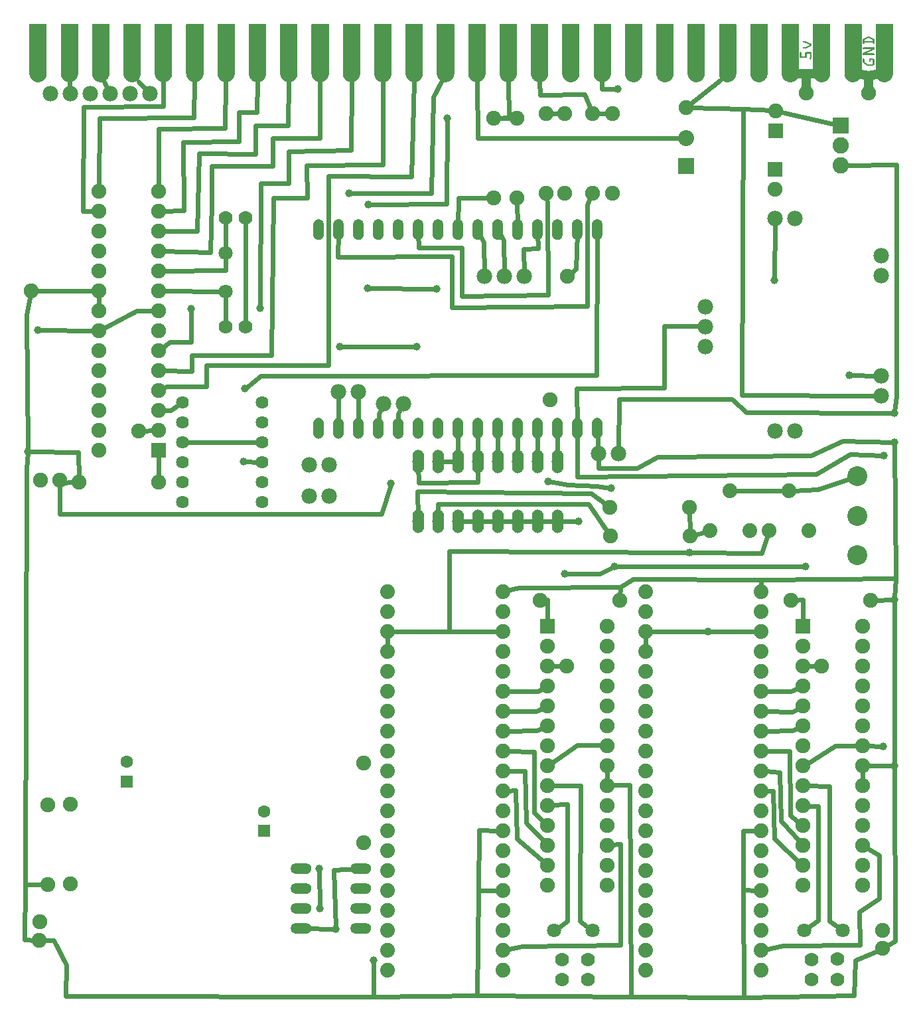
<source format=gtl>
G04 MADE WITH FRITZING*
G04 WWW.FRITZING.ORG*
G04 DOUBLE SIDED*
G04 HOLES PLATED*
G04 CONTOUR ON CENTER OF CONTOUR VECTOR*
%ASAXBY*%
%FSLAX23Y23*%
%MOIN*%
%OFA0B0*%
%SFA1.0B1.0*%
%ADD10C,0.039370*%
%ADD11C,0.075000*%
%ADD12C,0.078000*%
%ADD13C,0.062992*%
%ADD14C,0.080000*%
%ADD15C,0.052000*%
%ADD16C,0.100000*%
%ADD17C,0.075433*%
%ADD18C,0.064000*%
%ADD19C,0.074000*%
%ADD20C,0.082000*%
%ADD21C,0.070925*%
%ADD22C,0.070866*%
%ADD23C,0.070000*%
%ADD24C,0.058189*%
%ADD25R,0.062992X0.062992*%
%ADD26R,0.080000X0.080000*%
%ADD27R,0.075000X0.075000*%
%ADD28R,0.082000X0.082000*%
%ADD29C,0.024000*%
%ADD30C,0.048000*%
%ADD31R,0.001000X0.001000*%
%LNCOPPER1*%
G90*
G70*
G54D10*
X2979Y2590D03*
X1872Y2613D03*
X2660Y2625D03*
G54D11*
X262Y1003D03*
X262Y603D03*
G54D12*
X660Y4570D03*
X560Y4570D03*
X460Y4570D03*
X360Y4570D03*
X260Y4570D03*
X160Y4570D03*
G54D13*
X546Y1117D03*
X546Y1216D03*
G54D10*
X3955Y2196D03*
X2994Y2196D03*
X2746Y2161D03*
G54D11*
X148Y999D03*
X148Y599D03*
G54D14*
X3353Y4208D03*
X3353Y4346D03*
G54D15*
X2908Y3889D03*
X2808Y3889D03*
X2708Y3889D03*
X2608Y3889D03*
X2508Y3889D03*
X2408Y3889D03*
X2308Y3889D03*
X2208Y3889D03*
X2108Y3889D03*
X2008Y3889D03*
X1908Y3889D03*
X1808Y3889D03*
X1708Y3889D03*
X1608Y3889D03*
X1508Y3889D03*
X1508Y2889D03*
X1608Y2889D03*
X1708Y2889D03*
X1808Y2889D03*
X1908Y2889D03*
X2008Y2889D03*
X2108Y2889D03*
X2208Y2889D03*
X2308Y2889D03*
X2408Y2889D03*
X2508Y2889D03*
X2608Y2889D03*
X2708Y2889D03*
X2808Y2889D03*
X2908Y2889D03*
G54D12*
X2341Y3653D03*
X2441Y3653D03*
X2541Y3653D03*
G54D10*
X3372Y2267D03*
G54D13*
X1234Y869D03*
X1234Y968D03*
G54D12*
X1609Y3074D03*
X1709Y3074D03*
G54D16*
X4215Y2649D03*
X4215Y2452D03*
X4215Y2255D03*
X4215Y2649D03*
X4215Y2452D03*
X4215Y2255D03*
G54D12*
X1935Y3015D03*
X1835Y3015D03*
G54D11*
X3801Y4192D03*
X3801Y4092D03*
G54D17*
X2672Y3035D03*
X112Y2629D03*
X2758Y3653D03*
G54D18*
X1225Y2922D03*
X1225Y2822D03*
X1225Y2722D03*
X1225Y2622D03*
X1225Y2522D03*
X825Y2522D03*
X825Y2622D03*
X825Y2722D03*
X825Y2822D03*
X825Y2922D03*
X825Y3022D03*
X1225Y3022D03*
G54D17*
X109Y413D03*
G54D10*
X49Y2775D03*
G54D17*
X105Y322D03*
G54D12*
X3451Y3502D03*
X3451Y3402D03*
X3451Y3302D03*
G54D17*
X207Y2630D03*
G54D12*
X3801Y2876D03*
X3901Y2876D03*
G54D17*
X4341Y279D03*
G54D12*
X4333Y3757D03*
X4333Y3657D03*
G54D17*
X4341Y369D03*
G54D12*
X3801Y3943D03*
X3901Y3943D03*
G54D15*
X1420Y680D03*
X1420Y580D03*
X1720Y580D03*
X1720Y680D03*
X1420Y480D03*
X1420Y380D03*
X1720Y480D03*
X1720Y380D03*
X1420Y680D03*
X1420Y580D03*
X1720Y580D03*
X1720Y680D03*
X1420Y480D03*
X1420Y380D03*
X1720Y480D03*
X1720Y380D03*
G54D11*
X1734Y810D03*
X1734Y1210D03*
G54D10*
X1515Y479D03*
X1512Y682D03*
X1786Y220D03*
G54D11*
X2506Y4046D03*
X2506Y4446D03*
G54D10*
X1595Y376D03*
G54D11*
X2746Y4072D03*
X2746Y4472D03*
G54D17*
X3353Y4499D03*
G54D11*
X2983Y4072D03*
X2983Y4472D03*
G54D17*
X2754Y1696D03*
G54D11*
X2388Y4046D03*
X2388Y4446D03*
G54D17*
X4034Y1696D03*
G54D11*
X2652Y4072D03*
X2652Y4472D03*
G54D17*
X605Y2877D03*
G54D11*
X2884Y4070D03*
X2884Y4470D03*
G54D17*
X4270Y4573D03*
G54D19*
X1853Y2071D03*
X1853Y1971D03*
X1853Y1871D03*
X1853Y1771D03*
X1853Y1671D03*
X1853Y1571D03*
X1853Y1471D03*
X1853Y1371D03*
X1853Y1271D03*
X1853Y1171D03*
X1853Y1071D03*
X1853Y971D03*
X1853Y871D03*
X1853Y771D03*
X1853Y671D03*
X1853Y571D03*
X1853Y471D03*
X1853Y371D03*
X1853Y271D03*
X1853Y171D03*
X2433Y171D03*
X2433Y271D03*
X2433Y371D03*
X2433Y471D03*
X2433Y571D03*
X2433Y671D03*
X2433Y771D03*
X2433Y871D03*
X2433Y1071D03*
X2433Y1171D03*
X2433Y1271D03*
X2433Y1371D03*
X2433Y1471D03*
X2433Y1571D03*
X2433Y1671D03*
X2433Y1771D03*
X2433Y1871D03*
X2433Y1971D03*
X2433Y2071D03*
X2433Y971D03*
X1853Y2071D03*
X1853Y1971D03*
X1853Y1871D03*
X1853Y1771D03*
X1853Y1671D03*
X1853Y1571D03*
X1853Y1471D03*
X1853Y1371D03*
X1853Y1271D03*
X1853Y1171D03*
X1853Y1071D03*
X1853Y971D03*
X1853Y871D03*
X1853Y771D03*
X1853Y671D03*
X1853Y571D03*
X1853Y471D03*
X1853Y371D03*
X1853Y271D03*
X1853Y171D03*
X2433Y171D03*
X2433Y271D03*
X2433Y371D03*
X2433Y471D03*
X2433Y571D03*
X2433Y671D03*
X2433Y771D03*
X2433Y871D03*
X2433Y1071D03*
X2433Y1171D03*
X2433Y1271D03*
X2433Y1371D03*
X2433Y1471D03*
X2433Y1571D03*
X2433Y1671D03*
X2433Y1771D03*
X2433Y1871D03*
X2433Y1971D03*
X2433Y2071D03*
X2433Y971D03*
X3152Y2071D03*
X3152Y1971D03*
X3152Y1871D03*
X3152Y1771D03*
X3152Y1671D03*
X3152Y1571D03*
X3152Y1471D03*
X3152Y1371D03*
X3152Y1271D03*
X3152Y1171D03*
X3152Y1071D03*
X3152Y971D03*
X3152Y871D03*
X3152Y771D03*
X3152Y671D03*
X3152Y571D03*
X3152Y471D03*
X3152Y371D03*
X3152Y271D03*
X3152Y171D03*
X3732Y171D03*
X3732Y271D03*
X3732Y371D03*
X3732Y471D03*
X3732Y571D03*
X3732Y671D03*
X3732Y771D03*
X3732Y871D03*
X3732Y1071D03*
X3732Y1171D03*
X3732Y1271D03*
X3732Y1371D03*
X3732Y1471D03*
X3732Y1571D03*
X3732Y1671D03*
X3732Y1771D03*
X3732Y1871D03*
X3732Y1971D03*
X3732Y2071D03*
X3732Y971D03*
X3152Y2071D03*
X3152Y1971D03*
X3152Y1871D03*
X3152Y1771D03*
X3152Y1671D03*
X3152Y1571D03*
X3152Y1471D03*
X3152Y1371D03*
X3152Y1271D03*
X3152Y1171D03*
X3152Y1071D03*
X3152Y971D03*
X3152Y871D03*
X3152Y771D03*
X3152Y671D03*
X3152Y571D03*
X3152Y471D03*
X3152Y371D03*
X3152Y271D03*
X3152Y171D03*
X3732Y171D03*
X3732Y271D03*
X3732Y371D03*
X3732Y471D03*
X3732Y571D03*
X3732Y671D03*
X3732Y771D03*
X3732Y871D03*
X3732Y1071D03*
X3732Y1171D03*
X3732Y1271D03*
X3732Y1371D03*
X3732Y1471D03*
X3732Y1571D03*
X3732Y1671D03*
X3732Y1771D03*
X3732Y1871D03*
X3732Y1971D03*
X3732Y2071D03*
X3732Y971D03*
G54D11*
X2659Y1898D03*
X2959Y1898D03*
X2659Y1798D03*
X2959Y1798D03*
X2659Y1698D03*
X2959Y1698D03*
X2659Y1598D03*
X2959Y1598D03*
X2659Y1498D03*
X2959Y1498D03*
X2659Y1398D03*
X2959Y1398D03*
X2659Y1298D03*
X2959Y1298D03*
X2659Y1198D03*
X2959Y1198D03*
X2659Y1098D03*
X2959Y1098D03*
X2659Y998D03*
X2959Y998D03*
X2659Y898D03*
X2959Y898D03*
X2659Y798D03*
X2959Y798D03*
X2659Y698D03*
X2959Y698D03*
X2659Y598D03*
X2959Y598D03*
X703Y2780D03*
X403Y2780D03*
X703Y2880D03*
X403Y2880D03*
X703Y2980D03*
X403Y2980D03*
X703Y3080D03*
X403Y3080D03*
X703Y3180D03*
X403Y3180D03*
X703Y3280D03*
X403Y3280D03*
X703Y3380D03*
X403Y3380D03*
X703Y3480D03*
X403Y3480D03*
X703Y3580D03*
X403Y3580D03*
X703Y3680D03*
X403Y3680D03*
X703Y3780D03*
X403Y3780D03*
X703Y3880D03*
X403Y3880D03*
X703Y3980D03*
X403Y3980D03*
X703Y4080D03*
X403Y4080D03*
G54D10*
X1132Y2723D03*
G54D11*
X3942Y1896D03*
X4242Y1896D03*
X3942Y1796D03*
X4242Y1796D03*
X3942Y1696D03*
X4242Y1696D03*
X3942Y1596D03*
X4242Y1596D03*
X3942Y1496D03*
X4242Y1496D03*
X3942Y1396D03*
X4242Y1396D03*
X3942Y1296D03*
X4242Y1296D03*
X3942Y1196D03*
X4242Y1196D03*
X3942Y1096D03*
X4242Y1096D03*
X3942Y996D03*
X4242Y996D03*
X3942Y896D03*
X4242Y896D03*
X3942Y796D03*
X4242Y796D03*
X3942Y696D03*
X4242Y696D03*
X3942Y596D03*
X4242Y596D03*
G54D10*
X1137Y3089D03*
G54D20*
X4132Y4409D03*
X4132Y4309D03*
X4132Y4209D03*
G54D17*
X65Y3582D03*
G54D10*
X97Y3385D03*
X4175Y3157D03*
X4400Y2968D03*
G54D12*
X2914Y2763D03*
X3014Y2763D03*
G54D10*
X3010Y4594D03*
G54D11*
X703Y2621D03*
X303Y2621D03*
G54D21*
X1042Y3771D03*
G54D22*
X1042Y3578D03*
G54D21*
X4140Y369D03*
G54D22*
X3947Y369D03*
G54D23*
X1042Y3948D03*
X1142Y3948D03*
X1042Y3401D03*
X1142Y3401D03*
X4116Y226D03*
X4116Y125D03*
X3986Y225D03*
X3986Y125D03*
G54D10*
X868Y3491D03*
X1215Y3495D03*
X2002Y3302D03*
X1616Y3302D03*
X1660Y4070D03*
X2101Y3590D03*
X1754Y3594D03*
X1758Y4015D03*
X2156Y4448D03*
G54D24*
X2009Y2424D03*
X2109Y2424D03*
X2609Y2424D03*
X2709Y2424D03*
X2209Y2424D03*
X2309Y2424D03*
X2509Y2424D03*
X2409Y2424D03*
X2709Y2724D03*
X2609Y2724D03*
X2509Y2724D03*
X2409Y2724D03*
X2309Y2724D03*
X2209Y2724D03*
X2109Y2724D03*
X2009Y2724D03*
X2009Y2424D03*
X2109Y2424D03*
X2609Y2424D03*
X2709Y2424D03*
X2209Y2424D03*
X2309Y2424D03*
X2509Y2424D03*
X2409Y2424D03*
X2709Y2724D03*
X2609Y2724D03*
X2509Y2724D03*
X2409Y2724D03*
X2309Y2724D03*
X2209Y2724D03*
X2109Y2724D03*
X2009Y2724D03*
G54D10*
X4400Y2822D03*
G54D11*
X2971Y2495D03*
X3371Y2495D03*
X2975Y2350D03*
X3375Y2350D03*
X3880Y2027D03*
X4280Y2027D03*
G54D10*
X2813Y2424D03*
G54D12*
X1561Y2708D03*
X1461Y2708D03*
X1561Y2550D03*
X1461Y2550D03*
G54D10*
X4345Y1295D03*
X4400Y1196D03*
G54D12*
X4333Y3154D03*
X4333Y3054D03*
G54D10*
X4400Y2031D03*
G54D21*
X2884Y369D03*
G54D22*
X2691Y369D03*
G54D23*
X2860Y224D03*
X2860Y123D03*
X2731Y223D03*
X2731Y123D03*
G54D17*
X3959Y4574D03*
G54D11*
X2620Y2027D03*
X3020Y2027D03*
G54D10*
X3463Y1869D03*
X3797Y3633D03*
X4349Y2755D03*
G54D11*
X3805Y4385D03*
X3805Y4485D03*
G54D19*
X3475Y2377D03*
X3575Y2577D03*
X3675Y2377D03*
X3475Y2377D03*
X3575Y2577D03*
X3675Y2377D03*
X3770Y2377D03*
X3870Y2577D03*
X3970Y2377D03*
X3770Y2377D03*
X3870Y2577D03*
X3970Y2377D03*
G54D25*
X546Y1117D03*
G54D26*
X3353Y4208D03*
G54D25*
X1234Y869D03*
G54D27*
X3801Y4192D03*
X2659Y1898D03*
X703Y2780D03*
X3942Y1896D03*
G54D28*
X4132Y4409D03*
G54D27*
X3805Y4385D03*
G54D29*
X2931Y4594D02*
X3002Y4594D01*
D02*
X2932Y4631D02*
X2931Y4594D01*
D02*
X2903Y2602D02*
X2971Y2591D01*
D02*
X2761Y2606D02*
X2903Y2602D01*
D02*
X2667Y2624D02*
X2761Y2606D01*
D02*
X1825Y2460D02*
X1870Y2606D01*
D02*
X695Y2460D02*
X1825Y2460D01*
D02*
X207Y2460D02*
X695Y2460D01*
D02*
X207Y2612D02*
X207Y2460D01*
D02*
X2920Y2161D02*
X2987Y2193D01*
D02*
X2754Y2161D02*
X2920Y2161D01*
D02*
X301Y2771D02*
X303Y2639D01*
D02*
X2307Y4346D02*
X2304Y4631D01*
D02*
X3333Y4346D02*
X2307Y4346D01*
G54D30*
D02*
X3957Y4671D02*
X3958Y4592D01*
D02*
X3957Y4671D02*
X3996Y4671D01*
G54D29*
D02*
X4412Y3049D02*
X4412Y4215D01*
D02*
X4412Y4215D02*
X4153Y4209D01*
D02*
X4401Y2976D02*
X4412Y3049D01*
D02*
X829Y4326D02*
X830Y3983D01*
D02*
X1218Y3154D02*
X1143Y3094D01*
D02*
X809Y3011D02*
X765Y2981D01*
D02*
X1354Y4409D02*
X1190Y4409D01*
D02*
X1190Y4409D02*
X1190Y4268D01*
D02*
X1279Y4346D02*
X1279Y4207D01*
D02*
X882Y4451D02*
X407Y4448D01*
D02*
X1037Y4396D02*
X703Y4394D01*
D02*
X1198Y4476D02*
X1108Y4476D01*
D02*
X1190Y4268D02*
X907Y4271D01*
D02*
X1358Y4631D02*
X1354Y4409D01*
D02*
X907Y4271D02*
X899Y3881D01*
D02*
X1108Y4476D02*
X1109Y4329D01*
D02*
X703Y4394D02*
X703Y4097D01*
D02*
X885Y4631D02*
X882Y4451D01*
D02*
X830Y3983D02*
X720Y3980D01*
D02*
X963Y3774D02*
X720Y3779D01*
D02*
X1359Y4282D02*
X1359Y4121D01*
D02*
X868Y3325D02*
X761Y3325D01*
D02*
X1448Y4212D02*
X1452Y4047D01*
D02*
X1270Y3258D02*
X872Y3258D01*
D02*
X1042Y3755D02*
X1042Y3684D01*
D02*
X105Y3385D02*
X385Y3380D01*
D02*
X3636Y3058D02*
X3640Y4495D01*
D02*
X2913Y2782D02*
X2909Y2870D01*
D02*
X2660Y3559D02*
X2228Y3554D01*
D02*
X2857Y4015D02*
X2859Y3504D01*
D02*
X2859Y3504D02*
X2177Y3498D01*
D02*
X2845Y4567D02*
X2620Y4565D01*
D02*
X2878Y4486D02*
X2845Y4567D01*
D02*
X2965Y4471D02*
X2902Y4470D01*
D02*
X2489Y4446D02*
X2406Y4446D01*
G54D30*
D02*
X4311Y4666D02*
X4270Y4661D01*
G54D29*
D02*
X30Y323D02*
X87Y322D01*
D02*
X4403Y318D02*
X4400Y1188D01*
D02*
X4356Y288D02*
X4403Y318D01*
D02*
X1140Y2723D02*
X1205Y2722D01*
D02*
X1109Y4329D02*
X829Y4326D01*
D02*
X2908Y3870D02*
X2904Y3157D01*
D02*
X703Y2639D02*
X703Y2762D01*
D02*
X403Y3497D02*
X403Y3562D01*
D02*
X971Y4022D02*
X963Y3774D01*
D02*
X970Y4207D02*
X971Y4022D01*
D02*
X1200Y4631D02*
X1198Y4476D01*
D02*
X1042Y4631D02*
X1037Y4396D01*
D02*
X407Y4448D02*
X403Y4097D01*
D02*
X872Y3258D02*
X872Y3176D01*
D02*
X1557Y3207D02*
X943Y3207D01*
D02*
X943Y3101D02*
X745Y3101D01*
D02*
X1142Y3416D02*
X1142Y3933D01*
D02*
X593Y3481D02*
X418Y3388D01*
D02*
X2210Y4046D02*
X2208Y3908D01*
D02*
X2371Y4046D02*
X2210Y4046D01*
D02*
X2653Y4054D02*
X2657Y4011D01*
D02*
X1605Y3752D02*
X1607Y3870D01*
G54D30*
D02*
X3918Y4671D02*
X3957Y4671D01*
G54D29*
D02*
X2463Y4452D02*
X2461Y4631D01*
D02*
X57Y2775D02*
X301Y2771D01*
D02*
X1976Y4154D02*
X1987Y4631D01*
D02*
X1516Y4631D02*
X1515Y4348D01*
D02*
X868Y3484D02*
X868Y3325D01*
D02*
X685Y3480D02*
X593Y3481D01*
D02*
X4314Y3155D02*
X4183Y3157D01*
D02*
X4392Y2968D02*
X3657Y2972D01*
D02*
X2010Y3798D02*
X2008Y3870D01*
D02*
X2406Y4448D02*
X2463Y4452D01*
D02*
X62Y3565D02*
X41Y3461D01*
D02*
X2904Y3157D02*
X1218Y3154D01*
D02*
X845Y2822D02*
X1205Y2822D01*
D02*
X1515Y4348D02*
X1279Y4346D01*
D02*
X1557Y4157D02*
X1976Y4154D01*
D02*
X1026Y3578D02*
X721Y3579D01*
D02*
X83Y3582D02*
X385Y3580D01*
D02*
X2508Y3908D02*
X2506Y4029D01*
D02*
X2657Y4011D02*
X2660Y3559D01*
D02*
X2729Y4472D02*
X2669Y4472D01*
D02*
X4400Y1204D02*
X4400Y2023D01*
D02*
X1448Y4212D02*
X1832Y4215D01*
D02*
X1279Y4207D02*
X970Y4207D01*
D02*
X1557Y4157D02*
X1557Y3207D01*
D02*
X3019Y3038D02*
X3014Y2782D01*
D02*
X2876Y4054D02*
X2857Y4015D01*
D02*
X41Y2692D02*
X34Y601D01*
D02*
X49Y2767D02*
X41Y2692D01*
D02*
X1832Y4215D02*
X1831Y4631D01*
D02*
X899Y3881D02*
X720Y3880D01*
D02*
X4314Y3054D02*
X3636Y3058D01*
D02*
X2620Y4565D02*
X2619Y4631D01*
D02*
X1670Y4287D02*
X1673Y4631D01*
D02*
X1042Y3787D02*
X1042Y3933D01*
D02*
X1359Y4282D02*
X1670Y4287D01*
D02*
X1042Y3416D02*
X1042Y3562D01*
D02*
X727Y4508D02*
X329Y4504D01*
D02*
X329Y4504D02*
X325Y3979D01*
D02*
X647Y4584D02*
X606Y4631D01*
G54D30*
D02*
X4270Y4661D02*
X4233Y4666D01*
G54D29*
D02*
X34Y601D02*
X130Y600D01*
D02*
X34Y601D02*
X30Y323D01*
D02*
X3947Y2196D02*
X3002Y2196D01*
D02*
X3088Y2133D02*
X3025Y2095D01*
D02*
X325Y3979D02*
X385Y3979D01*
D02*
X728Y4631D02*
X727Y4508D01*
D02*
X2084Y4554D02*
X2076Y4071D01*
D02*
X2076Y4071D02*
X1668Y4070D01*
D02*
X1624Y3302D02*
X1994Y3302D01*
D02*
X2125Y4631D02*
X2084Y4554D01*
D02*
X1762Y3594D02*
X2093Y3590D01*
D02*
X2156Y4440D02*
X2151Y4018D01*
D02*
X2151Y4018D02*
X1766Y4015D01*
D02*
X2708Y2743D02*
X2708Y2870D01*
D02*
X2337Y3825D02*
X2316Y3872D01*
D02*
X2439Y3834D02*
X2417Y3872D01*
D02*
X2441Y3672D02*
X2439Y3834D01*
D02*
X2340Y3672D02*
X2337Y3825D01*
D02*
X2228Y3554D02*
X2228Y3798D01*
D02*
X2228Y3798D02*
X2010Y3798D01*
D02*
X2177Y3498D02*
X2177Y3754D01*
D02*
X2177Y3754D02*
X1605Y3752D01*
D02*
X259Y4589D02*
X257Y4631D01*
D02*
X452Y4587D02*
X432Y4631D01*
D02*
X2608Y2743D02*
X2608Y2870D01*
D02*
X2508Y2743D02*
X2508Y2870D01*
D02*
X2408Y2743D02*
X2408Y2870D01*
D02*
X2489Y2424D02*
X2428Y2424D01*
D02*
X2589Y2424D02*
X2528Y2424D01*
D02*
X2689Y2424D02*
X2628Y2424D01*
D02*
X2805Y2424D02*
X2728Y2424D01*
D02*
X2308Y2743D02*
X2308Y2870D01*
D02*
X2208Y2743D02*
X2208Y2870D01*
D02*
X2959Y1116D02*
X2959Y1181D01*
D02*
X1908Y2963D02*
X1926Y2998D01*
D02*
X1810Y2963D02*
X1827Y2998D01*
D02*
X2612Y3794D02*
X2609Y3870D01*
D02*
X208Y2618D02*
X208Y2612D01*
D02*
X2801Y3692D02*
X2807Y3870D01*
D02*
X2771Y3665D02*
X2801Y3692D01*
D02*
X41Y3461D02*
X49Y2783D01*
D02*
X1908Y2908D02*
X1908Y2963D01*
D02*
X1808Y2908D02*
X1810Y2963D01*
D02*
X1708Y2908D02*
X1708Y3055D01*
D02*
X1608Y2908D02*
X1608Y3055D01*
D02*
X2537Y3792D02*
X2612Y3794D01*
D02*
X2540Y3672D02*
X2537Y3792D01*
D02*
X2673Y1208D02*
X2809Y1301D01*
D02*
X4242Y1179D02*
X4242Y1114D01*
D02*
X3957Y1205D02*
X4104Y1296D01*
D02*
X2389Y2424D02*
X2328Y2424D01*
D02*
X2289Y2424D02*
X2228Y2424D01*
D02*
X2128Y2724D02*
X2189Y2724D01*
D02*
X2309Y2621D02*
X2309Y2705D01*
D02*
X2011Y2617D02*
X2309Y2621D01*
D02*
X2009Y2705D02*
X2011Y2617D01*
D02*
X2915Y2689D02*
X2914Y2744D01*
D02*
X2306Y43D02*
X3077Y38D01*
D02*
X1785Y38D02*
X1786Y212D01*
D02*
X1584Y673D02*
X1704Y680D01*
D02*
X1595Y384D02*
X1584Y673D01*
D02*
X1436Y380D02*
X1588Y376D01*
D02*
X4223Y463D02*
X4325Y532D01*
D02*
X4227Y298D02*
X4223Y463D01*
D02*
X4203Y221D02*
X4324Y272D01*
D02*
X242Y198D02*
X238Y39D01*
D02*
X286Y2621D02*
X208Y2618D01*
D02*
X4140Y2826D02*
X3982Y2754D01*
D02*
X3212Y2748D02*
X3108Y2689D01*
D02*
X3108Y2689D02*
X2915Y2689D01*
D02*
X3982Y2754D02*
X3212Y2748D01*
D02*
X4392Y2822D02*
X4140Y2826D01*
D02*
X2006Y2574D02*
X2008Y2443D01*
D02*
X2877Y2563D02*
X2006Y2574D01*
D02*
X2956Y2506D02*
X2877Y2563D01*
D02*
X2865Y2512D02*
X2109Y2511D01*
D02*
X2109Y2511D02*
X2109Y2443D01*
D02*
X2965Y2364D02*
X2865Y2512D01*
D02*
X3374Y2367D02*
X3371Y2478D01*
D02*
X179Y319D02*
X242Y198D01*
D02*
X1785Y38D02*
X2306Y43D01*
D02*
X3644Y35D02*
X4199Y43D01*
D02*
X3077Y38D02*
X3644Y35D01*
D02*
X3640Y574D02*
X3640Y872D01*
D02*
X3640Y574D02*
X3712Y572D01*
D02*
X3640Y872D02*
X3712Y871D01*
D02*
X238Y39D02*
X1785Y38D01*
D02*
X4199Y43D02*
X4203Y221D01*
D02*
X3245Y3405D02*
X3432Y3403D01*
D02*
X3245Y3094D02*
X3245Y3405D01*
D02*
X2805Y3089D02*
X3245Y3094D01*
D02*
X2808Y2908D02*
X2805Y3089D01*
D02*
X1853Y1791D02*
X1853Y1851D01*
D02*
X3152Y1791D02*
X3152Y1851D01*
D02*
X2411Y1871D02*
X2164Y1870D01*
D02*
X685Y2879D02*
X622Y2878D01*
D02*
X4016Y1696D02*
X3960Y1696D01*
D02*
X2736Y1697D02*
X2676Y1698D01*
D02*
X1515Y487D02*
X1512Y674D01*
D02*
X3072Y1101D02*
X2976Y1099D01*
D02*
X3077Y38D02*
X3072Y1101D01*
D02*
X3644Y35D02*
X3640Y574D01*
D02*
X3710Y1871D02*
X3471Y1869D01*
D02*
X122Y321D02*
X179Y319D01*
D02*
X4337Y1295D02*
X4260Y1296D01*
D02*
X4392Y1196D02*
X4260Y1196D01*
D02*
X3942Y1914D02*
X3940Y2032D01*
D02*
X3940Y2032D02*
X3898Y2028D01*
D02*
X4408Y2137D02*
X4400Y2814D01*
D02*
X4400Y2039D02*
X4408Y2137D01*
D02*
X3585Y3038D02*
X3019Y3038D01*
G54D30*
D02*
X4270Y4661D02*
X4270Y4590D01*
G54D29*
D02*
X4392Y2030D02*
X4298Y2027D01*
D02*
X2825Y1098D02*
X2676Y1098D01*
D02*
X2821Y416D02*
X2825Y1098D01*
D02*
X2872Y378D02*
X2821Y416D01*
D02*
X2759Y1004D02*
X2676Y999D01*
D02*
X2759Y418D02*
X2759Y1004D01*
D02*
X2704Y378D02*
X2759Y418D01*
D02*
X4076Y418D02*
X4073Y1093D01*
D02*
X4073Y1093D02*
X3960Y1096D01*
D02*
X4128Y379D02*
X4076Y418D01*
D02*
X1219Y4121D02*
X1215Y3503D01*
D02*
X1359Y4121D02*
X1219Y4121D01*
D02*
X3657Y2972D02*
X3585Y3038D01*
D02*
X4018Y421D02*
X4018Y993D01*
D02*
X4018Y993D02*
X3960Y995D01*
D02*
X3960Y379D02*
X4018Y421D01*
D02*
X2657Y2032D02*
X2638Y2029D01*
D02*
X2659Y1916D02*
X2657Y2032D01*
D02*
X3025Y2095D02*
X3022Y2044D01*
D02*
X4408Y2137D02*
X3731Y2130D01*
D02*
X3731Y2130D02*
X3088Y2133D01*
D02*
X2514Y2089D02*
X2454Y2076D01*
D02*
X3025Y2095D02*
X2514Y2089D01*
D02*
X3731Y2130D02*
X3731Y2093D01*
D02*
X3926Y1589D02*
X3881Y1569D01*
D02*
X3927Y1488D02*
X3888Y1467D01*
D02*
X3926Y1390D02*
X3888Y1374D01*
D02*
X3877Y948D02*
X3873Y1271D01*
D02*
X3873Y1271D02*
X3753Y1271D01*
D02*
X3929Y907D02*
X3877Y948D01*
D02*
X3832Y921D02*
X3825Y1165D01*
D02*
X3825Y1165D02*
X3753Y1170D01*
D02*
X3931Y809D02*
X3832Y921D01*
D02*
X3797Y830D02*
X3790Y1069D01*
D02*
X3929Y708D02*
X3797Y830D01*
D02*
X3790Y1069D02*
X3753Y1070D01*
D02*
X4325Y747D02*
X4257Y787D01*
D02*
X3841Y294D02*
X4227Y298D01*
D02*
X4325Y532D02*
X4325Y747D01*
D02*
X3751Y275D02*
X3841Y294D01*
D02*
X3455Y1869D02*
X3172Y1871D01*
D02*
X2164Y1870D02*
X1873Y1871D01*
D02*
X2164Y2274D02*
X3364Y2267D01*
D02*
X2164Y1870D02*
X2164Y2274D01*
D02*
X2310Y569D02*
X2314Y873D01*
D02*
X2306Y43D02*
X2310Y569D01*
D02*
X2314Y873D02*
X2413Y871D01*
D02*
X2310Y569D02*
X2413Y571D01*
D02*
X2530Y292D02*
X2452Y275D01*
D02*
X3025Y803D02*
X3026Y298D01*
D02*
X3026Y298D02*
X2530Y292D01*
D02*
X2976Y799D02*
X3025Y803D01*
D02*
X2644Y1589D02*
X2612Y1569D01*
D02*
X2643Y1491D02*
X2601Y1472D01*
D02*
X2643Y1391D02*
X2605Y1374D01*
D02*
X2590Y961D02*
X2590Y1267D01*
D02*
X2646Y910D02*
X2590Y961D01*
D02*
X2590Y1267D02*
X2454Y1270D01*
D02*
X2545Y1169D02*
X2454Y1170D01*
D02*
X2550Y909D02*
X2545Y1169D01*
D02*
X2647Y811D02*
X2550Y909D01*
D02*
X2499Y1074D02*
X2454Y1072D01*
D02*
X2503Y830D02*
X2499Y1074D01*
D02*
X2646Y710D02*
X2503Y830D01*
D02*
X3888Y1467D02*
X3753Y1470D01*
D02*
X3888Y1374D02*
X3753Y1371D01*
D02*
X1281Y4047D02*
X1270Y3258D01*
D02*
X1452Y4047D02*
X1281Y4047D01*
D02*
X765Y2981D02*
X720Y2980D01*
D02*
X761Y3325D02*
X717Y3290D01*
D02*
X872Y3176D02*
X720Y3179D01*
D02*
X745Y3101D02*
X719Y3087D01*
D02*
X943Y3207D02*
X943Y3101D01*
D02*
X1042Y3684D02*
X720Y3680D01*
D02*
X2605Y1374D02*
X2454Y1371D01*
D02*
X2601Y1472D02*
X2454Y1471D01*
D02*
X2612Y1569D02*
X2454Y1571D01*
D02*
X3881Y1569D02*
X3753Y1571D01*
D02*
X4104Y1296D02*
X4225Y1296D01*
D02*
X2809Y1301D02*
X2941Y1299D01*
D02*
X3798Y3641D02*
X3801Y3924D01*
D02*
X4179Y2759D02*
X4007Y2659D01*
D02*
X4007Y2659D02*
X2807Y2648D01*
D02*
X2807Y2648D02*
X2808Y2870D01*
D02*
X4341Y2755D02*
X4179Y2759D01*
D02*
X3366Y4510D02*
X3523Y4638D01*
D02*
X3640Y4495D02*
X3370Y4499D01*
D02*
X3788Y4486D02*
X3640Y4495D01*
D02*
X4112Y4413D02*
X3822Y4481D01*
D02*
X3850Y2577D02*
X3594Y2577D01*
D02*
X4187Y2640D02*
X4014Y2583D01*
D02*
X4014Y2583D02*
X3890Y2578D01*
D02*
X3456Y2372D02*
X3392Y2354D01*
D02*
X3380Y2267D02*
X3734Y2263D01*
D02*
X3734Y2263D02*
X3764Y2358D01*
G54D31*
X56Y4919D02*
X141Y4919D01*
X214Y4919D02*
X299Y4919D01*
X371Y4919D02*
X456Y4919D01*
X529Y4919D02*
X614Y4919D01*
X686Y4919D02*
X771Y4919D01*
X844Y4919D02*
X929Y4919D01*
X1001Y4919D02*
X1086Y4919D01*
X1159Y4919D02*
X1244Y4919D01*
X1316Y4919D02*
X1401Y4919D01*
X1474Y4919D02*
X1559Y4919D01*
X1631Y4919D02*
X1716Y4919D01*
X1788Y4919D02*
X1873Y4919D01*
X1946Y4919D02*
X2031Y4919D01*
X2103Y4919D02*
X2188Y4919D01*
X2261Y4919D02*
X2346Y4919D01*
X2418Y4919D02*
X2503Y4919D01*
X2576Y4919D02*
X2661Y4919D01*
X2733Y4919D02*
X2818Y4919D01*
X2891Y4919D02*
X2976Y4919D01*
X3048Y4919D02*
X3133Y4919D01*
X3206Y4919D02*
X3290Y4919D01*
X3363Y4919D02*
X3448Y4919D01*
X3520Y4919D02*
X3605Y4919D01*
X3678Y4919D02*
X3763Y4919D01*
X3835Y4919D02*
X3920Y4919D01*
X3993Y4919D02*
X4078Y4919D01*
X4150Y4919D02*
X4235Y4919D01*
X4308Y4919D02*
X4393Y4919D01*
X56Y4918D02*
X142Y4918D01*
X214Y4918D02*
X299Y4918D01*
X371Y4918D02*
X457Y4918D01*
X529Y4918D02*
X614Y4918D01*
X686Y4918D02*
X772Y4918D01*
X843Y4918D02*
X929Y4918D01*
X1001Y4918D02*
X1086Y4918D01*
X1158Y4918D02*
X1244Y4918D01*
X1316Y4918D02*
X1401Y4918D01*
X1473Y4918D02*
X1559Y4918D01*
X1631Y4918D02*
X1716Y4918D01*
X1788Y4918D02*
X1874Y4918D01*
X1946Y4918D02*
X2031Y4918D01*
X2103Y4918D02*
X2189Y4918D01*
X2260Y4918D02*
X2346Y4918D01*
X2418Y4918D02*
X2504Y4918D01*
X2575Y4918D02*
X2661Y4918D01*
X2733Y4918D02*
X2818Y4918D01*
X2890Y4918D02*
X2976Y4918D01*
X3048Y4918D02*
X3133Y4918D01*
X3205Y4918D02*
X3291Y4918D01*
X3363Y4918D02*
X3448Y4918D01*
X3520Y4918D02*
X3606Y4918D01*
X3678Y4918D02*
X3763Y4918D01*
X3835Y4918D02*
X3921Y4918D01*
X3992Y4918D02*
X4078Y4918D01*
X4150Y4918D02*
X4236Y4918D01*
X4307Y4918D02*
X4393Y4918D01*
X56Y4917D02*
X142Y4917D01*
X214Y4917D02*
X299Y4917D01*
X371Y4917D02*
X457Y4917D01*
X529Y4917D02*
X614Y4917D01*
X686Y4917D02*
X772Y4917D01*
X843Y4917D02*
X929Y4917D01*
X1001Y4917D02*
X1086Y4917D01*
X1158Y4917D02*
X1244Y4917D01*
X1316Y4917D02*
X1401Y4917D01*
X1473Y4917D02*
X1559Y4917D01*
X1631Y4917D02*
X1716Y4917D01*
X1788Y4917D02*
X1874Y4917D01*
X1946Y4917D02*
X2031Y4917D01*
X2103Y4917D02*
X2189Y4917D01*
X2260Y4917D02*
X2346Y4917D01*
X2418Y4917D02*
X2504Y4917D01*
X2575Y4917D02*
X2661Y4917D01*
X2733Y4917D02*
X2818Y4917D01*
X2890Y4917D02*
X2976Y4917D01*
X3048Y4917D02*
X3133Y4917D01*
X3205Y4917D02*
X3291Y4917D01*
X3363Y4917D02*
X3448Y4917D01*
X3520Y4917D02*
X3606Y4917D01*
X3678Y4917D02*
X3763Y4917D01*
X3835Y4917D02*
X3921Y4917D01*
X3992Y4917D02*
X4078Y4917D01*
X4150Y4917D02*
X4236Y4917D01*
X4307Y4917D02*
X4393Y4917D01*
X56Y4916D02*
X142Y4916D01*
X214Y4916D02*
X299Y4916D01*
X371Y4916D02*
X457Y4916D01*
X529Y4916D02*
X614Y4916D01*
X686Y4916D02*
X772Y4916D01*
X843Y4916D02*
X929Y4916D01*
X1001Y4916D02*
X1086Y4916D01*
X1158Y4916D02*
X1244Y4916D01*
X1316Y4916D02*
X1401Y4916D01*
X1473Y4916D02*
X1559Y4916D01*
X1631Y4916D02*
X1716Y4916D01*
X1788Y4916D02*
X1874Y4916D01*
X1946Y4916D02*
X2031Y4916D01*
X2103Y4916D02*
X2189Y4916D01*
X2260Y4916D02*
X2346Y4916D01*
X2418Y4916D02*
X2504Y4916D01*
X2575Y4916D02*
X2661Y4916D01*
X2733Y4916D02*
X2818Y4916D01*
X2890Y4916D02*
X2976Y4916D01*
X3048Y4916D02*
X3133Y4916D01*
X3205Y4916D02*
X3291Y4916D01*
X3363Y4916D02*
X3448Y4916D01*
X3520Y4916D02*
X3606Y4916D01*
X3678Y4916D02*
X3763Y4916D01*
X3835Y4916D02*
X3921Y4916D01*
X3992Y4916D02*
X4078Y4916D01*
X4150Y4916D02*
X4236Y4916D01*
X4307Y4916D02*
X4393Y4916D01*
X56Y4915D02*
X142Y4915D01*
X214Y4915D02*
X299Y4915D01*
X371Y4915D02*
X457Y4915D01*
X529Y4915D02*
X614Y4915D01*
X686Y4915D02*
X772Y4915D01*
X843Y4915D02*
X929Y4915D01*
X1001Y4915D02*
X1086Y4915D01*
X1158Y4915D02*
X1244Y4915D01*
X1316Y4915D02*
X1401Y4915D01*
X1473Y4915D02*
X1559Y4915D01*
X1631Y4915D02*
X1716Y4915D01*
X1788Y4915D02*
X1874Y4915D01*
X1946Y4915D02*
X2031Y4915D01*
X2103Y4915D02*
X2189Y4915D01*
X2260Y4915D02*
X2346Y4915D01*
X2418Y4915D02*
X2504Y4915D01*
X2575Y4915D02*
X2661Y4915D01*
X2733Y4915D02*
X2818Y4915D01*
X2890Y4915D02*
X2976Y4915D01*
X3048Y4915D02*
X3133Y4915D01*
X3205Y4915D02*
X3291Y4915D01*
X3363Y4915D02*
X3448Y4915D01*
X3520Y4915D02*
X3606Y4915D01*
X3678Y4915D02*
X3763Y4915D01*
X3835Y4915D02*
X3921Y4915D01*
X3992Y4915D02*
X4078Y4915D01*
X4150Y4915D02*
X4236Y4915D01*
X4307Y4915D02*
X4393Y4915D01*
X56Y4914D02*
X142Y4914D01*
X214Y4914D02*
X299Y4914D01*
X371Y4914D02*
X457Y4914D01*
X529Y4914D02*
X614Y4914D01*
X686Y4914D02*
X772Y4914D01*
X843Y4914D02*
X929Y4914D01*
X1001Y4914D02*
X1086Y4914D01*
X1158Y4914D02*
X1244Y4914D01*
X1316Y4914D02*
X1401Y4914D01*
X1473Y4914D02*
X1559Y4914D01*
X1631Y4914D02*
X1716Y4914D01*
X1788Y4914D02*
X1874Y4914D01*
X1946Y4914D02*
X2031Y4914D01*
X2103Y4914D02*
X2189Y4914D01*
X2260Y4914D02*
X2346Y4914D01*
X2418Y4914D02*
X2504Y4914D01*
X2575Y4914D02*
X2661Y4914D01*
X2733Y4914D02*
X2818Y4914D01*
X2890Y4914D02*
X2976Y4914D01*
X3048Y4914D02*
X3133Y4914D01*
X3205Y4914D02*
X3291Y4914D01*
X3363Y4914D02*
X3448Y4914D01*
X3520Y4914D02*
X3606Y4914D01*
X3678Y4914D02*
X3763Y4914D01*
X3835Y4914D02*
X3921Y4914D01*
X3992Y4914D02*
X4078Y4914D01*
X4150Y4914D02*
X4236Y4914D01*
X4307Y4914D02*
X4393Y4914D01*
X56Y4913D02*
X142Y4913D01*
X214Y4913D02*
X299Y4913D01*
X371Y4913D02*
X457Y4913D01*
X529Y4913D02*
X614Y4913D01*
X686Y4913D02*
X772Y4913D01*
X843Y4913D02*
X929Y4913D01*
X1001Y4913D02*
X1086Y4913D01*
X1158Y4913D02*
X1244Y4913D01*
X1316Y4913D02*
X1401Y4913D01*
X1473Y4913D02*
X1559Y4913D01*
X1631Y4913D02*
X1716Y4913D01*
X1788Y4913D02*
X1874Y4913D01*
X1946Y4913D02*
X2031Y4913D01*
X2103Y4913D02*
X2189Y4913D01*
X2260Y4913D02*
X2346Y4913D01*
X2418Y4913D02*
X2504Y4913D01*
X2575Y4913D02*
X2661Y4913D01*
X2733Y4913D02*
X2818Y4913D01*
X2890Y4913D02*
X2976Y4913D01*
X3048Y4913D02*
X3133Y4913D01*
X3205Y4913D02*
X3291Y4913D01*
X3363Y4913D02*
X3448Y4913D01*
X3520Y4913D02*
X3606Y4913D01*
X3678Y4913D02*
X3763Y4913D01*
X3835Y4913D02*
X3921Y4913D01*
X3992Y4913D02*
X4078Y4913D01*
X4150Y4913D02*
X4236Y4913D01*
X4307Y4913D02*
X4393Y4913D01*
X56Y4912D02*
X142Y4912D01*
X214Y4912D02*
X299Y4912D01*
X371Y4912D02*
X457Y4912D01*
X529Y4912D02*
X614Y4912D01*
X686Y4912D02*
X772Y4912D01*
X843Y4912D02*
X929Y4912D01*
X1001Y4912D02*
X1086Y4912D01*
X1158Y4912D02*
X1244Y4912D01*
X1316Y4912D02*
X1401Y4912D01*
X1473Y4912D02*
X1559Y4912D01*
X1631Y4912D02*
X1716Y4912D01*
X1788Y4912D02*
X1874Y4912D01*
X1946Y4912D02*
X2031Y4912D01*
X2103Y4912D02*
X2189Y4912D01*
X2260Y4912D02*
X2346Y4912D01*
X2418Y4912D02*
X2504Y4912D01*
X2575Y4912D02*
X2661Y4912D01*
X2733Y4912D02*
X2818Y4912D01*
X2890Y4912D02*
X2976Y4912D01*
X3048Y4912D02*
X3133Y4912D01*
X3205Y4912D02*
X3291Y4912D01*
X3363Y4912D02*
X3448Y4912D01*
X3520Y4912D02*
X3606Y4912D01*
X3678Y4912D02*
X3763Y4912D01*
X3835Y4912D02*
X3921Y4912D01*
X3992Y4912D02*
X4078Y4912D01*
X4150Y4912D02*
X4236Y4912D01*
X4307Y4912D02*
X4393Y4912D01*
X56Y4911D02*
X142Y4911D01*
X214Y4911D02*
X299Y4911D01*
X371Y4911D02*
X457Y4911D01*
X529Y4911D02*
X614Y4911D01*
X686Y4911D02*
X772Y4911D01*
X843Y4911D02*
X929Y4911D01*
X1001Y4911D02*
X1086Y4911D01*
X1158Y4911D02*
X1244Y4911D01*
X1316Y4911D02*
X1401Y4911D01*
X1473Y4911D02*
X1559Y4911D01*
X1631Y4911D02*
X1716Y4911D01*
X1788Y4911D02*
X1874Y4911D01*
X1946Y4911D02*
X2031Y4911D01*
X2103Y4911D02*
X2189Y4911D01*
X2260Y4911D02*
X2346Y4911D01*
X2418Y4911D02*
X2504Y4911D01*
X2575Y4911D02*
X2661Y4911D01*
X2733Y4911D02*
X2818Y4911D01*
X2890Y4911D02*
X2976Y4911D01*
X3048Y4911D02*
X3133Y4911D01*
X3205Y4911D02*
X3291Y4911D01*
X3363Y4911D02*
X3448Y4911D01*
X3520Y4911D02*
X3606Y4911D01*
X3678Y4911D02*
X3763Y4911D01*
X3835Y4911D02*
X3921Y4911D01*
X3992Y4911D02*
X4078Y4911D01*
X4150Y4911D02*
X4236Y4911D01*
X4307Y4911D02*
X4393Y4911D01*
X56Y4910D02*
X142Y4910D01*
X214Y4910D02*
X299Y4910D01*
X371Y4910D02*
X457Y4910D01*
X529Y4910D02*
X614Y4910D01*
X686Y4910D02*
X772Y4910D01*
X843Y4910D02*
X929Y4910D01*
X1001Y4910D02*
X1086Y4910D01*
X1158Y4910D02*
X1244Y4910D01*
X1316Y4910D02*
X1401Y4910D01*
X1473Y4910D02*
X1559Y4910D01*
X1631Y4910D02*
X1716Y4910D01*
X1788Y4910D02*
X1874Y4910D01*
X1946Y4910D02*
X2031Y4910D01*
X2103Y4910D02*
X2189Y4910D01*
X2260Y4910D02*
X2346Y4910D01*
X2418Y4910D02*
X2504Y4910D01*
X2575Y4910D02*
X2661Y4910D01*
X2733Y4910D02*
X2818Y4910D01*
X2890Y4910D02*
X2976Y4910D01*
X3048Y4910D02*
X3133Y4910D01*
X3205Y4910D02*
X3291Y4910D01*
X3363Y4910D02*
X3448Y4910D01*
X3520Y4910D02*
X3606Y4910D01*
X3678Y4910D02*
X3763Y4910D01*
X3835Y4910D02*
X3921Y4910D01*
X3992Y4910D02*
X4078Y4910D01*
X4150Y4910D02*
X4236Y4910D01*
X4307Y4910D02*
X4393Y4910D01*
X56Y4909D02*
X142Y4909D01*
X214Y4909D02*
X299Y4909D01*
X371Y4909D02*
X457Y4909D01*
X529Y4909D02*
X614Y4909D01*
X686Y4909D02*
X772Y4909D01*
X843Y4909D02*
X929Y4909D01*
X1001Y4909D02*
X1086Y4909D01*
X1158Y4909D02*
X1244Y4909D01*
X1316Y4909D02*
X1401Y4909D01*
X1473Y4909D02*
X1559Y4909D01*
X1631Y4909D02*
X1716Y4909D01*
X1788Y4909D02*
X1874Y4909D01*
X1946Y4909D02*
X2031Y4909D01*
X2103Y4909D02*
X2189Y4909D01*
X2260Y4909D02*
X2346Y4909D01*
X2418Y4909D02*
X2504Y4909D01*
X2575Y4909D02*
X2661Y4909D01*
X2733Y4909D02*
X2818Y4909D01*
X2890Y4909D02*
X2976Y4909D01*
X3048Y4909D02*
X3133Y4909D01*
X3205Y4909D02*
X3291Y4909D01*
X3363Y4909D02*
X3448Y4909D01*
X3520Y4909D02*
X3606Y4909D01*
X3678Y4909D02*
X3763Y4909D01*
X3835Y4909D02*
X3921Y4909D01*
X3992Y4909D02*
X4078Y4909D01*
X4150Y4909D02*
X4236Y4909D01*
X4307Y4909D02*
X4393Y4909D01*
X56Y4908D02*
X142Y4908D01*
X214Y4908D02*
X299Y4908D01*
X371Y4908D02*
X457Y4908D01*
X529Y4908D02*
X614Y4908D01*
X686Y4908D02*
X772Y4908D01*
X843Y4908D02*
X929Y4908D01*
X1001Y4908D02*
X1086Y4908D01*
X1158Y4908D02*
X1244Y4908D01*
X1316Y4908D02*
X1401Y4908D01*
X1473Y4908D02*
X1559Y4908D01*
X1631Y4908D02*
X1716Y4908D01*
X1788Y4908D02*
X1874Y4908D01*
X1946Y4908D02*
X2031Y4908D01*
X2103Y4908D02*
X2189Y4908D01*
X2260Y4908D02*
X2346Y4908D01*
X2418Y4908D02*
X2504Y4908D01*
X2575Y4908D02*
X2661Y4908D01*
X2733Y4908D02*
X2818Y4908D01*
X2890Y4908D02*
X2976Y4908D01*
X3048Y4908D02*
X3133Y4908D01*
X3205Y4908D02*
X3291Y4908D01*
X3363Y4908D02*
X3448Y4908D01*
X3520Y4908D02*
X3606Y4908D01*
X3678Y4908D02*
X3763Y4908D01*
X3835Y4908D02*
X3921Y4908D01*
X3992Y4908D02*
X4078Y4908D01*
X4150Y4908D02*
X4236Y4908D01*
X4307Y4908D02*
X4393Y4908D01*
X56Y4907D02*
X142Y4907D01*
X214Y4907D02*
X299Y4907D01*
X371Y4907D02*
X457Y4907D01*
X529Y4907D02*
X614Y4907D01*
X686Y4907D02*
X772Y4907D01*
X843Y4907D02*
X929Y4907D01*
X1001Y4907D02*
X1086Y4907D01*
X1158Y4907D02*
X1244Y4907D01*
X1316Y4907D02*
X1401Y4907D01*
X1473Y4907D02*
X1559Y4907D01*
X1631Y4907D02*
X1716Y4907D01*
X1788Y4907D02*
X1874Y4907D01*
X1946Y4907D02*
X2031Y4907D01*
X2103Y4907D02*
X2189Y4907D01*
X2260Y4907D02*
X2346Y4907D01*
X2418Y4907D02*
X2504Y4907D01*
X2575Y4907D02*
X2661Y4907D01*
X2733Y4907D02*
X2818Y4907D01*
X2890Y4907D02*
X2976Y4907D01*
X3048Y4907D02*
X3133Y4907D01*
X3205Y4907D02*
X3291Y4907D01*
X3363Y4907D02*
X3448Y4907D01*
X3520Y4907D02*
X3606Y4907D01*
X3678Y4907D02*
X3763Y4907D01*
X3835Y4907D02*
X3921Y4907D01*
X3992Y4907D02*
X4078Y4907D01*
X4150Y4907D02*
X4236Y4907D01*
X4307Y4907D02*
X4393Y4907D01*
X56Y4906D02*
X142Y4906D01*
X214Y4906D02*
X299Y4906D01*
X371Y4906D02*
X457Y4906D01*
X529Y4906D02*
X614Y4906D01*
X686Y4906D02*
X772Y4906D01*
X843Y4906D02*
X929Y4906D01*
X1001Y4906D02*
X1086Y4906D01*
X1158Y4906D02*
X1244Y4906D01*
X1316Y4906D02*
X1401Y4906D01*
X1473Y4906D02*
X1559Y4906D01*
X1631Y4906D02*
X1716Y4906D01*
X1788Y4906D02*
X1874Y4906D01*
X1946Y4906D02*
X2031Y4906D01*
X2103Y4906D02*
X2189Y4906D01*
X2260Y4906D02*
X2346Y4906D01*
X2418Y4906D02*
X2504Y4906D01*
X2575Y4906D02*
X2661Y4906D01*
X2733Y4906D02*
X2818Y4906D01*
X2890Y4906D02*
X2976Y4906D01*
X3048Y4906D02*
X3133Y4906D01*
X3205Y4906D02*
X3291Y4906D01*
X3363Y4906D02*
X3448Y4906D01*
X3520Y4906D02*
X3606Y4906D01*
X3678Y4906D02*
X3763Y4906D01*
X3835Y4906D02*
X3921Y4906D01*
X3992Y4906D02*
X4078Y4906D01*
X4150Y4906D02*
X4236Y4906D01*
X4307Y4906D02*
X4393Y4906D01*
X56Y4905D02*
X142Y4905D01*
X214Y4905D02*
X299Y4905D01*
X371Y4905D02*
X457Y4905D01*
X529Y4905D02*
X614Y4905D01*
X686Y4905D02*
X772Y4905D01*
X843Y4905D02*
X929Y4905D01*
X1001Y4905D02*
X1086Y4905D01*
X1158Y4905D02*
X1244Y4905D01*
X1316Y4905D02*
X1401Y4905D01*
X1473Y4905D02*
X1559Y4905D01*
X1631Y4905D02*
X1716Y4905D01*
X1788Y4905D02*
X1874Y4905D01*
X1946Y4905D02*
X2031Y4905D01*
X2103Y4905D02*
X2189Y4905D01*
X2260Y4905D02*
X2346Y4905D01*
X2418Y4905D02*
X2504Y4905D01*
X2575Y4905D02*
X2661Y4905D01*
X2733Y4905D02*
X2818Y4905D01*
X2890Y4905D02*
X2976Y4905D01*
X3048Y4905D02*
X3133Y4905D01*
X3205Y4905D02*
X3291Y4905D01*
X3363Y4905D02*
X3448Y4905D01*
X3520Y4905D02*
X3606Y4905D01*
X3678Y4905D02*
X3763Y4905D01*
X3835Y4905D02*
X3921Y4905D01*
X3992Y4905D02*
X4078Y4905D01*
X4150Y4905D02*
X4236Y4905D01*
X4307Y4905D02*
X4393Y4905D01*
X56Y4904D02*
X142Y4904D01*
X214Y4904D02*
X299Y4904D01*
X371Y4904D02*
X457Y4904D01*
X529Y4904D02*
X614Y4904D01*
X686Y4904D02*
X772Y4904D01*
X843Y4904D02*
X929Y4904D01*
X1001Y4904D02*
X1086Y4904D01*
X1158Y4904D02*
X1244Y4904D01*
X1316Y4904D02*
X1401Y4904D01*
X1473Y4904D02*
X1559Y4904D01*
X1631Y4904D02*
X1716Y4904D01*
X1788Y4904D02*
X1874Y4904D01*
X1946Y4904D02*
X2031Y4904D01*
X2103Y4904D02*
X2189Y4904D01*
X2260Y4904D02*
X2346Y4904D01*
X2418Y4904D02*
X2504Y4904D01*
X2575Y4904D02*
X2661Y4904D01*
X2733Y4904D02*
X2818Y4904D01*
X2890Y4904D02*
X2976Y4904D01*
X3048Y4904D02*
X3133Y4904D01*
X3205Y4904D02*
X3291Y4904D01*
X3363Y4904D02*
X3448Y4904D01*
X3520Y4904D02*
X3606Y4904D01*
X3678Y4904D02*
X3763Y4904D01*
X3835Y4904D02*
X3921Y4904D01*
X3992Y4904D02*
X4078Y4904D01*
X4150Y4904D02*
X4236Y4904D01*
X4307Y4904D02*
X4393Y4904D01*
X56Y4903D02*
X142Y4903D01*
X214Y4903D02*
X299Y4903D01*
X371Y4903D02*
X457Y4903D01*
X529Y4903D02*
X614Y4903D01*
X686Y4903D02*
X772Y4903D01*
X843Y4903D02*
X929Y4903D01*
X1001Y4903D02*
X1086Y4903D01*
X1158Y4903D02*
X1244Y4903D01*
X1316Y4903D02*
X1401Y4903D01*
X1473Y4903D02*
X1559Y4903D01*
X1631Y4903D02*
X1716Y4903D01*
X1788Y4903D02*
X1874Y4903D01*
X1946Y4903D02*
X2031Y4903D01*
X2103Y4903D02*
X2189Y4903D01*
X2260Y4903D02*
X2346Y4903D01*
X2418Y4903D02*
X2504Y4903D01*
X2575Y4903D02*
X2661Y4903D01*
X2733Y4903D02*
X2818Y4903D01*
X2890Y4903D02*
X2976Y4903D01*
X3048Y4903D02*
X3133Y4903D01*
X3205Y4903D02*
X3291Y4903D01*
X3363Y4903D02*
X3448Y4903D01*
X3520Y4903D02*
X3606Y4903D01*
X3678Y4903D02*
X3763Y4903D01*
X3835Y4903D02*
X3921Y4903D01*
X3992Y4903D02*
X4078Y4903D01*
X4150Y4903D02*
X4236Y4903D01*
X4307Y4903D02*
X4393Y4903D01*
X56Y4902D02*
X142Y4902D01*
X214Y4902D02*
X299Y4902D01*
X371Y4902D02*
X457Y4902D01*
X529Y4902D02*
X614Y4902D01*
X686Y4902D02*
X772Y4902D01*
X843Y4902D02*
X929Y4902D01*
X1001Y4902D02*
X1086Y4902D01*
X1158Y4902D02*
X1244Y4902D01*
X1316Y4902D02*
X1401Y4902D01*
X1473Y4902D02*
X1559Y4902D01*
X1631Y4902D02*
X1716Y4902D01*
X1788Y4902D02*
X1874Y4902D01*
X1946Y4902D02*
X2031Y4902D01*
X2103Y4902D02*
X2189Y4902D01*
X2260Y4902D02*
X2346Y4902D01*
X2418Y4902D02*
X2504Y4902D01*
X2575Y4902D02*
X2661Y4902D01*
X2733Y4902D02*
X2818Y4902D01*
X2890Y4902D02*
X2976Y4902D01*
X3048Y4902D02*
X3133Y4902D01*
X3205Y4902D02*
X3291Y4902D01*
X3363Y4902D02*
X3448Y4902D01*
X3520Y4902D02*
X3606Y4902D01*
X3678Y4902D02*
X3763Y4902D01*
X3835Y4902D02*
X3921Y4902D01*
X3992Y4902D02*
X4078Y4902D01*
X4150Y4902D02*
X4236Y4902D01*
X4307Y4902D02*
X4393Y4902D01*
X56Y4901D02*
X142Y4901D01*
X214Y4901D02*
X299Y4901D01*
X371Y4901D02*
X457Y4901D01*
X529Y4901D02*
X614Y4901D01*
X686Y4901D02*
X772Y4901D01*
X843Y4901D02*
X929Y4901D01*
X1001Y4901D02*
X1086Y4901D01*
X1158Y4901D02*
X1244Y4901D01*
X1316Y4901D02*
X1401Y4901D01*
X1473Y4901D02*
X1559Y4901D01*
X1631Y4901D02*
X1716Y4901D01*
X1788Y4901D02*
X1874Y4901D01*
X1946Y4901D02*
X2031Y4901D01*
X2103Y4901D02*
X2189Y4901D01*
X2260Y4901D02*
X2346Y4901D01*
X2418Y4901D02*
X2504Y4901D01*
X2575Y4901D02*
X2661Y4901D01*
X2733Y4901D02*
X2818Y4901D01*
X2890Y4901D02*
X2976Y4901D01*
X3048Y4901D02*
X3133Y4901D01*
X3205Y4901D02*
X3291Y4901D01*
X3363Y4901D02*
X3448Y4901D01*
X3520Y4901D02*
X3606Y4901D01*
X3678Y4901D02*
X3763Y4901D01*
X3835Y4901D02*
X3921Y4901D01*
X3992Y4901D02*
X4078Y4901D01*
X4150Y4901D02*
X4236Y4901D01*
X4307Y4901D02*
X4393Y4901D01*
X56Y4900D02*
X142Y4900D01*
X214Y4900D02*
X299Y4900D01*
X371Y4900D02*
X457Y4900D01*
X529Y4900D02*
X614Y4900D01*
X686Y4900D02*
X772Y4900D01*
X843Y4900D02*
X929Y4900D01*
X1001Y4900D02*
X1086Y4900D01*
X1158Y4900D02*
X1244Y4900D01*
X1316Y4900D02*
X1401Y4900D01*
X1473Y4900D02*
X1559Y4900D01*
X1631Y4900D02*
X1716Y4900D01*
X1788Y4900D02*
X1874Y4900D01*
X1946Y4900D02*
X2031Y4900D01*
X2103Y4900D02*
X2189Y4900D01*
X2260Y4900D02*
X2346Y4900D01*
X2418Y4900D02*
X2504Y4900D01*
X2575Y4900D02*
X2661Y4900D01*
X2733Y4900D02*
X2818Y4900D01*
X2890Y4900D02*
X2976Y4900D01*
X3048Y4900D02*
X3133Y4900D01*
X3205Y4900D02*
X3291Y4900D01*
X3363Y4900D02*
X3448Y4900D01*
X3520Y4900D02*
X3606Y4900D01*
X3678Y4900D02*
X3763Y4900D01*
X3835Y4900D02*
X3921Y4900D01*
X3992Y4900D02*
X4078Y4900D01*
X4150Y4900D02*
X4236Y4900D01*
X4307Y4900D02*
X4393Y4900D01*
X56Y4899D02*
X142Y4899D01*
X214Y4899D02*
X299Y4899D01*
X371Y4899D02*
X457Y4899D01*
X529Y4899D02*
X614Y4899D01*
X686Y4899D02*
X772Y4899D01*
X843Y4899D02*
X929Y4899D01*
X1001Y4899D02*
X1086Y4899D01*
X1158Y4899D02*
X1244Y4899D01*
X1316Y4899D02*
X1401Y4899D01*
X1473Y4899D02*
X1559Y4899D01*
X1631Y4899D02*
X1716Y4899D01*
X1788Y4899D02*
X1874Y4899D01*
X1946Y4899D02*
X2031Y4899D01*
X2103Y4899D02*
X2189Y4899D01*
X2260Y4899D02*
X2346Y4899D01*
X2418Y4899D02*
X2504Y4899D01*
X2575Y4899D02*
X2661Y4899D01*
X2733Y4899D02*
X2818Y4899D01*
X2890Y4899D02*
X2976Y4899D01*
X3048Y4899D02*
X3133Y4899D01*
X3205Y4899D02*
X3291Y4899D01*
X3363Y4899D02*
X3448Y4899D01*
X3520Y4899D02*
X3606Y4899D01*
X3678Y4899D02*
X3763Y4899D01*
X3835Y4899D02*
X3921Y4899D01*
X3992Y4899D02*
X4078Y4899D01*
X4150Y4899D02*
X4236Y4899D01*
X4307Y4899D02*
X4393Y4899D01*
X56Y4898D02*
X142Y4898D01*
X214Y4898D02*
X299Y4898D01*
X371Y4898D02*
X457Y4898D01*
X529Y4898D02*
X614Y4898D01*
X686Y4898D02*
X772Y4898D01*
X843Y4898D02*
X929Y4898D01*
X1001Y4898D02*
X1086Y4898D01*
X1158Y4898D02*
X1244Y4898D01*
X1316Y4898D02*
X1401Y4898D01*
X1473Y4898D02*
X1559Y4898D01*
X1631Y4898D02*
X1716Y4898D01*
X1788Y4898D02*
X1874Y4898D01*
X1946Y4898D02*
X2031Y4898D01*
X2103Y4898D02*
X2189Y4898D01*
X2260Y4898D02*
X2346Y4898D01*
X2418Y4898D02*
X2504Y4898D01*
X2575Y4898D02*
X2661Y4898D01*
X2733Y4898D02*
X2818Y4898D01*
X2890Y4898D02*
X2976Y4898D01*
X3048Y4898D02*
X3133Y4898D01*
X3205Y4898D02*
X3291Y4898D01*
X3363Y4898D02*
X3448Y4898D01*
X3520Y4898D02*
X3606Y4898D01*
X3678Y4898D02*
X3763Y4898D01*
X3835Y4898D02*
X3921Y4898D01*
X3992Y4898D02*
X4078Y4898D01*
X4150Y4898D02*
X4236Y4898D01*
X4307Y4898D02*
X4393Y4898D01*
X56Y4897D02*
X142Y4897D01*
X214Y4897D02*
X299Y4897D01*
X371Y4897D02*
X457Y4897D01*
X529Y4897D02*
X614Y4897D01*
X686Y4897D02*
X772Y4897D01*
X843Y4897D02*
X929Y4897D01*
X1001Y4897D02*
X1086Y4897D01*
X1158Y4897D02*
X1244Y4897D01*
X1316Y4897D02*
X1401Y4897D01*
X1473Y4897D02*
X1559Y4897D01*
X1631Y4897D02*
X1716Y4897D01*
X1788Y4897D02*
X1874Y4897D01*
X1946Y4897D02*
X2031Y4897D01*
X2103Y4897D02*
X2189Y4897D01*
X2260Y4897D02*
X2346Y4897D01*
X2418Y4897D02*
X2504Y4897D01*
X2575Y4897D02*
X2661Y4897D01*
X2733Y4897D02*
X2818Y4897D01*
X2890Y4897D02*
X2976Y4897D01*
X3048Y4897D02*
X3133Y4897D01*
X3205Y4897D02*
X3291Y4897D01*
X3363Y4897D02*
X3448Y4897D01*
X3520Y4897D02*
X3606Y4897D01*
X3678Y4897D02*
X3763Y4897D01*
X3835Y4897D02*
X3921Y4897D01*
X3992Y4897D02*
X4078Y4897D01*
X4150Y4897D02*
X4236Y4897D01*
X4307Y4897D02*
X4393Y4897D01*
X56Y4896D02*
X142Y4896D01*
X214Y4896D02*
X299Y4896D01*
X371Y4896D02*
X457Y4896D01*
X529Y4896D02*
X614Y4896D01*
X686Y4896D02*
X772Y4896D01*
X843Y4896D02*
X929Y4896D01*
X1001Y4896D02*
X1086Y4896D01*
X1158Y4896D02*
X1244Y4896D01*
X1316Y4896D02*
X1401Y4896D01*
X1473Y4896D02*
X1559Y4896D01*
X1631Y4896D02*
X1716Y4896D01*
X1788Y4896D02*
X1874Y4896D01*
X1946Y4896D02*
X2031Y4896D01*
X2103Y4896D02*
X2189Y4896D01*
X2260Y4896D02*
X2346Y4896D01*
X2418Y4896D02*
X2504Y4896D01*
X2575Y4896D02*
X2661Y4896D01*
X2733Y4896D02*
X2818Y4896D01*
X2890Y4896D02*
X2976Y4896D01*
X3048Y4896D02*
X3133Y4896D01*
X3205Y4896D02*
X3291Y4896D01*
X3363Y4896D02*
X3448Y4896D01*
X3520Y4896D02*
X3606Y4896D01*
X3678Y4896D02*
X3763Y4896D01*
X3835Y4896D02*
X3921Y4896D01*
X3992Y4896D02*
X4078Y4896D01*
X4150Y4896D02*
X4236Y4896D01*
X4307Y4896D02*
X4393Y4896D01*
X56Y4895D02*
X142Y4895D01*
X214Y4895D02*
X299Y4895D01*
X371Y4895D02*
X457Y4895D01*
X529Y4895D02*
X614Y4895D01*
X686Y4895D02*
X772Y4895D01*
X843Y4895D02*
X929Y4895D01*
X1001Y4895D02*
X1086Y4895D01*
X1158Y4895D02*
X1244Y4895D01*
X1316Y4895D02*
X1401Y4895D01*
X1473Y4895D02*
X1559Y4895D01*
X1631Y4895D02*
X1716Y4895D01*
X1788Y4895D02*
X1874Y4895D01*
X1946Y4895D02*
X2031Y4895D01*
X2103Y4895D02*
X2189Y4895D01*
X2260Y4895D02*
X2346Y4895D01*
X2418Y4895D02*
X2504Y4895D01*
X2575Y4895D02*
X2661Y4895D01*
X2733Y4895D02*
X2818Y4895D01*
X2890Y4895D02*
X2976Y4895D01*
X3048Y4895D02*
X3133Y4895D01*
X3205Y4895D02*
X3291Y4895D01*
X3363Y4895D02*
X3448Y4895D01*
X3520Y4895D02*
X3606Y4895D01*
X3678Y4895D02*
X3763Y4895D01*
X3835Y4895D02*
X3921Y4895D01*
X3992Y4895D02*
X4078Y4895D01*
X4150Y4895D02*
X4236Y4895D01*
X4307Y4895D02*
X4393Y4895D01*
X56Y4894D02*
X142Y4894D01*
X214Y4894D02*
X299Y4894D01*
X371Y4894D02*
X457Y4894D01*
X529Y4894D02*
X614Y4894D01*
X686Y4894D02*
X772Y4894D01*
X843Y4894D02*
X929Y4894D01*
X1001Y4894D02*
X1086Y4894D01*
X1158Y4894D02*
X1244Y4894D01*
X1316Y4894D02*
X1401Y4894D01*
X1473Y4894D02*
X1559Y4894D01*
X1631Y4894D02*
X1716Y4894D01*
X1788Y4894D02*
X1874Y4894D01*
X1946Y4894D02*
X2031Y4894D01*
X2103Y4894D02*
X2189Y4894D01*
X2260Y4894D02*
X2346Y4894D01*
X2418Y4894D02*
X2504Y4894D01*
X2575Y4894D02*
X2661Y4894D01*
X2733Y4894D02*
X2818Y4894D01*
X2890Y4894D02*
X2976Y4894D01*
X3048Y4894D02*
X3133Y4894D01*
X3205Y4894D02*
X3291Y4894D01*
X3363Y4894D02*
X3448Y4894D01*
X3520Y4894D02*
X3606Y4894D01*
X3678Y4894D02*
X3763Y4894D01*
X3835Y4894D02*
X3921Y4894D01*
X3992Y4894D02*
X4078Y4894D01*
X4150Y4894D02*
X4236Y4894D01*
X4307Y4894D02*
X4393Y4894D01*
X56Y4893D02*
X142Y4893D01*
X214Y4893D02*
X299Y4893D01*
X371Y4893D02*
X457Y4893D01*
X529Y4893D02*
X614Y4893D01*
X686Y4893D02*
X772Y4893D01*
X843Y4893D02*
X929Y4893D01*
X1001Y4893D02*
X1086Y4893D01*
X1158Y4893D02*
X1244Y4893D01*
X1316Y4893D02*
X1401Y4893D01*
X1473Y4893D02*
X1559Y4893D01*
X1631Y4893D02*
X1716Y4893D01*
X1788Y4893D02*
X1874Y4893D01*
X1946Y4893D02*
X2031Y4893D01*
X2103Y4893D02*
X2189Y4893D01*
X2260Y4893D02*
X2346Y4893D01*
X2418Y4893D02*
X2504Y4893D01*
X2575Y4893D02*
X2661Y4893D01*
X2733Y4893D02*
X2818Y4893D01*
X2890Y4893D02*
X2976Y4893D01*
X3048Y4893D02*
X3133Y4893D01*
X3205Y4893D02*
X3291Y4893D01*
X3363Y4893D02*
X3448Y4893D01*
X3520Y4893D02*
X3606Y4893D01*
X3678Y4893D02*
X3763Y4893D01*
X3835Y4893D02*
X3921Y4893D01*
X3992Y4893D02*
X4078Y4893D01*
X4150Y4893D02*
X4236Y4893D01*
X4307Y4893D02*
X4393Y4893D01*
X56Y4892D02*
X142Y4892D01*
X214Y4892D02*
X299Y4892D01*
X371Y4892D02*
X457Y4892D01*
X529Y4892D02*
X614Y4892D01*
X686Y4892D02*
X772Y4892D01*
X843Y4892D02*
X929Y4892D01*
X1001Y4892D02*
X1086Y4892D01*
X1158Y4892D02*
X1244Y4892D01*
X1316Y4892D02*
X1401Y4892D01*
X1473Y4892D02*
X1559Y4892D01*
X1631Y4892D02*
X1716Y4892D01*
X1788Y4892D02*
X1874Y4892D01*
X1946Y4892D02*
X2031Y4892D01*
X2103Y4892D02*
X2189Y4892D01*
X2260Y4892D02*
X2346Y4892D01*
X2418Y4892D02*
X2504Y4892D01*
X2575Y4892D02*
X2661Y4892D01*
X2733Y4892D02*
X2818Y4892D01*
X2890Y4892D02*
X2976Y4892D01*
X3048Y4892D02*
X3133Y4892D01*
X3205Y4892D02*
X3291Y4892D01*
X3363Y4892D02*
X3448Y4892D01*
X3520Y4892D02*
X3606Y4892D01*
X3678Y4892D02*
X3763Y4892D01*
X3835Y4892D02*
X3921Y4892D01*
X3992Y4892D02*
X4078Y4892D01*
X4150Y4892D02*
X4236Y4892D01*
X4307Y4892D02*
X4393Y4892D01*
X56Y4891D02*
X142Y4891D01*
X214Y4891D02*
X299Y4891D01*
X371Y4891D02*
X457Y4891D01*
X529Y4891D02*
X614Y4891D01*
X686Y4891D02*
X772Y4891D01*
X843Y4891D02*
X929Y4891D01*
X1001Y4891D02*
X1086Y4891D01*
X1158Y4891D02*
X1244Y4891D01*
X1316Y4891D02*
X1401Y4891D01*
X1473Y4891D02*
X1559Y4891D01*
X1631Y4891D02*
X1716Y4891D01*
X1788Y4891D02*
X1874Y4891D01*
X1946Y4891D02*
X2031Y4891D01*
X2103Y4891D02*
X2189Y4891D01*
X2260Y4891D02*
X2346Y4891D01*
X2418Y4891D02*
X2504Y4891D01*
X2575Y4891D02*
X2661Y4891D01*
X2733Y4891D02*
X2818Y4891D01*
X2890Y4891D02*
X2976Y4891D01*
X3048Y4891D02*
X3133Y4891D01*
X3205Y4891D02*
X3291Y4891D01*
X3363Y4891D02*
X3448Y4891D01*
X3520Y4891D02*
X3606Y4891D01*
X3678Y4891D02*
X3763Y4891D01*
X3835Y4891D02*
X3921Y4891D01*
X3992Y4891D02*
X4078Y4891D01*
X4150Y4891D02*
X4236Y4891D01*
X4307Y4891D02*
X4393Y4891D01*
X56Y4890D02*
X142Y4890D01*
X214Y4890D02*
X299Y4890D01*
X371Y4890D02*
X457Y4890D01*
X529Y4890D02*
X614Y4890D01*
X686Y4890D02*
X772Y4890D01*
X843Y4890D02*
X929Y4890D01*
X1001Y4890D02*
X1086Y4890D01*
X1158Y4890D02*
X1244Y4890D01*
X1316Y4890D02*
X1401Y4890D01*
X1473Y4890D02*
X1559Y4890D01*
X1631Y4890D02*
X1716Y4890D01*
X1788Y4890D02*
X1874Y4890D01*
X1946Y4890D02*
X2031Y4890D01*
X2103Y4890D02*
X2189Y4890D01*
X2260Y4890D02*
X2346Y4890D01*
X2418Y4890D02*
X2504Y4890D01*
X2575Y4890D02*
X2661Y4890D01*
X2733Y4890D02*
X2818Y4890D01*
X2890Y4890D02*
X2976Y4890D01*
X3048Y4890D02*
X3133Y4890D01*
X3205Y4890D02*
X3291Y4890D01*
X3363Y4890D02*
X3448Y4890D01*
X3520Y4890D02*
X3606Y4890D01*
X3678Y4890D02*
X3763Y4890D01*
X3835Y4890D02*
X3921Y4890D01*
X3992Y4890D02*
X4078Y4890D01*
X4150Y4890D02*
X4236Y4890D01*
X4307Y4890D02*
X4393Y4890D01*
X56Y4889D02*
X142Y4889D01*
X214Y4889D02*
X299Y4889D01*
X371Y4889D02*
X457Y4889D01*
X529Y4889D02*
X614Y4889D01*
X686Y4889D02*
X772Y4889D01*
X843Y4889D02*
X929Y4889D01*
X1001Y4889D02*
X1086Y4889D01*
X1158Y4889D02*
X1244Y4889D01*
X1316Y4889D02*
X1401Y4889D01*
X1473Y4889D02*
X1559Y4889D01*
X1631Y4889D02*
X1716Y4889D01*
X1788Y4889D02*
X1874Y4889D01*
X1946Y4889D02*
X2031Y4889D01*
X2103Y4889D02*
X2189Y4889D01*
X2260Y4889D02*
X2346Y4889D01*
X2418Y4889D02*
X2504Y4889D01*
X2575Y4889D02*
X2661Y4889D01*
X2733Y4889D02*
X2818Y4889D01*
X2890Y4889D02*
X2976Y4889D01*
X3048Y4889D02*
X3133Y4889D01*
X3205Y4889D02*
X3291Y4889D01*
X3363Y4889D02*
X3448Y4889D01*
X3520Y4889D02*
X3606Y4889D01*
X3678Y4889D02*
X3763Y4889D01*
X3835Y4889D02*
X3921Y4889D01*
X3992Y4889D02*
X4078Y4889D01*
X4150Y4889D02*
X4236Y4889D01*
X4307Y4889D02*
X4393Y4889D01*
X56Y4888D02*
X142Y4888D01*
X214Y4888D02*
X299Y4888D01*
X371Y4888D02*
X457Y4888D01*
X529Y4888D02*
X614Y4888D01*
X686Y4888D02*
X772Y4888D01*
X843Y4888D02*
X929Y4888D01*
X1001Y4888D02*
X1086Y4888D01*
X1158Y4888D02*
X1244Y4888D01*
X1316Y4888D02*
X1401Y4888D01*
X1473Y4888D02*
X1559Y4888D01*
X1631Y4888D02*
X1716Y4888D01*
X1788Y4888D02*
X1874Y4888D01*
X1946Y4888D02*
X2031Y4888D01*
X2103Y4888D02*
X2189Y4888D01*
X2260Y4888D02*
X2346Y4888D01*
X2418Y4888D02*
X2504Y4888D01*
X2575Y4888D02*
X2661Y4888D01*
X2733Y4888D02*
X2818Y4888D01*
X2890Y4888D02*
X2976Y4888D01*
X3048Y4888D02*
X3133Y4888D01*
X3205Y4888D02*
X3291Y4888D01*
X3363Y4888D02*
X3448Y4888D01*
X3520Y4888D02*
X3606Y4888D01*
X3678Y4888D02*
X3763Y4888D01*
X3835Y4888D02*
X3921Y4888D01*
X3992Y4888D02*
X4078Y4888D01*
X4150Y4888D02*
X4236Y4888D01*
X4307Y4888D02*
X4393Y4888D01*
X56Y4887D02*
X142Y4887D01*
X214Y4887D02*
X299Y4887D01*
X371Y4887D02*
X457Y4887D01*
X529Y4887D02*
X614Y4887D01*
X686Y4887D02*
X772Y4887D01*
X843Y4887D02*
X929Y4887D01*
X1001Y4887D02*
X1086Y4887D01*
X1158Y4887D02*
X1244Y4887D01*
X1316Y4887D02*
X1401Y4887D01*
X1473Y4887D02*
X1559Y4887D01*
X1631Y4887D02*
X1716Y4887D01*
X1788Y4887D02*
X1874Y4887D01*
X1946Y4887D02*
X2031Y4887D01*
X2103Y4887D02*
X2189Y4887D01*
X2260Y4887D02*
X2346Y4887D01*
X2418Y4887D02*
X2504Y4887D01*
X2575Y4887D02*
X2661Y4887D01*
X2733Y4887D02*
X2818Y4887D01*
X2890Y4887D02*
X2976Y4887D01*
X3048Y4887D02*
X3133Y4887D01*
X3205Y4887D02*
X3291Y4887D01*
X3363Y4887D02*
X3448Y4887D01*
X3520Y4887D02*
X3606Y4887D01*
X3678Y4887D02*
X3763Y4887D01*
X3835Y4887D02*
X3921Y4887D01*
X3992Y4887D02*
X4078Y4887D01*
X4150Y4887D02*
X4236Y4887D01*
X4307Y4887D02*
X4393Y4887D01*
X56Y4886D02*
X142Y4886D01*
X214Y4886D02*
X299Y4886D01*
X371Y4886D02*
X457Y4886D01*
X529Y4886D02*
X614Y4886D01*
X686Y4886D02*
X772Y4886D01*
X843Y4886D02*
X929Y4886D01*
X1001Y4886D02*
X1086Y4886D01*
X1158Y4886D02*
X1244Y4886D01*
X1316Y4886D02*
X1401Y4886D01*
X1473Y4886D02*
X1559Y4886D01*
X1631Y4886D02*
X1716Y4886D01*
X1788Y4886D02*
X1874Y4886D01*
X1946Y4886D02*
X2031Y4886D01*
X2103Y4886D02*
X2189Y4886D01*
X2260Y4886D02*
X2346Y4886D01*
X2418Y4886D02*
X2504Y4886D01*
X2575Y4886D02*
X2661Y4886D01*
X2733Y4886D02*
X2818Y4886D01*
X2890Y4886D02*
X2976Y4886D01*
X3048Y4886D02*
X3133Y4886D01*
X3205Y4886D02*
X3291Y4886D01*
X3363Y4886D02*
X3448Y4886D01*
X3520Y4886D02*
X3606Y4886D01*
X3678Y4886D02*
X3763Y4886D01*
X3835Y4886D02*
X3921Y4886D01*
X3992Y4886D02*
X4078Y4886D01*
X4150Y4886D02*
X4236Y4886D01*
X4307Y4886D02*
X4393Y4886D01*
X56Y4885D02*
X142Y4885D01*
X214Y4885D02*
X299Y4885D01*
X371Y4885D02*
X457Y4885D01*
X529Y4885D02*
X614Y4885D01*
X686Y4885D02*
X772Y4885D01*
X843Y4885D02*
X929Y4885D01*
X1001Y4885D02*
X1086Y4885D01*
X1158Y4885D02*
X1244Y4885D01*
X1316Y4885D02*
X1401Y4885D01*
X1473Y4885D02*
X1559Y4885D01*
X1631Y4885D02*
X1716Y4885D01*
X1788Y4885D02*
X1874Y4885D01*
X1946Y4885D02*
X2031Y4885D01*
X2103Y4885D02*
X2189Y4885D01*
X2260Y4885D02*
X2346Y4885D01*
X2418Y4885D02*
X2504Y4885D01*
X2575Y4885D02*
X2661Y4885D01*
X2733Y4885D02*
X2818Y4885D01*
X2890Y4885D02*
X2976Y4885D01*
X3048Y4885D02*
X3133Y4885D01*
X3205Y4885D02*
X3291Y4885D01*
X3363Y4885D02*
X3448Y4885D01*
X3520Y4885D02*
X3606Y4885D01*
X3678Y4885D02*
X3763Y4885D01*
X3835Y4885D02*
X3921Y4885D01*
X3992Y4885D02*
X4078Y4885D01*
X4150Y4885D02*
X4236Y4885D01*
X4307Y4885D02*
X4393Y4885D01*
X56Y4884D02*
X142Y4884D01*
X214Y4884D02*
X299Y4884D01*
X371Y4884D02*
X457Y4884D01*
X529Y4884D02*
X614Y4884D01*
X686Y4884D02*
X772Y4884D01*
X843Y4884D02*
X929Y4884D01*
X1001Y4884D02*
X1086Y4884D01*
X1158Y4884D02*
X1244Y4884D01*
X1316Y4884D02*
X1401Y4884D01*
X1473Y4884D02*
X1559Y4884D01*
X1631Y4884D02*
X1716Y4884D01*
X1788Y4884D02*
X1874Y4884D01*
X1946Y4884D02*
X2031Y4884D01*
X2103Y4884D02*
X2189Y4884D01*
X2260Y4884D02*
X2346Y4884D01*
X2418Y4884D02*
X2504Y4884D01*
X2575Y4884D02*
X2661Y4884D01*
X2733Y4884D02*
X2818Y4884D01*
X2890Y4884D02*
X2976Y4884D01*
X3048Y4884D02*
X3133Y4884D01*
X3205Y4884D02*
X3291Y4884D01*
X3363Y4884D02*
X3448Y4884D01*
X3520Y4884D02*
X3606Y4884D01*
X3678Y4884D02*
X3763Y4884D01*
X3835Y4884D02*
X3921Y4884D01*
X3992Y4884D02*
X4078Y4884D01*
X4150Y4884D02*
X4236Y4884D01*
X4307Y4884D02*
X4393Y4884D01*
X56Y4883D02*
X142Y4883D01*
X214Y4883D02*
X299Y4883D01*
X371Y4883D02*
X457Y4883D01*
X529Y4883D02*
X614Y4883D01*
X686Y4883D02*
X772Y4883D01*
X843Y4883D02*
X929Y4883D01*
X1001Y4883D02*
X1086Y4883D01*
X1158Y4883D02*
X1244Y4883D01*
X1316Y4883D02*
X1401Y4883D01*
X1473Y4883D02*
X1559Y4883D01*
X1631Y4883D02*
X1716Y4883D01*
X1788Y4883D02*
X1874Y4883D01*
X1946Y4883D02*
X2031Y4883D01*
X2103Y4883D02*
X2189Y4883D01*
X2260Y4883D02*
X2346Y4883D01*
X2418Y4883D02*
X2504Y4883D01*
X2575Y4883D02*
X2661Y4883D01*
X2733Y4883D02*
X2818Y4883D01*
X2890Y4883D02*
X2976Y4883D01*
X3048Y4883D02*
X3133Y4883D01*
X3205Y4883D02*
X3291Y4883D01*
X3363Y4883D02*
X3448Y4883D01*
X3520Y4883D02*
X3606Y4883D01*
X3678Y4883D02*
X3763Y4883D01*
X3835Y4883D02*
X3921Y4883D01*
X3992Y4883D02*
X4078Y4883D01*
X4150Y4883D02*
X4236Y4883D01*
X4307Y4883D02*
X4393Y4883D01*
X56Y4882D02*
X142Y4882D01*
X214Y4882D02*
X299Y4882D01*
X371Y4882D02*
X457Y4882D01*
X529Y4882D02*
X614Y4882D01*
X686Y4882D02*
X772Y4882D01*
X843Y4882D02*
X929Y4882D01*
X1001Y4882D02*
X1086Y4882D01*
X1158Y4882D02*
X1244Y4882D01*
X1316Y4882D02*
X1401Y4882D01*
X1473Y4882D02*
X1559Y4882D01*
X1631Y4882D02*
X1716Y4882D01*
X1788Y4882D02*
X1874Y4882D01*
X1946Y4882D02*
X2031Y4882D01*
X2103Y4882D02*
X2189Y4882D01*
X2260Y4882D02*
X2346Y4882D01*
X2418Y4882D02*
X2504Y4882D01*
X2575Y4882D02*
X2661Y4882D01*
X2733Y4882D02*
X2818Y4882D01*
X2890Y4882D02*
X2976Y4882D01*
X3048Y4882D02*
X3133Y4882D01*
X3205Y4882D02*
X3291Y4882D01*
X3363Y4882D02*
X3448Y4882D01*
X3520Y4882D02*
X3606Y4882D01*
X3678Y4882D02*
X3763Y4882D01*
X3835Y4882D02*
X3921Y4882D01*
X3992Y4882D02*
X4078Y4882D01*
X4150Y4882D02*
X4236Y4882D01*
X4307Y4882D02*
X4393Y4882D01*
X56Y4881D02*
X142Y4881D01*
X214Y4881D02*
X299Y4881D01*
X371Y4881D02*
X457Y4881D01*
X529Y4881D02*
X614Y4881D01*
X686Y4881D02*
X772Y4881D01*
X843Y4881D02*
X929Y4881D01*
X1001Y4881D02*
X1086Y4881D01*
X1158Y4881D02*
X1244Y4881D01*
X1316Y4881D02*
X1401Y4881D01*
X1473Y4881D02*
X1559Y4881D01*
X1631Y4881D02*
X1716Y4881D01*
X1788Y4881D02*
X1874Y4881D01*
X1946Y4881D02*
X2031Y4881D01*
X2103Y4881D02*
X2189Y4881D01*
X2260Y4881D02*
X2346Y4881D01*
X2418Y4881D02*
X2504Y4881D01*
X2575Y4881D02*
X2661Y4881D01*
X2733Y4881D02*
X2818Y4881D01*
X2890Y4881D02*
X2976Y4881D01*
X3048Y4881D02*
X3133Y4881D01*
X3205Y4881D02*
X3291Y4881D01*
X3363Y4881D02*
X3448Y4881D01*
X3520Y4881D02*
X3606Y4881D01*
X3678Y4881D02*
X3763Y4881D01*
X3835Y4881D02*
X3921Y4881D01*
X3992Y4881D02*
X4078Y4881D01*
X4150Y4881D02*
X4236Y4881D01*
X4307Y4881D02*
X4393Y4881D01*
X56Y4880D02*
X142Y4880D01*
X214Y4880D02*
X299Y4880D01*
X371Y4880D02*
X457Y4880D01*
X529Y4880D02*
X614Y4880D01*
X686Y4880D02*
X772Y4880D01*
X843Y4880D02*
X929Y4880D01*
X1001Y4880D02*
X1086Y4880D01*
X1158Y4880D02*
X1244Y4880D01*
X1316Y4880D02*
X1401Y4880D01*
X1473Y4880D02*
X1559Y4880D01*
X1631Y4880D02*
X1716Y4880D01*
X1788Y4880D02*
X1874Y4880D01*
X1946Y4880D02*
X2031Y4880D01*
X2103Y4880D02*
X2189Y4880D01*
X2260Y4880D02*
X2346Y4880D01*
X2418Y4880D02*
X2504Y4880D01*
X2575Y4880D02*
X2661Y4880D01*
X2733Y4880D02*
X2818Y4880D01*
X2890Y4880D02*
X2976Y4880D01*
X3048Y4880D02*
X3133Y4880D01*
X3205Y4880D02*
X3291Y4880D01*
X3363Y4880D02*
X3448Y4880D01*
X3520Y4880D02*
X3606Y4880D01*
X3678Y4880D02*
X3763Y4880D01*
X3835Y4880D02*
X3921Y4880D01*
X3992Y4880D02*
X4078Y4880D01*
X4150Y4880D02*
X4236Y4880D01*
X4307Y4880D02*
X4393Y4880D01*
X56Y4879D02*
X142Y4879D01*
X214Y4879D02*
X299Y4879D01*
X371Y4879D02*
X457Y4879D01*
X529Y4879D02*
X614Y4879D01*
X686Y4879D02*
X772Y4879D01*
X843Y4879D02*
X929Y4879D01*
X1001Y4879D02*
X1086Y4879D01*
X1158Y4879D02*
X1244Y4879D01*
X1316Y4879D02*
X1401Y4879D01*
X1473Y4879D02*
X1559Y4879D01*
X1631Y4879D02*
X1716Y4879D01*
X1788Y4879D02*
X1874Y4879D01*
X1946Y4879D02*
X2031Y4879D01*
X2103Y4879D02*
X2189Y4879D01*
X2260Y4879D02*
X2346Y4879D01*
X2418Y4879D02*
X2504Y4879D01*
X2575Y4879D02*
X2661Y4879D01*
X2733Y4879D02*
X2818Y4879D01*
X2890Y4879D02*
X2976Y4879D01*
X3048Y4879D02*
X3133Y4879D01*
X3205Y4879D02*
X3291Y4879D01*
X3363Y4879D02*
X3448Y4879D01*
X3520Y4879D02*
X3606Y4879D01*
X3678Y4879D02*
X3763Y4879D01*
X3835Y4879D02*
X3921Y4879D01*
X3992Y4879D02*
X4078Y4879D01*
X4150Y4879D02*
X4236Y4879D01*
X4307Y4879D02*
X4393Y4879D01*
X56Y4878D02*
X142Y4878D01*
X214Y4878D02*
X299Y4878D01*
X371Y4878D02*
X457Y4878D01*
X529Y4878D02*
X614Y4878D01*
X686Y4878D02*
X772Y4878D01*
X843Y4878D02*
X929Y4878D01*
X1001Y4878D02*
X1086Y4878D01*
X1158Y4878D02*
X1244Y4878D01*
X1316Y4878D02*
X1401Y4878D01*
X1473Y4878D02*
X1559Y4878D01*
X1631Y4878D02*
X1716Y4878D01*
X1788Y4878D02*
X1874Y4878D01*
X1946Y4878D02*
X2031Y4878D01*
X2103Y4878D02*
X2189Y4878D01*
X2260Y4878D02*
X2346Y4878D01*
X2418Y4878D02*
X2504Y4878D01*
X2575Y4878D02*
X2661Y4878D01*
X2733Y4878D02*
X2818Y4878D01*
X2890Y4878D02*
X2976Y4878D01*
X3048Y4878D02*
X3133Y4878D01*
X3205Y4878D02*
X3291Y4878D01*
X3363Y4878D02*
X3448Y4878D01*
X3520Y4878D02*
X3606Y4878D01*
X3678Y4878D02*
X3763Y4878D01*
X3835Y4878D02*
X3921Y4878D01*
X3992Y4878D02*
X4078Y4878D01*
X4150Y4878D02*
X4236Y4878D01*
X4307Y4878D02*
X4393Y4878D01*
X56Y4877D02*
X142Y4877D01*
X214Y4877D02*
X299Y4877D01*
X371Y4877D02*
X457Y4877D01*
X529Y4877D02*
X614Y4877D01*
X686Y4877D02*
X772Y4877D01*
X843Y4877D02*
X929Y4877D01*
X1001Y4877D02*
X1086Y4877D01*
X1158Y4877D02*
X1244Y4877D01*
X1316Y4877D02*
X1401Y4877D01*
X1473Y4877D02*
X1559Y4877D01*
X1631Y4877D02*
X1716Y4877D01*
X1788Y4877D02*
X1874Y4877D01*
X1946Y4877D02*
X2031Y4877D01*
X2103Y4877D02*
X2189Y4877D01*
X2260Y4877D02*
X2346Y4877D01*
X2418Y4877D02*
X2504Y4877D01*
X2575Y4877D02*
X2661Y4877D01*
X2733Y4877D02*
X2818Y4877D01*
X2890Y4877D02*
X2976Y4877D01*
X3048Y4877D02*
X3133Y4877D01*
X3205Y4877D02*
X3291Y4877D01*
X3363Y4877D02*
X3448Y4877D01*
X3520Y4877D02*
X3606Y4877D01*
X3678Y4877D02*
X3763Y4877D01*
X3835Y4877D02*
X3921Y4877D01*
X3992Y4877D02*
X4078Y4877D01*
X4150Y4877D02*
X4236Y4877D01*
X4307Y4877D02*
X4393Y4877D01*
X56Y4876D02*
X142Y4876D01*
X214Y4876D02*
X299Y4876D01*
X371Y4876D02*
X457Y4876D01*
X529Y4876D02*
X614Y4876D01*
X686Y4876D02*
X772Y4876D01*
X843Y4876D02*
X929Y4876D01*
X1001Y4876D02*
X1086Y4876D01*
X1158Y4876D02*
X1244Y4876D01*
X1316Y4876D02*
X1401Y4876D01*
X1473Y4876D02*
X1559Y4876D01*
X1631Y4876D02*
X1716Y4876D01*
X1788Y4876D02*
X1874Y4876D01*
X1946Y4876D02*
X2031Y4876D01*
X2103Y4876D02*
X2189Y4876D01*
X2260Y4876D02*
X2346Y4876D01*
X2418Y4876D02*
X2504Y4876D01*
X2575Y4876D02*
X2661Y4876D01*
X2733Y4876D02*
X2818Y4876D01*
X2890Y4876D02*
X2976Y4876D01*
X3048Y4876D02*
X3133Y4876D01*
X3205Y4876D02*
X3291Y4876D01*
X3363Y4876D02*
X3448Y4876D01*
X3520Y4876D02*
X3606Y4876D01*
X3678Y4876D02*
X3763Y4876D01*
X3835Y4876D02*
X3921Y4876D01*
X3992Y4876D02*
X4078Y4876D01*
X4150Y4876D02*
X4236Y4876D01*
X4307Y4876D02*
X4393Y4876D01*
X56Y4875D02*
X142Y4875D01*
X214Y4875D02*
X299Y4875D01*
X371Y4875D02*
X457Y4875D01*
X529Y4875D02*
X614Y4875D01*
X686Y4875D02*
X772Y4875D01*
X843Y4875D02*
X929Y4875D01*
X1001Y4875D02*
X1086Y4875D01*
X1158Y4875D02*
X1244Y4875D01*
X1316Y4875D02*
X1401Y4875D01*
X1473Y4875D02*
X1559Y4875D01*
X1631Y4875D02*
X1716Y4875D01*
X1788Y4875D02*
X1874Y4875D01*
X1946Y4875D02*
X2031Y4875D01*
X2103Y4875D02*
X2189Y4875D01*
X2260Y4875D02*
X2346Y4875D01*
X2418Y4875D02*
X2504Y4875D01*
X2575Y4875D02*
X2661Y4875D01*
X2733Y4875D02*
X2818Y4875D01*
X2890Y4875D02*
X2976Y4875D01*
X3048Y4875D02*
X3133Y4875D01*
X3205Y4875D02*
X3291Y4875D01*
X3363Y4875D02*
X3448Y4875D01*
X3520Y4875D02*
X3606Y4875D01*
X3678Y4875D02*
X3763Y4875D01*
X3835Y4875D02*
X3921Y4875D01*
X3992Y4875D02*
X4078Y4875D01*
X4150Y4875D02*
X4236Y4875D01*
X4307Y4875D02*
X4393Y4875D01*
X56Y4874D02*
X142Y4874D01*
X214Y4874D02*
X299Y4874D01*
X371Y4874D02*
X457Y4874D01*
X529Y4874D02*
X614Y4874D01*
X686Y4874D02*
X772Y4874D01*
X843Y4874D02*
X929Y4874D01*
X1001Y4874D02*
X1086Y4874D01*
X1158Y4874D02*
X1244Y4874D01*
X1316Y4874D02*
X1401Y4874D01*
X1473Y4874D02*
X1559Y4874D01*
X1631Y4874D02*
X1716Y4874D01*
X1788Y4874D02*
X1874Y4874D01*
X1946Y4874D02*
X2031Y4874D01*
X2103Y4874D02*
X2189Y4874D01*
X2260Y4874D02*
X2346Y4874D01*
X2418Y4874D02*
X2504Y4874D01*
X2575Y4874D02*
X2661Y4874D01*
X2733Y4874D02*
X2818Y4874D01*
X2890Y4874D02*
X2976Y4874D01*
X3048Y4874D02*
X3133Y4874D01*
X3205Y4874D02*
X3291Y4874D01*
X3363Y4874D02*
X3448Y4874D01*
X3520Y4874D02*
X3606Y4874D01*
X3678Y4874D02*
X3763Y4874D01*
X3835Y4874D02*
X3921Y4874D01*
X3992Y4874D02*
X4078Y4874D01*
X4150Y4874D02*
X4236Y4874D01*
X4307Y4874D02*
X4393Y4874D01*
X56Y4873D02*
X142Y4873D01*
X214Y4873D02*
X299Y4873D01*
X371Y4873D02*
X457Y4873D01*
X529Y4873D02*
X614Y4873D01*
X686Y4873D02*
X772Y4873D01*
X843Y4873D02*
X929Y4873D01*
X1001Y4873D02*
X1086Y4873D01*
X1158Y4873D02*
X1244Y4873D01*
X1316Y4873D02*
X1401Y4873D01*
X1473Y4873D02*
X1559Y4873D01*
X1631Y4873D02*
X1716Y4873D01*
X1788Y4873D02*
X1874Y4873D01*
X1946Y4873D02*
X2031Y4873D01*
X2103Y4873D02*
X2189Y4873D01*
X2260Y4873D02*
X2346Y4873D01*
X2418Y4873D02*
X2504Y4873D01*
X2575Y4873D02*
X2661Y4873D01*
X2733Y4873D02*
X2818Y4873D01*
X2890Y4873D02*
X2976Y4873D01*
X3048Y4873D02*
X3133Y4873D01*
X3205Y4873D02*
X3291Y4873D01*
X3363Y4873D02*
X3448Y4873D01*
X3520Y4873D02*
X3606Y4873D01*
X3678Y4873D02*
X3763Y4873D01*
X3835Y4873D02*
X3921Y4873D01*
X3992Y4873D02*
X4078Y4873D01*
X4150Y4873D02*
X4236Y4873D01*
X4307Y4873D02*
X4393Y4873D01*
X56Y4872D02*
X142Y4872D01*
X214Y4872D02*
X299Y4872D01*
X371Y4872D02*
X457Y4872D01*
X529Y4872D02*
X614Y4872D01*
X686Y4872D02*
X772Y4872D01*
X843Y4872D02*
X929Y4872D01*
X1001Y4872D02*
X1086Y4872D01*
X1158Y4872D02*
X1244Y4872D01*
X1316Y4872D02*
X1401Y4872D01*
X1473Y4872D02*
X1559Y4872D01*
X1631Y4872D02*
X1716Y4872D01*
X1788Y4872D02*
X1874Y4872D01*
X1946Y4872D02*
X2031Y4872D01*
X2103Y4872D02*
X2189Y4872D01*
X2260Y4872D02*
X2346Y4872D01*
X2418Y4872D02*
X2504Y4872D01*
X2575Y4872D02*
X2661Y4872D01*
X2733Y4872D02*
X2818Y4872D01*
X2890Y4872D02*
X2976Y4872D01*
X3048Y4872D02*
X3133Y4872D01*
X3205Y4872D02*
X3291Y4872D01*
X3363Y4872D02*
X3448Y4872D01*
X3520Y4872D02*
X3606Y4872D01*
X3678Y4872D02*
X3763Y4872D01*
X3835Y4872D02*
X3921Y4872D01*
X3992Y4872D02*
X4078Y4872D01*
X4150Y4872D02*
X4236Y4872D01*
X4307Y4872D02*
X4393Y4872D01*
X56Y4871D02*
X142Y4871D01*
X214Y4871D02*
X299Y4871D01*
X371Y4871D02*
X457Y4871D01*
X529Y4871D02*
X614Y4871D01*
X686Y4871D02*
X772Y4871D01*
X843Y4871D02*
X929Y4871D01*
X1001Y4871D02*
X1086Y4871D01*
X1158Y4871D02*
X1244Y4871D01*
X1316Y4871D02*
X1401Y4871D01*
X1473Y4871D02*
X1559Y4871D01*
X1631Y4871D02*
X1716Y4871D01*
X1788Y4871D02*
X1874Y4871D01*
X1946Y4871D02*
X2031Y4871D01*
X2103Y4871D02*
X2189Y4871D01*
X2260Y4871D02*
X2346Y4871D01*
X2418Y4871D02*
X2504Y4871D01*
X2575Y4871D02*
X2661Y4871D01*
X2733Y4871D02*
X2818Y4871D01*
X2890Y4871D02*
X2976Y4871D01*
X3048Y4871D02*
X3133Y4871D01*
X3205Y4871D02*
X3291Y4871D01*
X3363Y4871D02*
X3448Y4871D01*
X3520Y4871D02*
X3606Y4871D01*
X3678Y4871D02*
X3763Y4871D01*
X3835Y4871D02*
X3921Y4871D01*
X3992Y4871D02*
X4078Y4871D01*
X4150Y4871D02*
X4236Y4871D01*
X4307Y4871D02*
X4393Y4871D01*
X56Y4870D02*
X142Y4870D01*
X214Y4870D02*
X299Y4870D01*
X371Y4870D02*
X457Y4870D01*
X529Y4870D02*
X614Y4870D01*
X686Y4870D02*
X772Y4870D01*
X843Y4870D02*
X929Y4870D01*
X1001Y4870D02*
X1086Y4870D01*
X1158Y4870D02*
X1244Y4870D01*
X1316Y4870D02*
X1401Y4870D01*
X1473Y4870D02*
X1559Y4870D01*
X1631Y4870D02*
X1716Y4870D01*
X1788Y4870D02*
X1874Y4870D01*
X1946Y4870D02*
X2031Y4870D01*
X2103Y4870D02*
X2189Y4870D01*
X2260Y4870D02*
X2346Y4870D01*
X2418Y4870D02*
X2504Y4870D01*
X2575Y4870D02*
X2661Y4870D01*
X2733Y4870D02*
X2818Y4870D01*
X2890Y4870D02*
X2976Y4870D01*
X3048Y4870D02*
X3133Y4870D01*
X3205Y4870D02*
X3291Y4870D01*
X3363Y4870D02*
X3448Y4870D01*
X3520Y4870D02*
X3606Y4870D01*
X3678Y4870D02*
X3763Y4870D01*
X3835Y4870D02*
X3921Y4870D01*
X3992Y4870D02*
X4078Y4870D01*
X4150Y4870D02*
X4236Y4870D01*
X4307Y4870D02*
X4393Y4870D01*
X56Y4869D02*
X142Y4869D01*
X214Y4869D02*
X299Y4869D01*
X371Y4869D02*
X457Y4869D01*
X529Y4869D02*
X614Y4869D01*
X686Y4869D02*
X772Y4869D01*
X843Y4869D02*
X929Y4869D01*
X1001Y4869D02*
X1086Y4869D01*
X1158Y4869D02*
X1244Y4869D01*
X1316Y4869D02*
X1401Y4869D01*
X1473Y4869D02*
X1559Y4869D01*
X1631Y4869D02*
X1716Y4869D01*
X1788Y4869D02*
X1874Y4869D01*
X1946Y4869D02*
X2031Y4869D01*
X2103Y4869D02*
X2189Y4869D01*
X2260Y4869D02*
X2346Y4869D01*
X2418Y4869D02*
X2504Y4869D01*
X2575Y4869D02*
X2661Y4869D01*
X2733Y4869D02*
X2818Y4869D01*
X2890Y4869D02*
X2976Y4869D01*
X3048Y4869D02*
X3133Y4869D01*
X3205Y4869D02*
X3291Y4869D01*
X3363Y4869D02*
X3448Y4869D01*
X3520Y4869D02*
X3606Y4869D01*
X3678Y4869D02*
X3763Y4869D01*
X3835Y4869D02*
X3921Y4869D01*
X3992Y4869D02*
X4078Y4869D01*
X4150Y4869D02*
X4236Y4869D01*
X4307Y4869D02*
X4393Y4869D01*
X56Y4868D02*
X142Y4868D01*
X214Y4868D02*
X299Y4868D01*
X371Y4868D02*
X457Y4868D01*
X529Y4868D02*
X614Y4868D01*
X686Y4868D02*
X772Y4868D01*
X843Y4868D02*
X929Y4868D01*
X1001Y4868D02*
X1086Y4868D01*
X1158Y4868D02*
X1244Y4868D01*
X1316Y4868D02*
X1401Y4868D01*
X1473Y4868D02*
X1559Y4868D01*
X1631Y4868D02*
X1716Y4868D01*
X1788Y4868D02*
X1874Y4868D01*
X1946Y4868D02*
X2031Y4868D01*
X2103Y4868D02*
X2189Y4868D01*
X2260Y4868D02*
X2346Y4868D01*
X2418Y4868D02*
X2504Y4868D01*
X2575Y4868D02*
X2661Y4868D01*
X2733Y4868D02*
X2818Y4868D01*
X2890Y4868D02*
X2976Y4868D01*
X3048Y4868D02*
X3133Y4868D01*
X3205Y4868D02*
X3291Y4868D01*
X3363Y4868D02*
X3448Y4868D01*
X3520Y4868D02*
X3606Y4868D01*
X3678Y4868D02*
X3763Y4868D01*
X3835Y4868D02*
X3921Y4868D01*
X3992Y4868D02*
X4078Y4868D01*
X4150Y4868D02*
X4236Y4868D01*
X4307Y4868D02*
X4393Y4868D01*
X56Y4867D02*
X142Y4867D01*
X214Y4867D02*
X299Y4867D01*
X371Y4867D02*
X457Y4867D01*
X529Y4867D02*
X614Y4867D01*
X686Y4867D02*
X772Y4867D01*
X843Y4867D02*
X929Y4867D01*
X1001Y4867D02*
X1086Y4867D01*
X1158Y4867D02*
X1244Y4867D01*
X1316Y4867D02*
X1401Y4867D01*
X1473Y4867D02*
X1559Y4867D01*
X1631Y4867D02*
X1716Y4867D01*
X1788Y4867D02*
X1874Y4867D01*
X1946Y4867D02*
X2031Y4867D01*
X2103Y4867D02*
X2189Y4867D01*
X2260Y4867D02*
X2346Y4867D01*
X2418Y4867D02*
X2504Y4867D01*
X2575Y4867D02*
X2661Y4867D01*
X2733Y4867D02*
X2818Y4867D01*
X2890Y4867D02*
X2976Y4867D01*
X3048Y4867D02*
X3133Y4867D01*
X3205Y4867D02*
X3291Y4867D01*
X3363Y4867D02*
X3448Y4867D01*
X3520Y4867D02*
X3606Y4867D01*
X3678Y4867D02*
X3763Y4867D01*
X3835Y4867D02*
X3921Y4867D01*
X3992Y4867D02*
X4078Y4867D01*
X4150Y4867D02*
X4236Y4867D01*
X4307Y4867D02*
X4393Y4867D01*
X56Y4866D02*
X142Y4866D01*
X214Y4866D02*
X299Y4866D01*
X371Y4866D02*
X457Y4866D01*
X529Y4866D02*
X614Y4866D01*
X686Y4866D02*
X772Y4866D01*
X843Y4866D02*
X929Y4866D01*
X1001Y4866D02*
X1086Y4866D01*
X1158Y4866D02*
X1244Y4866D01*
X1316Y4866D02*
X1401Y4866D01*
X1473Y4866D02*
X1559Y4866D01*
X1631Y4866D02*
X1716Y4866D01*
X1788Y4866D02*
X1874Y4866D01*
X1946Y4866D02*
X2031Y4866D01*
X2103Y4866D02*
X2189Y4866D01*
X2260Y4866D02*
X2346Y4866D01*
X2418Y4866D02*
X2504Y4866D01*
X2575Y4866D02*
X2661Y4866D01*
X2733Y4866D02*
X2818Y4866D01*
X2890Y4866D02*
X2976Y4866D01*
X3048Y4866D02*
X3133Y4866D01*
X3205Y4866D02*
X3291Y4866D01*
X3363Y4866D02*
X3448Y4866D01*
X3520Y4866D02*
X3606Y4866D01*
X3678Y4866D02*
X3763Y4866D01*
X3835Y4866D02*
X3921Y4866D01*
X3992Y4866D02*
X4078Y4866D01*
X4150Y4866D02*
X4236Y4866D01*
X4307Y4866D02*
X4393Y4866D01*
X56Y4865D02*
X142Y4865D01*
X214Y4865D02*
X299Y4865D01*
X371Y4865D02*
X457Y4865D01*
X529Y4865D02*
X614Y4865D01*
X686Y4865D02*
X772Y4865D01*
X843Y4865D02*
X929Y4865D01*
X1001Y4865D02*
X1086Y4865D01*
X1158Y4865D02*
X1244Y4865D01*
X1316Y4865D02*
X1401Y4865D01*
X1473Y4865D02*
X1559Y4865D01*
X1631Y4865D02*
X1716Y4865D01*
X1788Y4865D02*
X1874Y4865D01*
X1946Y4865D02*
X2031Y4865D01*
X2103Y4865D02*
X2189Y4865D01*
X2260Y4865D02*
X2346Y4865D01*
X2418Y4865D02*
X2504Y4865D01*
X2575Y4865D02*
X2661Y4865D01*
X2733Y4865D02*
X2818Y4865D01*
X2890Y4865D02*
X2976Y4865D01*
X3048Y4865D02*
X3133Y4865D01*
X3205Y4865D02*
X3291Y4865D01*
X3363Y4865D02*
X3448Y4865D01*
X3520Y4865D02*
X3606Y4865D01*
X3678Y4865D02*
X3763Y4865D01*
X3835Y4865D02*
X3921Y4865D01*
X3992Y4865D02*
X4078Y4865D01*
X4150Y4865D02*
X4236Y4865D01*
X4307Y4865D02*
X4393Y4865D01*
X56Y4864D02*
X142Y4864D01*
X214Y4864D02*
X299Y4864D01*
X371Y4864D02*
X457Y4864D01*
X529Y4864D02*
X614Y4864D01*
X686Y4864D02*
X772Y4864D01*
X843Y4864D02*
X929Y4864D01*
X1001Y4864D02*
X1086Y4864D01*
X1158Y4864D02*
X1244Y4864D01*
X1316Y4864D02*
X1401Y4864D01*
X1473Y4864D02*
X1559Y4864D01*
X1631Y4864D02*
X1716Y4864D01*
X1788Y4864D02*
X1874Y4864D01*
X1946Y4864D02*
X2031Y4864D01*
X2103Y4864D02*
X2189Y4864D01*
X2260Y4864D02*
X2346Y4864D01*
X2418Y4864D02*
X2504Y4864D01*
X2575Y4864D02*
X2661Y4864D01*
X2733Y4864D02*
X2818Y4864D01*
X2890Y4864D02*
X2976Y4864D01*
X3048Y4864D02*
X3133Y4864D01*
X3205Y4864D02*
X3291Y4864D01*
X3363Y4864D02*
X3448Y4864D01*
X3520Y4864D02*
X3606Y4864D01*
X3678Y4864D02*
X3763Y4864D01*
X3835Y4864D02*
X3921Y4864D01*
X3992Y4864D02*
X4078Y4864D01*
X4150Y4864D02*
X4236Y4864D01*
X4307Y4864D02*
X4393Y4864D01*
X56Y4863D02*
X142Y4863D01*
X214Y4863D02*
X299Y4863D01*
X371Y4863D02*
X457Y4863D01*
X529Y4863D02*
X614Y4863D01*
X686Y4863D02*
X772Y4863D01*
X843Y4863D02*
X929Y4863D01*
X1001Y4863D02*
X1086Y4863D01*
X1158Y4863D02*
X1244Y4863D01*
X1316Y4863D02*
X1401Y4863D01*
X1473Y4863D02*
X1559Y4863D01*
X1631Y4863D02*
X1716Y4863D01*
X1788Y4863D02*
X1874Y4863D01*
X1946Y4863D02*
X2031Y4863D01*
X2103Y4863D02*
X2189Y4863D01*
X2260Y4863D02*
X2346Y4863D01*
X2418Y4863D02*
X2504Y4863D01*
X2575Y4863D02*
X2661Y4863D01*
X2733Y4863D02*
X2818Y4863D01*
X2890Y4863D02*
X2976Y4863D01*
X3048Y4863D02*
X3133Y4863D01*
X3205Y4863D02*
X3291Y4863D01*
X3363Y4863D02*
X3448Y4863D01*
X3520Y4863D02*
X3606Y4863D01*
X3678Y4863D02*
X3763Y4863D01*
X3835Y4863D02*
X3921Y4863D01*
X3992Y4863D02*
X4078Y4863D01*
X4150Y4863D02*
X4236Y4863D01*
X4307Y4863D02*
X4393Y4863D01*
X56Y4862D02*
X142Y4862D01*
X214Y4862D02*
X299Y4862D01*
X371Y4862D02*
X457Y4862D01*
X529Y4862D02*
X614Y4862D01*
X686Y4862D02*
X772Y4862D01*
X843Y4862D02*
X929Y4862D01*
X1001Y4862D02*
X1086Y4862D01*
X1158Y4862D02*
X1244Y4862D01*
X1316Y4862D02*
X1401Y4862D01*
X1473Y4862D02*
X1559Y4862D01*
X1631Y4862D02*
X1716Y4862D01*
X1788Y4862D02*
X1874Y4862D01*
X1946Y4862D02*
X2031Y4862D01*
X2103Y4862D02*
X2189Y4862D01*
X2260Y4862D02*
X2346Y4862D01*
X2418Y4862D02*
X2504Y4862D01*
X2575Y4862D02*
X2661Y4862D01*
X2733Y4862D02*
X2818Y4862D01*
X2890Y4862D02*
X2976Y4862D01*
X3048Y4862D02*
X3133Y4862D01*
X3205Y4862D02*
X3291Y4862D01*
X3363Y4862D02*
X3448Y4862D01*
X3520Y4862D02*
X3606Y4862D01*
X3678Y4862D02*
X3763Y4862D01*
X3835Y4862D02*
X3921Y4862D01*
X3992Y4862D02*
X4078Y4862D01*
X4150Y4862D02*
X4236Y4862D01*
X4307Y4862D02*
X4393Y4862D01*
X56Y4861D02*
X142Y4861D01*
X214Y4861D02*
X299Y4861D01*
X371Y4861D02*
X457Y4861D01*
X529Y4861D02*
X614Y4861D01*
X686Y4861D02*
X772Y4861D01*
X843Y4861D02*
X929Y4861D01*
X1001Y4861D02*
X1086Y4861D01*
X1158Y4861D02*
X1244Y4861D01*
X1316Y4861D02*
X1401Y4861D01*
X1473Y4861D02*
X1559Y4861D01*
X1631Y4861D02*
X1716Y4861D01*
X1788Y4861D02*
X1874Y4861D01*
X1946Y4861D02*
X2031Y4861D01*
X2103Y4861D02*
X2189Y4861D01*
X2260Y4861D02*
X2346Y4861D01*
X2418Y4861D02*
X2504Y4861D01*
X2575Y4861D02*
X2661Y4861D01*
X2733Y4861D02*
X2818Y4861D01*
X2890Y4861D02*
X2976Y4861D01*
X3048Y4861D02*
X3133Y4861D01*
X3205Y4861D02*
X3291Y4861D01*
X3363Y4861D02*
X3448Y4861D01*
X3520Y4861D02*
X3606Y4861D01*
X3678Y4861D02*
X3763Y4861D01*
X3835Y4861D02*
X3921Y4861D01*
X3992Y4861D02*
X4078Y4861D01*
X4150Y4861D02*
X4236Y4861D01*
X4307Y4861D02*
X4393Y4861D01*
X56Y4860D02*
X142Y4860D01*
X214Y4860D02*
X299Y4860D01*
X371Y4860D02*
X457Y4860D01*
X529Y4860D02*
X614Y4860D01*
X686Y4860D02*
X772Y4860D01*
X843Y4860D02*
X929Y4860D01*
X1001Y4860D02*
X1086Y4860D01*
X1158Y4860D02*
X1244Y4860D01*
X1316Y4860D02*
X1401Y4860D01*
X1473Y4860D02*
X1559Y4860D01*
X1631Y4860D02*
X1716Y4860D01*
X1788Y4860D02*
X1874Y4860D01*
X1946Y4860D02*
X2031Y4860D01*
X2103Y4860D02*
X2189Y4860D01*
X2260Y4860D02*
X2346Y4860D01*
X2418Y4860D02*
X2504Y4860D01*
X2575Y4860D02*
X2661Y4860D01*
X2733Y4860D02*
X2818Y4860D01*
X2890Y4860D02*
X2976Y4860D01*
X3048Y4860D02*
X3133Y4860D01*
X3205Y4860D02*
X3291Y4860D01*
X3363Y4860D02*
X3448Y4860D01*
X3520Y4860D02*
X3606Y4860D01*
X3678Y4860D02*
X3763Y4860D01*
X3835Y4860D02*
X3921Y4860D01*
X3992Y4860D02*
X4078Y4860D01*
X4150Y4860D02*
X4236Y4860D01*
X4307Y4860D02*
X4393Y4860D01*
X56Y4859D02*
X142Y4859D01*
X214Y4859D02*
X299Y4859D01*
X371Y4859D02*
X457Y4859D01*
X529Y4859D02*
X614Y4859D01*
X686Y4859D02*
X772Y4859D01*
X843Y4859D02*
X929Y4859D01*
X1001Y4859D02*
X1086Y4859D01*
X1158Y4859D02*
X1244Y4859D01*
X1316Y4859D02*
X1401Y4859D01*
X1473Y4859D02*
X1559Y4859D01*
X1631Y4859D02*
X1716Y4859D01*
X1788Y4859D02*
X1874Y4859D01*
X1946Y4859D02*
X2031Y4859D01*
X2103Y4859D02*
X2189Y4859D01*
X2260Y4859D02*
X2346Y4859D01*
X2418Y4859D02*
X2504Y4859D01*
X2575Y4859D02*
X2661Y4859D01*
X2733Y4859D02*
X2818Y4859D01*
X2890Y4859D02*
X2976Y4859D01*
X3048Y4859D02*
X3133Y4859D01*
X3205Y4859D02*
X3291Y4859D01*
X3363Y4859D02*
X3448Y4859D01*
X3520Y4859D02*
X3606Y4859D01*
X3678Y4859D02*
X3763Y4859D01*
X3835Y4859D02*
X3921Y4859D01*
X3992Y4859D02*
X4078Y4859D01*
X4150Y4859D02*
X4236Y4859D01*
X4307Y4859D02*
X4393Y4859D01*
X56Y4858D02*
X142Y4858D01*
X214Y4858D02*
X299Y4858D01*
X371Y4858D02*
X457Y4858D01*
X529Y4858D02*
X614Y4858D01*
X686Y4858D02*
X772Y4858D01*
X843Y4858D02*
X929Y4858D01*
X1001Y4858D02*
X1086Y4858D01*
X1158Y4858D02*
X1244Y4858D01*
X1316Y4858D02*
X1401Y4858D01*
X1473Y4858D02*
X1559Y4858D01*
X1631Y4858D02*
X1716Y4858D01*
X1788Y4858D02*
X1874Y4858D01*
X1946Y4858D02*
X2031Y4858D01*
X2103Y4858D02*
X2189Y4858D01*
X2260Y4858D02*
X2346Y4858D01*
X2418Y4858D02*
X2504Y4858D01*
X2575Y4858D02*
X2661Y4858D01*
X2733Y4858D02*
X2818Y4858D01*
X2890Y4858D02*
X2976Y4858D01*
X3048Y4858D02*
X3133Y4858D01*
X3205Y4858D02*
X3291Y4858D01*
X3363Y4858D02*
X3448Y4858D01*
X3520Y4858D02*
X3606Y4858D01*
X3678Y4858D02*
X3763Y4858D01*
X3835Y4858D02*
X3921Y4858D01*
X3992Y4858D02*
X4078Y4858D01*
X4150Y4858D02*
X4236Y4858D01*
X4307Y4858D02*
X4393Y4858D01*
X56Y4857D02*
X142Y4857D01*
X214Y4857D02*
X299Y4857D01*
X371Y4857D02*
X457Y4857D01*
X529Y4857D02*
X614Y4857D01*
X686Y4857D02*
X772Y4857D01*
X843Y4857D02*
X929Y4857D01*
X1001Y4857D02*
X1086Y4857D01*
X1158Y4857D02*
X1244Y4857D01*
X1316Y4857D02*
X1401Y4857D01*
X1473Y4857D02*
X1559Y4857D01*
X1631Y4857D02*
X1716Y4857D01*
X1788Y4857D02*
X1874Y4857D01*
X1946Y4857D02*
X2031Y4857D01*
X2103Y4857D02*
X2189Y4857D01*
X2260Y4857D02*
X2346Y4857D01*
X2418Y4857D02*
X2504Y4857D01*
X2575Y4857D02*
X2661Y4857D01*
X2733Y4857D02*
X2818Y4857D01*
X2890Y4857D02*
X2976Y4857D01*
X3048Y4857D02*
X3133Y4857D01*
X3205Y4857D02*
X3291Y4857D01*
X3363Y4857D02*
X3448Y4857D01*
X3520Y4857D02*
X3606Y4857D01*
X3678Y4857D02*
X3763Y4857D01*
X3835Y4857D02*
X3921Y4857D01*
X3992Y4857D02*
X4078Y4857D01*
X4150Y4857D02*
X4236Y4857D01*
X4271Y4857D02*
X4271Y4857D01*
X4307Y4857D02*
X4393Y4857D01*
X56Y4856D02*
X142Y4856D01*
X214Y4856D02*
X299Y4856D01*
X371Y4856D02*
X457Y4856D01*
X529Y4856D02*
X614Y4856D01*
X686Y4856D02*
X772Y4856D01*
X843Y4856D02*
X929Y4856D01*
X1001Y4856D02*
X1086Y4856D01*
X1158Y4856D02*
X1244Y4856D01*
X1316Y4856D02*
X1401Y4856D01*
X1473Y4856D02*
X1559Y4856D01*
X1631Y4856D02*
X1716Y4856D01*
X1788Y4856D02*
X1874Y4856D01*
X1946Y4856D02*
X2031Y4856D01*
X2103Y4856D02*
X2189Y4856D01*
X2260Y4856D02*
X2346Y4856D01*
X2418Y4856D02*
X2504Y4856D01*
X2575Y4856D02*
X2661Y4856D01*
X2733Y4856D02*
X2818Y4856D01*
X2890Y4856D02*
X2976Y4856D01*
X3048Y4856D02*
X3133Y4856D01*
X3205Y4856D02*
X3291Y4856D01*
X3363Y4856D02*
X3448Y4856D01*
X3520Y4856D02*
X3606Y4856D01*
X3678Y4856D02*
X3763Y4856D01*
X3835Y4856D02*
X3921Y4856D01*
X3992Y4856D02*
X4078Y4856D01*
X4150Y4856D02*
X4236Y4856D01*
X4266Y4856D02*
X4276Y4856D01*
X4307Y4856D02*
X4393Y4856D01*
X56Y4855D02*
X142Y4855D01*
X214Y4855D02*
X299Y4855D01*
X371Y4855D02*
X457Y4855D01*
X529Y4855D02*
X614Y4855D01*
X686Y4855D02*
X772Y4855D01*
X843Y4855D02*
X929Y4855D01*
X1001Y4855D02*
X1086Y4855D01*
X1158Y4855D02*
X1244Y4855D01*
X1316Y4855D02*
X1401Y4855D01*
X1473Y4855D02*
X1559Y4855D01*
X1631Y4855D02*
X1716Y4855D01*
X1788Y4855D02*
X1874Y4855D01*
X1946Y4855D02*
X2031Y4855D01*
X2103Y4855D02*
X2189Y4855D01*
X2260Y4855D02*
X2346Y4855D01*
X2418Y4855D02*
X2504Y4855D01*
X2575Y4855D02*
X2661Y4855D01*
X2733Y4855D02*
X2818Y4855D01*
X2890Y4855D02*
X2976Y4855D01*
X3048Y4855D02*
X3133Y4855D01*
X3205Y4855D02*
X3291Y4855D01*
X3363Y4855D02*
X3448Y4855D01*
X3520Y4855D02*
X3606Y4855D01*
X3678Y4855D02*
X3763Y4855D01*
X3835Y4855D02*
X3921Y4855D01*
X3992Y4855D02*
X4078Y4855D01*
X4150Y4855D02*
X4236Y4855D01*
X4264Y4855D02*
X4279Y4855D01*
X4307Y4855D02*
X4393Y4855D01*
X56Y4854D02*
X142Y4854D01*
X214Y4854D02*
X299Y4854D01*
X371Y4854D02*
X457Y4854D01*
X529Y4854D02*
X614Y4854D01*
X686Y4854D02*
X772Y4854D01*
X843Y4854D02*
X929Y4854D01*
X1001Y4854D02*
X1086Y4854D01*
X1158Y4854D02*
X1244Y4854D01*
X1316Y4854D02*
X1401Y4854D01*
X1473Y4854D02*
X1559Y4854D01*
X1631Y4854D02*
X1716Y4854D01*
X1788Y4854D02*
X1874Y4854D01*
X1946Y4854D02*
X2031Y4854D01*
X2103Y4854D02*
X2189Y4854D01*
X2260Y4854D02*
X2346Y4854D01*
X2418Y4854D02*
X2504Y4854D01*
X2575Y4854D02*
X2661Y4854D01*
X2733Y4854D02*
X2818Y4854D01*
X2890Y4854D02*
X2976Y4854D01*
X3048Y4854D02*
X3133Y4854D01*
X3205Y4854D02*
X3291Y4854D01*
X3363Y4854D02*
X3448Y4854D01*
X3520Y4854D02*
X3606Y4854D01*
X3678Y4854D02*
X3763Y4854D01*
X3835Y4854D02*
X3921Y4854D01*
X3992Y4854D02*
X4078Y4854D01*
X4150Y4854D02*
X4236Y4854D01*
X4262Y4854D02*
X4281Y4854D01*
X4307Y4854D02*
X4393Y4854D01*
X56Y4853D02*
X142Y4853D01*
X214Y4853D02*
X299Y4853D01*
X371Y4853D02*
X457Y4853D01*
X529Y4853D02*
X614Y4853D01*
X686Y4853D02*
X772Y4853D01*
X843Y4853D02*
X929Y4853D01*
X1001Y4853D02*
X1086Y4853D01*
X1158Y4853D02*
X1244Y4853D01*
X1316Y4853D02*
X1401Y4853D01*
X1473Y4853D02*
X1559Y4853D01*
X1631Y4853D02*
X1716Y4853D01*
X1788Y4853D02*
X1874Y4853D01*
X1946Y4853D02*
X2031Y4853D01*
X2103Y4853D02*
X2189Y4853D01*
X2260Y4853D02*
X2346Y4853D01*
X2418Y4853D02*
X2504Y4853D01*
X2575Y4853D02*
X2661Y4853D01*
X2733Y4853D02*
X2818Y4853D01*
X2890Y4853D02*
X2976Y4853D01*
X3048Y4853D02*
X3133Y4853D01*
X3205Y4853D02*
X3291Y4853D01*
X3363Y4853D02*
X3448Y4853D01*
X3520Y4853D02*
X3606Y4853D01*
X3678Y4853D02*
X3763Y4853D01*
X3835Y4853D02*
X3921Y4853D01*
X3992Y4853D02*
X4078Y4853D01*
X4150Y4853D02*
X4236Y4853D01*
X4260Y4853D02*
X4283Y4853D01*
X4307Y4853D02*
X4393Y4853D01*
X56Y4852D02*
X142Y4852D01*
X214Y4852D02*
X299Y4852D01*
X371Y4852D02*
X457Y4852D01*
X529Y4852D02*
X614Y4852D01*
X686Y4852D02*
X772Y4852D01*
X843Y4852D02*
X929Y4852D01*
X1001Y4852D02*
X1086Y4852D01*
X1158Y4852D02*
X1244Y4852D01*
X1316Y4852D02*
X1401Y4852D01*
X1473Y4852D02*
X1559Y4852D01*
X1631Y4852D02*
X1716Y4852D01*
X1788Y4852D02*
X1874Y4852D01*
X1946Y4852D02*
X2031Y4852D01*
X2103Y4852D02*
X2189Y4852D01*
X2260Y4852D02*
X2346Y4852D01*
X2418Y4852D02*
X2504Y4852D01*
X2575Y4852D02*
X2661Y4852D01*
X2733Y4852D02*
X2818Y4852D01*
X2890Y4852D02*
X2976Y4852D01*
X3048Y4852D02*
X3133Y4852D01*
X3205Y4852D02*
X3291Y4852D01*
X3363Y4852D02*
X3448Y4852D01*
X3520Y4852D02*
X3606Y4852D01*
X3678Y4852D02*
X3763Y4852D01*
X3835Y4852D02*
X3921Y4852D01*
X3992Y4852D02*
X4078Y4852D01*
X4150Y4852D02*
X4236Y4852D01*
X4258Y4852D02*
X4285Y4852D01*
X4307Y4852D02*
X4393Y4852D01*
X56Y4851D02*
X142Y4851D01*
X214Y4851D02*
X299Y4851D01*
X371Y4851D02*
X457Y4851D01*
X529Y4851D02*
X614Y4851D01*
X686Y4851D02*
X772Y4851D01*
X843Y4851D02*
X929Y4851D01*
X1001Y4851D02*
X1086Y4851D01*
X1158Y4851D02*
X1244Y4851D01*
X1316Y4851D02*
X1401Y4851D01*
X1473Y4851D02*
X1559Y4851D01*
X1631Y4851D02*
X1716Y4851D01*
X1788Y4851D02*
X1874Y4851D01*
X1946Y4851D02*
X2031Y4851D01*
X2103Y4851D02*
X2189Y4851D01*
X2260Y4851D02*
X2346Y4851D01*
X2418Y4851D02*
X2504Y4851D01*
X2575Y4851D02*
X2661Y4851D01*
X2733Y4851D02*
X2818Y4851D01*
X2890Y4851D02*
X2976Y4851D01*
X3048Y4851D02*
X3133Y4851D01*
X3205Y4851D02*
X3291Y4851D01*
X3363Y4851D02*
X3448Y4851D01*
X3520Y4851D02*
X3606Y4851D01*
X3678Y4851D02*
X3763Y4851D01*
X3835Y4851D02*
X3921Y4851D01*
X3992Y4851D02*
X4078Y4851D01*
X4150Y4851D02*
X4236Y4851D01*
X4256Y4851D02*
X4287Y4851D01*
X4307Y4851D02*
X4393Y4851D01*
X56Y4850D02*
X142Y4850D01*
X214Y4850D02*
X299Y4850D01*
X371Y4850D02*
X457Y4850D01*
X529Y4850D02*
X614Y4850D01*
X686Y4850D02*
X772Y4850D01*
X843Y4850D02*
X929Y4850D01*
X1001Y4850D02*
X1086Y4850D01*
X1158Y4850D02*
X1244Y4850D01*
X1316Y4850D02*
X1401Y4850D01*
X1473Y4850D02*
X1559Y4850D01*
X1631Y4850D02*
X1716Y4850D01*
X1788Y4850D02*
X1874Y4850D01*
X1946Y4850D02*
X2031Y4850D01*
X2103Y4850D02*
X2189Y4850D01*
X2260Y4850D02*
X2346Y4850D01*
X2418Y4850D02*
X2504Y4850D01*
X2575Y4850D02*
X2661Y4850D01*
X2733Y4850D02*
X2818Y4850D01*
X2890Y4850D02*
X2976Y4850D01*
X3048Y4850D02*
X3133Y4850D01*
X3205Y4850D02*
X3291Y4850D01*
X3363Y4850D02*
X3448Y4850D01*
X3520Y4850D02*
X3606Y4850D01*
X3678Y4850D02*
X3763Y4850D01*
X3835Y4850D02*
X3921Y4850D01*
X3992Y4850D02*
X4078Y4850D01*
X4150Y4850D02*
X4236Y4850D01*
X4254Y4850D02*
X4289Y4850D01*
X4307Y4850D02*
X4393Y4850D01*
X56Y4849D02*
X142Y4849D01*
X214Y4849D02*
X299Y4849D01*
X371Y4849D02*
X457Y4849D01*
X529Y4849D02*
X614Y4849D01*
X686Y4849D02*
X772Y4849D01*
X843Y4849D02*
X929Y4849D01*
X1001Y4849D02*
X1086Y4849D01*
X1158Y4849D02*
X1244Y4849D01*
X1316Y4849D02*
X1401Y4849D01*
X1473Y4849D02*
X1559Y4849D01*
X1631Y4849D02*
X1716Y4849D01*
X1788Y4849D02*
X1874Y4849D01*
X1946Y4849D02*
X2031Y4849D01*
X2103Y4849D02*
X2189Y4849D01*
X2260Y4849D02*
X2346Y4849D01*
X2418Y4849D02*
X2504Y4849D01*
X2575Y4849D02*
X2661Y4849D01*
X2733Y4849D02*
X2818Y4849D01*
X2890Y4849D02*
X2976Y4849D01*
X3048Y4849D02*
X3133Y4849D01*
X3205Y4849D02*
X3291Y4849D01*
X3363Y4849D02*
X3448Y4849D01*
X3520Y4849D02*
X3606Y4849D01*
X3678Y4849D02*
X3763Y4849D01*
X3835Y4849D02*
X3921Y4849D01*
X3992Y4849D02*
X4078Y4849D01*
X4150Y4849D02*
X4236Y4849D01*
X4252Y4849D02*
X4268Y4849D01*
X4274Y4849D02*
X4291Y4849D01*
X4307Y4849D02*
X4393Y4849D01*
X56Y4848D02*
X142Y4848D01*
X214Y4848D02*
X299Y4848D01*
X371Y4848D02*
X457Y4848D01*
X529Y4848D02*
X614Y4848D01*
X686Y4848D02*
X772Y4848D01*
X843Y4848D02*
X929Y4848D01*
X1001Y4848D02*
X1086Y4848D01*
X1158Y4848D02*
X1244Y4848D01*
X1316Y4848D02*
X1401Y4848D01*
X1473Y4848D02*
X1559Y4848D01*
X1631Y4848D02*
X1716Y4848D01*
X1788Y4848D02*
X1874Y4848D01*
X1946Y4848D02*
X2031Y4848D01*
X2103Y4848D02*
X2189Y4848D01*
X2260Y4848D02*
X2346Y4848D01*
X2418Y4848D02*
X2504Y4848D01*
X2575Y4848D02*
X2661Y4848D01*
X2733Y4848D02*
X2818Y4848D01*
X2890Y4848D02*
X2976Y4848D01*
X3048Y4848D02*
X3133Y4848D01*
X3205Y4848D02*
X3291Y4848D01*
X3363Y4848D02*
X3448Y4848D01*
X3520Y4848D02*
X3606Y4848D01*
X3678Y4848D02*
X3763Y4848D01*
X3835Y4848D02*
X3921Y4848D01*
X3992Y4848D02*
X4078Y4848D01*
X4150Y4848D02*
X4236Y4848D01*
X4250Y4848D02*
X4266Y4848D01*
X4277Y4848D02*
X4293Y4848D01*
X4307Y4848D02*
X4393Y4848D01*
X56Y4847D02*
X142Y4847D01*
X214Y4847D02*
X299Y4847D01*
X371Y4847D02*
X457Y4847D01*
X529Y4847D02*
X614Y4847D01*
X686Y4847D02*
X772Y4847D01*
X843Y4847D02*
X929Y4847D01*
X1001Y4847D02*
X1086Y4847D01*
X1158Y4847D02*
X1244Y4847D01*
X1316Y4847D02*
X1401Y4847D01*
X1473Y4847D02*
X1559Y4847D01*
X1631Y4847D02*
X1716Y4847D01*
X1788Y4847D02*
X1874Y4847D01*
X1946Y4847D02*
X2031Y4847D01*
X2103Y4847D02*
X2189Y4847D01*
X2260Y4847D02*
X2346Y4847D01*
X2418Y4847D02*
X2504Y4847D01*
X2575Y4847D02*
X2661Y4847D01*
X2733Y4847D02*
X2818Y4847D01*
X2890Y4847D02*
X2976Y4847D01*
X3048Y4847D02*
X3133Y4847D01*
X3205Y4847D02*
X3291Y4847D01*
X3363Y4847D02*
X3448Y4847D01*
X3520Y4847D02*
X3606Y4847D01*
X3678Y4847D02*
X3763Y4847D01*
X3835Y4847D02*
X3921Y4847D01*
X3992Y4847D02*
X4078Y4847D01*
X4150Y4847D02*
X4236Y4847D01*
X4248Y4847D02*
X4264Y4847D01*
X4279Y4847D02*
X4295Y4847D01*
X4307Y4847D02*
X4393Y4847D01*
X56Y4846D02*
X142Y4846D01*
X214Y4846D02*
X299Y4846D01*
X371Y4846D02*
X457Y4846D01*
X529Y4846D02*
X614Y4846D01*
X686Y4846D02*
X772Y4846D01*
X843Y4846D02*
X929Y4846D01*
X1001Y4846D02*
X1086Y4846D01*
X1158Y4846D02*
X1244Y4846D01*
X1316Y4846D02*
X1401Y4846D01*
X1473Y4846D02*
X1559Y4846D01*
X1631Y4846D02*
X1716Y4846D01*
X1788Y4846D02*
X1874Y4846D01*
X1946Y4846D02*
X2031Y4846D01*
X2103Y4846D02*
X2189Y4846D01*
X2260Y4846D02*
X2346Y4846D01*
X2418Y4846D02*
X2504Y4846D01*
X2575Y4846D02*
X2661Y4846D01*
X2733Y4846D02*
X2818Y4846D01*
X2890Y4846D02*
X2976Y4846D01*
X3048Y4846D02*
X3133Y4846D01*
X3205Y4846D02*
X3291Y4846D01*
X3363Y4846D02*
X3448Y4846D01*
X3520Y4846D02*
X3606Y4846D01*
X3678Y4846D02*
X3763Y4846D01*
X3835Y4846D02*
X3921Y4846D01*
X3992Y4846D02*
X4078Y4846D01*
X4150Y4846D02*
X4236Y4846D01*
X4246Y4846D02*
X4262Y4846D01*
X4281Y4846D02*
X4296Y4846D01*
X4307Y4846D02*
X4393Y4846D01*
X56Y4845D02*
X142Y4845D01*
X214Y4845D02*
X299Y4845D01*
X371Y4845D02*
X457Y4845D01*
X529Y4845D02*
X614Y4845D01*
X686Y4845D02*
X772Y4845D01*
X843Y4845D02*
X929Y4845D01*
X1001Y4845D02*
X1086Y4845D01*
X1158Y4845D02*
X1244Y4845D01*
X1316Y4845D02*
X1401Y4845D01*
X1473Y4845D02*
X1559Y4845D01*
X1631Y4845D02*
X1716Y4845D01*
X1788Y4845D02*
X1874Y4845D01*
X1946Y4845D02*
X2031Y4845D01*
X2103Y4845D02*
X2189Y4845D01*
X2260Y4845D02*
X2346Y4845D01*
X2418Y4845D02*
X2504Y4845D01*
X2575Y4845D02*
X2661Y4845D01*
X2733Y4845D02*
X2818Y4845D01*
X2890Y4845D02*
X2976Y4845D01*
X3048Y4845D02*
X3133Y4845D01*
X3205Y4845D02*
X3291Y4845D01*
X3363Y4845D02*
X3448Y4845D01*
X3520Y4845D02*
X3606Y4845D01*
X3678Y4845D02*
X3763Y4845D01*
X3835Y4845D02*
X3921Y4845D01*
X3992Y4845D02*
X4078Y4845D01*
X4150Y4845D02*
X4236Y4845D01*
X4245Y4845D02*
X4260Y4845D01*
X4283Y4845D02*
X4297Y4845D01*
X4307Y4845D02*
X4393Y4845D01*
X56Y4844D02*
X142Y4844D01*
X214Y4844D02*
X299Y4844D01*
X371Y4844D02*
X457Y4844D01*
X529Y4844D02*
X614Y4844D01*
X686Y4844D02*
X772Y4844D01*
X843Y4844D02*
X929Y4844D01*
X1001Y4844D02*
X1086Y4844D01*
X1158Y4844D02*
X1244Y4844D01*
X1316Y4844D02*
X1401Y4844D01*
X1473Y4844D02*
X1559Y4844D01*
X1631Y4844D02*
X1716Y4844D01*
X1788Y4844D02*
X1874Y4844D01*
X1946Y4844D02*
X2031Y4844D01*
X2103Y4844D02*
X2189Y4844D01*
X2260Y4844D02*
X2346Y4844D01*
X2418Y4844D02*
X2504Y4844D01*
X2575Y4844D02*
X2661Y4844D01*
X2733Y4844D02*
X2818Y4844D01*
X2890Y4844D02*
X2976Y4844D01*
X3048Y4844D02*
X3133Y4844D01*
X3205Y4844D02*
X3291Y4844D01*
X3363Y4844D02*
X3448Y4844D01*
X3520Y4844D02*
X3606Y4844D01*
X3678Y4844D02*
X3763Y4844D01*
X3835Y4844D02*
X3921Y4844D01*
X3992Y4844D02*
X4078Y4844D01*
X4150Y4844D02*
X4236Y4844D01*
X4245Y4844D02*
X4258Y4844D01*
X4285Y4844D02*
X4298Y4844D01*
X4307Y4844D02*
X4393Y4844D01*
X56Y4843D02*
X142Y4843D01*
X214Y4843D02*
X299Y4843D01*
X371Y4843D02*
X457Y4843D01*
X529Y4843D02*
X614Y4843D01*
X686Y4843D02*
X772Y4843D01*
X843Y4843D02*
X929Y4843D01*
X1001Y4843D02*
X1086Y4843D01*
X1158Y4843D02*
X1244Y4843D01*
X1316Y4843D02*
X1401Y4843D01*
X1473Y4843D02*
X1559Y4843D01*
X1631Y4843D02*
X1716Y4843D01*
X1788Y4843D02*
X1874Y4843D01*
X1946Y4843D02*
X2031Y4843D01*
X2103Y4843D02*
X2189Y4843D01*
X2260Y4843D02*
X2346Y4843D01*
X2418Y4843D02*
X2504Y4843D01*
X2575Y4843D02*
X2661Y4843D01*
X2733Y4843D02*
X2818Y4843D01*
X2890Y4843D02*
X2976Y4843D01*
X3048Y4843D02*
X3133Y4843D01*
X3205Y4843D02*
X3291Y4843D01*
X3363Y4843D02*
X3448Y4843D01*
X3520Y4843D02*
X3606Y4843D01*
X3678Y4843D02*
X3763Y4843D01*
X3835Y4843D02*
X3921Y4843D01*
X3992Y4843D02*
X4078Y4843D01*
X4150Y4843D02*
X4236Y4843D01*
X4244Y4843D02*
X4256Y4843D01*
X4286Y4843D02*
X4299Y4843D01*
X4307Y4843D02*
X4393Y4843D01*
X56Y4842D02*
X142Y4842D01*
X214Y4842D02*
X299Y4842D01*
X371Y4842D02*
X457Y4842D01*
X529Y4842D02*
X614Y4842D01*
X686Y4842D02*
X772Y4842D01*
X843Y4842D02*
X929Y4842D01*
X1001Y4842D02*
X1086Y4842D01*
X1158Y4842D02*
X1244Y4842D01*
X1316Y4842D02*
X1401Y4842D01*
X1473Y4842D02*
X1559Y4842D01*
X1631Y4842D02*
X1716Y4842D01*
X1788Y4842D02*
X1874Y4842D01*
X1946Y4842D02*
X2031Y4842D01*
X2103Y4842D02*
X2189Y4842D01*
X2260Y4842D02*
X2346Y4842D01*
X2418Y4842D02*
X2504Y4842D01*
X2575Y4842D02*
X2661Y4842D01*
X2733Y4842D02*
X2818Y4842D01*
X2890Y4842D02*
X2976Y4842D01*
X3048Y4842D02*
X3133Y4842D01*
X3205Y4842D02*
X3291Y4842D01*
X3363Y4842D02*
X3448Y4842D01*
X3520Y4842D02*
X3606Y4842D01*
X3678Y4842D02*
X3763Y4842D01*
X3835Y4842D02*
X3921Y4842D01*
X3992Y4842D02*
X4078Y4842D01*
X4150Y4842D02*
X4236Y4842D01*
X4243Y4842D02*
X4254Y4842D01*
X4288Y4842D02*
X4299Y4842D01*
X4307Y4842D02*
X4393Y4842D01*
X56Y4841D02*
X142Y4841D01*
X214Y4841D02*
X299Y4841D01*
X371Y4841D02*
X457Y4841D01*
X529Y4841D02*
X614Y4841D01*
X686Y4841D02*
X772Y4841D01*
X843Y4841D02*
X929Y4841D01*
X1001Y4841D02*
X1086Y4841D01*
X1158Y4841D02*
X1244Y4841D01*
X1316Y4841D02*
X1401Y4841D01*
X1473Y4841D02*
X1559Y4841D01*
X1631Y4841D02*
X1716Y4841D01*
X1788Y4841D02*
X1874Y4841D01*
X1946Y4841D02*
X2031Y4841D01*
X2103Y4841D02*
X2189Y4841D01*
X2260Y4841D02*
X2346Y4841D01*
X2418Y4841D02*
X2504Y4841D01*
X2575Y4841D02*
X2661Y4841D01*
X2733Y4841D02*
X2818Y4841D01*
X2890Y4841D02*
X2976Y4841D01*
X3048Y4841D02*
X3133Y4841D01*
X3205Y4841D02*
X3291Y4841D01*
X3363Y4841D02*
X3448Y4841D01*
X3520Y4841D02*
X3606Y4841D01*
X3678Y4841D02*
X3763Y4841D01*
X3835Y4841D02*
X3921Y4841D01*
X3992Y4841D02*
X4078Y4841D01*
X4150Y4841D02*
X4236Y4841D01*
X4243Y4841D02*
X4252Y4841D01*
X4290Y4841D02*
X4299Y4841D01*
X4307Y4841D02*
X4393Y4841D01*
X56Y4840D02*
X142Y4840D01*
X214Y4840D02*
X299Y4840D01*
X371Y4840D02*
X457Y4840D01*
X529Y4840D02*
X614Y4840D01*
X686Y4840D02*
X772Y4840D01*
X843Y4840D02*
X929Y4840D01*
X1001Y4840D02*
X1086Y4840D01*
X1158Y4840D02*
X1244Y4840D01*
X1316Y4840D02*
X1401Y4840D01*
X1473Y4840D02*
X1559Y4840D01*
X1631Y4840D02*
X1716Y4840D01*
X1788Y4840D02*
X1874Y4840D01*
X1946Y4840D02*
X2031Y4840D01*
X2103Y4840D02*
X2189Y4840D01*
X2260Y4840D02*
X2346Y4840D01*
X2418Y4840D02*
X2504Y4840D01*
X2575Y4840D02*
X2661Y4840D01*
X2733Y4840D02*
X2818Y4840D01*
X2890Y4840D02*
X2976Y4840D01*
X3048Y4840D02*
X3133Y4840D01*
X3205Y4840D02*
X3291Y4840D01*
X3363Y4840D02*
X3448Y4840D01*
X3520Y4840D02*
X3606Y4840D01*
X3678Y4840D02*
X3763Y4840D01*
X3835Y4840D02*
X3921Y4840D01*
X3992Y4840D02*
X4078Y4840D01*
X4150Y4840D02*
X4236Y4840D01*
X4242Y4840D02*
X4250Y4840D01*
X4292Y4840D02*
X4300Y4840D01*
X4307Y4840D02*
X4393Y4840D01*
X56Y4839D02*
X142Y4839D01*
X214Y4839D02*
X299Y4839D01*
X371Y4839D02*
X457Y4839D01*
X529Y4839D02*
X614Y4839D01*
X686Y4839D02*
X772Y4839D01*
X843Y4839D02*
X929Y4839D01*
X1001Y4839D02*
X1086Y4839D01*
X1158Y4839D02*
X1244Y4839D01*
X1316Y4839D02*
X1401Y4839D01*
X1473Y4839D02*
X1559Y4839D01*
X1631Y4839D02*
X1716Y4839D01*
X1788Y4839D02*
X1874Y4839D01*
X1946Y4839D02*
X2031Y4839D01*
X2103Y4839D02*
X2189Y4839D01*
X2260Y4839D02*
X2346Y4839D01*
X2418Y4839D02*
X2504Y4839D01*
X2575Y4839D02*
X2661Y4839D01*
X2733Y4839D02*
X2818Y4839D01*
X2890Y4839D02*
X2976Y4839D01*
X3048Y4839D02*
X3133Y4839D01*
X3205Y4839D02*
X3291Y4839D01*
X3363Y4839D02*
X3448Y4839D01*
X3520Y4839D02*
X3606Y4839D01*
X3678Y4839D02*
X3763Y4839D01*
X3835Y4839D02*
X3921Y4839D01*
X3992Y4839D02*
X4078Y4839D01*
X4150Y4839D02*
X4236Y4839D01*
X4242Y4839D02*
X4249Y4839D01*
X4293Y4839D02*
X4300Y4839D01*
X4307Y4839D02*
X4393Y4839D01*
X56Y4838D02*
X142Y4838D01*
X214Y4838D02*
X299Y4838D01*
X371Y4838D02*
X457Y4838D01*
X529Y4838D02*
X614Y4838D01*
X686Y4838D02*
X772Y4838D01*
X843Y4838D02*
X929Y4838D01*
X1001Y4838D02*
X1086Y4838D01*
X1158Y4838D02*
X1244Y4838D01*
X1316Y4838D02*
X1401Y4838D01*
X1473Y4838D02*
X1559Y4838D01*
X1631Y4838D02*
X1716Y4838D01*
X1788Y4838D02*
X1874Y4838D01*
X1946Y4838D02*
X2031Y4838D01*
X2103Y4838D02*
X2189Y4838D01*
X2260Y4838D02*
X2346Y4838D01*
X2418Y4838D02*
X2504Y4838D01*
X2575Y4838D02*
X2661Y4838D01*
X2733Y4838D02*
X2818Y4838D01*
X2890Y4838D02*
X2976Y4838D01*
X3048Y4838D02*
X3133Y4838D01*
X3205Y4838D02*
X3291Y4838D01*
X3363Y4838D02*
X3448Y4838D01*
X3520Y4838D02*
X3606Y4838D01*
X3678Y4838D02*
X3763Y4838D01*
X3835Y4838D02*
X3921Y4838D01*
X3992Y4838D02*
X4078Y4838D01*
X4150Y4838D02*
X4236Y4838D01*
X4242Y4838D02*
X4249Y4838D01*
X4293Y4838D02*
X4300Y4838D01*
X4307Y4838D02*
X4393Y4838D01*
X56Y4837D02*
X142Y4837D01*
X214Y4837D02*
X299Y4837D01*
X371Y4837D02*
X457Y4837D01*
X529Y4837D02*
X614Y4837D01*
X686Y4837D02*
X772Y4837D01*
X843Y4837D02*
X929Y4837D01*
X1001Y4837D02*
X1086Y4837D01*
X1158Y4837D02*
X1244Y4837D01*
X1316Y4837D02*
X1401Y4837D01*
X1473Y4837D02*
X1559Y4837D01*
X1631Y4837D02*
X1716Y4837D01*
X1788Y4837D02*
X1874Y4837D01*
X1946Y4837D02*
X2031Y4837D01*
X2103Y4837D02*
X2189Y4837D01*
X2260Y4837D02*
X2346Y4837D01*
X2418Y4837D02*
X2504Y4837D01*
X2575Y4837D02*
X2661Y4837D01*
X2733Y4837D02*
X2818Y4837D01*
X2890Y4837D02*
X2976Y4837D01*
X3048Y4837D02*
X3133Y4837D01*
X3205Y4837D02*
X3291Y4837D01*
X3363Y4837D02*
X3448Y4837D01*
X3520Y4837D02*
X3606Y4837D01*
X3678Y4837D02*
X3763Y4837D01*
X3835Y4837D02*
X3921Y4837D01*
X3992Y4837D02*
X4078Y4837D01*
X4150Y4837D02*
X4236Y4837D01*
X4242Y4837D02*
X4249Y4837D01*
X4293Y4837D02*
X4300Y4837D01*
X4307Y4837D02*
X4393Y4837D01*
X56Y4836D02*
X142Y4836D01*
X214Y4836D02*
X299Y4836D01*
X371Y4836D02*
X457Y4836D01*
X529Y4836D02*
X614Y4836D01*
X686Y4836D02*
X772Y4836D01*
X843Y4836D02*
X929Y4836D01*
X1001Y4836D02*
X1086Y4836D01*
X1158Y4836D02*
X1244Y4836D01*
X1316Y4836D02*
X1401Y4836D01*
X1473Y4836D02*
X1559Y4836D01*
X1631Y4836D02*
X1716Y4836D01*
X1788Y4836D02*
X1874Y4836D01*
X1946Y4836D02*
X2031Y4836D01*
X2103Y4836D02*
X2189Y4836D01*
X2260Y4836D02*
X2346Y4836D01*
X2418Y4836D02*
X2504Y4836D01*
X2575Y4836D02*
X2661Y4836D01*
X2733Y4836D02*
X2818Y4836D01*
X2890Y4836D02*
X2976Y4836D01*
X3048Y4836D02*
X3133Y4836D01*
X3205Y4836D02*
X3291Y4836D01*
X3363Y4836D02*
X3448Y4836D01*
X3520Y4836D02*
X3606Y4836D01*
X3678Y4836D02*
X3763Y4836D01*
X3835Y4836D02*
X3921Y4836D01*
X3992Y4836D02*
X4078Y4836D01*
X4150Y4836D02*
X4236Y4836D01*
X4242Y4836D02*
X4249Y4836D01*
X4293Y4836D02*
X4300Y4836D01*
X4307Y4836D02*
X4393Y4836D01*
X56Y4835D02*
X142Y4835D01*
X214Y4835D02*
X299Y4835D01*
X371Y4835D02*
X457Y4835D01*
X529Y4835D02*
X614Y4835D01*
X686Y4835D02*
X772Y4835D01*
X843Y4835D02*
X929Y4835D01*
X1001Y4835D02*
X1086Y4835D01*
X1158Y4835D02*
X1244Y4835D01*
X1316Y4835D02*
X1401Y4835D01*
X1473Y4835D02*
X1559Y4835D01*
X1631Y4835D02*
X1716Y4835D01*
X1788Y4835D02*
X1874Y4835D01*
X1946Y4835D02*
X2031Y4835D01*
X2103Y4835D02*
X2189Y4835D01*
X2260Y4835D02*
X2346Y4835D01*
X2418Y4835D02*
X2504Y4835D01*
X2575Y4835D02*
X2661Y4835D01*
X2733Y4835D02*
X2818Y4835D01*
X2890Y4835D02*
X2976Y4835D01*
X3048Y4835D02*
X3133Y4835D01*
X3205Y4835D02*
X3291Y4835D01*
X3363Y4835D02*
X3448Y4835D01*
X3520Y4835D02*
X3606Y4835D01*
X3678Y4835D02*
X3763Y4835D01*
X3835Y4835D02*
X3921Y4835D01*
X3992Y4835D02*
X4078Y4835D01*
X4150Y4835D02*
X4236Y4835D01*
X4242Y4835D02*
X4249Y4835D01*
X4293Y4835D02*
X4300Y4835D01*
X4307Y4835D02*
X4393Y4835D01*
X56Y4834D02*
X142Y4834D01*
X214Y4834D02*
X299Y4834D01*
X371Y4834D02*
X457Y4834D01*
X529Y4834D02*
X614Y4834D01*
X686Y4834D02*
X772Y4834D01*
X843Y4834D02*
X929Y4834D01*
X1001Y4834D02*
X1086Y4834D01*
X1158Y4834D02*
X1244Y4834D01*
X1316Y4834D02*
X1401Y4834D01*
X1473Y4834D02*
X1559Y4834D01*
X1631Y4834D02*
X1716Y4834D01*
X1788Y4834D02*
X1874Y4834D01*
X1946Y4834D02*
X2031Y4834D01*
X2103Y4834D02*
X2189Y4834D01*
X2260Y4834D02*
X2346Y4834D01*
X2418Y4834D02*
X2504Y4834D01*
X2575Y4834D02*
X2661Y4834D01*
X2733Y4834D02*
X2818Y4834D01*
X2890Y4834D02*
X2976Y4834D01*
X3048Y4834D02*
X3133Y4834D01*
X3205Y4834D02*
X3291Y4834D01*
X3363Y4834D02*
X3448Y4834D01*
X3520Y4834D02*
X3606Y4834D01*
X3678Y4834D02*
X3763Y4834D01*
X3835Y4834D02*
X3921Y4834D01*
X3992Y4834D02*
X4078Y4834D01*
X4150Y4834D02*
X4236Y4834D01*
X4242Y4834D02*
X4300Y4834D01*
X4307Y4834D02*
X4393Y4834D01*
X56Y4833D02*
X142Y4833D01*
X214Y4833D02*
X299Y4833D01*
X371Y4833D02*
X457Y4833D01*
X529Y4833D02*
X614Y4833D01*
X686Y4833D02*
X772Y4833D01*
X843Y4833D02*
X929Y4833D01*
X1001Y4833D02*
X1086Y4833D01*
X1158Y4833D02*
X1244Y4833D01*
X1316Y4833D02*
X1401Y4833D01*
X1473Y4833D02*
X1559Y4833D01*
X1631Y4833D02*
X1716Y4833D01*
X1788Y4833D02*
X1874Y4833D01*
X1946Y4833D02*
X2031Y4833D01*
X2103Y4833D02*
X2189Y4833D01*
X2260Y4833D02*
X2346Y4833D01*
X2418Y4833D02*
X2504Y4833D01*
X2575Y4833D02*
X2661Y4833D01*
X2733Y4833D02*
X2818Y4833D01*
X2890Y4833D02*
X2976Y4833D01*
X3048Y4833D02*
X3133Y4833D01*
X3205Y4833D02*
X3291Y4833D01*
X3363Y4833D02*
X3448Y4833D01*
X3520Y4833D02*
X3606Y4833D01*
X3678Y4833D02*
X3763Y4833D01*
X3835Y4833D02*
X3921Y4833D01*
X3944Y4833D02*
X3954Y4833D01*
X3992Y4833D02*
X4078Y4833D01*
X4150Y4833D02*
X4236Y4833D01*
X4242Y4833D02*
X4300Y4833D01*
X4307Y4833D02*
X4393Y4833D01*
X56Y4832D02*
X142Y4832D01*
X214Y4832D02*
X299Y4832D01*
X371Y4832D02*
X457Y4832D01*
X529Y4832D02*
X614Y4832D01*
X686Y4832D02*
X772Y4832D01*
X843Y4832D02*
X929Y4832D01*
X1001Y4832D02*
X1086Y4832D01*
X1158Y4832D02*
X1244Y4832D01*
X1316Y4832D02*
X1401Y4832D01*
X1473Y4832D02*
X1559Y4832D01*
X1631Y4832D02*
X1716Y4832D01*
X1788Y4832D02*
X1874Y4832D01*
X1946Y4832D02*
X2031Y4832D01*
X2103Y4832D02*
X2189Y4832D01*
X2260Y4832D02*
X2346Y4832D01*
X2418Y4832D02*
X2504Y4832D01*
X2575Y4832D02*
X2661Y4832D01*
X2733Y4832D02*
X2818Y4832D01*
X2890Y4832D02*
X2976Y4832D01*
X3048Y4832D02*
X3133Y4832D01*
X3205Y4832D02*
X3291Y4832D01*
X3363Y4832D02*
X3448Y4832D01*
X3520Y4832D02*
X3606Y4832D01*
X3678Y4832D02*
X3763Y4832D01*
X3835Y4832D02*
X3921Y4832D01*
X3943Y4832D02*
X3957Y4832D01*
X3992Y4832D02*
X4078Y4832D01*
X4150Y4832D02*
X4236Y4832D01*
X4242Y4832D02*
X4300Y4832D01*
X4307Y4832D02*
X4393Y4832D01*
X56Y4831D02*
X142Y4831D01*
X214Y4831D02*
X299Y4831D01*
X371Y4831D02*
X457Y4831D01*
X529Y4831D02*
X614Y4831D01*
X686Y4831D02*
X772Y4831D01*
X843Y4831D02*
X929Y4831D01*
X1001Y4831D02*
X1086Y4831D01*
X1158Y4831D02*
X1244Y4831D01*
X1316Y4831D02*
X1401Y4831D01*
X1473Y4831D02*
X1559Y4831D01*
X1631Y4831D02*
X1716Y4831D01*
X1788Y4831D02*
X1874Y4831D01*
X1946Y4831D02*
X2031Y4831D01*
X2103Y4831D02*
X2189Y4831D01*
X2260Y4831D02*
X2346Y4831D01*
X2418Y4831D02*
X2504Y4831D01*
X2575Y4831D02*
X2661Y4831D01*
X2733Y4831D02*
X2818Y4831D01*
X2890Y4831D02*
X2976Y4831D01*
X3048Y4831D02*
X3133Y4831D01*
X3205Y4831D02*
X3291Y4831D01*
X3363Y4831D02*
X3448Y4831D01*
X3520Y4831D02*
X3606Y4831D01*
X3678Y4831D02*
X3763Y4831D01*
X3835Y4831D02*
X3921Y4831D01*
X3942Y4831D02*
X3959Y4831D01*
X3992Y4831D02*
X4078Y4831D01*
X4150Y4831D02*
X4236Y4831D01*
X4242Y4831D02*
X4300Y4831D01*
X4307Y4831D02*
X4393Y4831D01*
X56Y4830D02*
X142Y4830D01*
X214Y4830D02*
X299Y4830D01*
X371Y4830D02*
X457Y4830D01*
X529Y4830D02*
X614Y4830D01*
X686Y4830D02*
X772Y4830D01*
X843Y4830D02*
X929Y4830D01*
X1001Y4830D02*
X1086Y4830D01*
X1158Y4830D02*
X1244Y4830D01*
X1316Y4830D02*
X1401Y4830D01*
X1473Y4830D02*
X1559Y4830D01*
X1631Y4830D02*
X1716Y4830D01*
X1788Y4830D02*
X1874Y4830D01*
X1946Y4830D02*
X2031Y4830D01*
X2103Y4830D02*
X2189Y4830D01*
X2260Y4830D02*
X2346Y4830D01*
X2418Y4830D02*
X2504Y4830D01*
X2575Y4830D02*
X2661Y4830D01*
X2733Y4830D02*
X2818Y4830D01*
X2890Y4830D02*
X2976Y4830D01*
X3048Y4830D02*
X3133Y4830D01*
X3205Y4830D02*
X3291Y4830D01*
X3363Y4830D02*
X3448Y4830D01*
X3520Y4830D02*
X3606Y4830D01*
X3678Y4830D02*
X3763Y4830D01*
X3835Y4830D02*
X3921Y4830D01*
X3942Y4830D02*
X3961Y4830D01*
X3992Y4830D02*
X4078Y4830D01*
X4150Y4830D02*
X4236Y4830D01*
X4242Y4830D02*
X4300Y4830D01*
X4307Y4830D02*
X4393Y4830D01*
X56Y4829D02*
X142Y4829D01*
X214Y4829D02*
X299Y4829D01*
X371Y4829D02*
X457Y4829D01*
X529Y4829D02*
X614Y4829D01*
X686Y4829D02*
X772Y4829D01*
X843Y4829D02*
X929Y4829D01*
X1001Y4829D02*
X1086Y4829D01*
X1158Y4829D02*
X1244Y4829D01*
X1316Y4829D02*
X1401Y4829D01*
X1473Y4829D02*
X1559Y4829D01*
X1631Y4829D02*
X1716Y4829D01*
X1788Y4829D02*
X1874Y4829D01*
X1946Y4829D02*
X2031Y4829D01*
X2103Y4829D02*
X2189Y4829D01*
X2260Y4829D02*
X2346Y4829D01*
X2418Y4829D02*
X2504Y4829D01*
X2575Y4829D02*
X2661Y4829D01*
X2733Y4829D02*
X2818Y4829D01*
X2890Y4829D02*
X2976Y4829D01*
X3048Y4829D02*
X3133Y4829D01*
X3205Y4829D02*
X3291Y4829D01*
X3363Y4829D02*
X3448Y4829D01*
X3520Y4829D02*
X3606Y4829D01*
X3678Y4829D02*
X3763Y4829D01*
X3835Y4829D02*
X3921Y4829D01*
X3942Y4829D02*
X3963Y4829D01*
X3992Y4829D02*
X4078Y4829D01*
X4150Y4829D02*
X4236Y4829D01*
X4242Y4829D02*
X4300Y4829D01*
X4307Y4829D02*
X4393Y4829D01*
X56Y4828D02*
X142Y4828D01*
X214Y4828D02*
X299Y4828D01*
X371Y4828D02*
X457Y4828D01*
X529Y4828D02*
X614Y4828D01*
X686Y4828D02*
X772Y4828D01*
X843Y4828D02*
X929Y4828D01*
X1001Y4828D02*
X1086Y4828D01*
X1158Y4828D02*
X1244Y4828D01*
X1316Y4828D02*
X1401Y4828D01*
X1473Y4828D02*
X1559Y4828D01*
X1631Y4828D02*
X1716Y4828D01*
X1788Y4828D02*
X1874Y4828D01*
X1946Y4828D02*
X2031Y4828D01*
X2103Y4828D02*
X2189Y4828D01*
X2260Y4828D02*
X2346Y4828D01*
X2418Y4828D02*
X2504Y4828D01*
X2575Y4828D02*
X2661Y4828D01*
X2733Y4828D02*
X2818Y4828D01*
X2890Y4828D02*
X2976Y4828D01*
X3048Y4828D02*
X3133Y4828D01*
X3205Y4828D02*
X3291Y4828D01*
X3363Y4828D02*
X3448Y4828D01*
X3520Y4828D02*
X3606Y4828D01*
X3678Y4828D02*
X3763Y4828D01*
X3835Y4828D02*
X3921Y4828D01*
X3943Y4828D02*
X3966Y4828D01*
X3992Y4828D02*
X4078Y4828D01*
X4150Y4828D02*
X4236Y4828D01*
X4242Y4828D02*
X4300Y4828D01*
X4307Y4828D02*
X4393Y4828D01*
X56Y4827D02*
X142Y4827D01*
X214Y4827D02*
X299Y4827D01*
X371Y4827D02*
X457Y4827D01*
X529Y4827D02*
X614Y4827D01*
X686Y4827D02*
X772Y4827D01*
X843Y4827D02*
X929Y4827D01*
X1001Y4827D02*
X1086Y4827D01*
X1158Y4827D02*
X1244Y4827D01*
X1316Y4827D02*
X1401Y4827D01*
X1473Y4827D02*
X1559Y4827D01*
X1631Y4827D02*
X1716Y4827D01*
X1788Y4827D02*
X1874Y4827D01*
X1946Y4827D02*
X2031Y4827D01*
X2103Y4827D02*
X2189Y4827D01*
X2260Y4827D02*
X2346Y4827D01*
X2418Y4827D02*
X2504Y4827D01*
X2575Y4827D02*
X2661Y4827D01*
X2733Y4827D02*
X2818Y4827D01*
X2890Y4827D02*
X2976Y4827D01*
X3048Y4827D02*
X3133Y4827D01*
X3205Y4827D02*
X3291Y4827D01*
X3363Y4827D02*
X3448Y4827D01*
X3520Y4827D02*
X3606Y4827D01*
X3678Y4827D02*
X3763Y4827D01*
X3835Y4827D02*
X3921Y4827D01*
X3944Y4827D02*
X3968Y4827D01*
X3992Y4827D02*
X4078Y4827D01*
X4150Y4827D02*
X4236Y4827D01*
X4242Y4827D02*
X4300Y4827D01*
X4307Y4827D02*
X4393Y4827D01*
X56Y4826D02*
X142Y4826D01*
X214Y4826D02*
X299Y4826D01*
X371Y4826D02*
X457Y4826D01*
X529Y4826D02*
X614Y4826D01*
X686Y4826D02*
X772Y4826D01*
X843Y4826D02*
X929Y4826D01*
X1001Y4826D02*
X1086Y4826D01*
X1158Y4826D02*
X1244Y4826D01*
X1316Y4826D02*
X1401Y4826D01*
X1473Y4826D02*
X1559Y4826D01*
X1631Y4826D02*
X1716Y4826D01*
X1788Y4826D02*
X1874Y4826D01*
X1946Y4826D02*
X2031Y4826D01*
X2103Y4826D02*
X2189Y4826D01*
X2260Y4826D02*
X2346Y4826D01*
X2418Y4826D02*
X2504Y4826D01*
X2575Y4826D02*
X2661Y4826D01*
X2733Y4826D02*
X2818Y4826D01*
X2890Y4826D02*
X2976Y4826D01*
X3048Y4826D02*
X3133Y4826D01*
X3205Y4826D02*
X3291Y4826D01*
X3363Y4826D02*
X3448Y4826D01*
X3520Y4826D02*
X3606Y4826D01*
X3678Y4826D02*
X3763Y4826D01*
X3835Y4826D02*
X3921Y4826D01*
X3952Y4826D02*
X3970Y4826D01*
X3992Y4826D02*
X4078Y4826D01*
X4150Y4826D02*
X4236Y4826D01*
X4242Y4826D02*
X4249Y4826D01*
X4293Y4826D02*
X4300Y4826D01*
X4307Y4826D02*
X4393Y4826D01*
X56Y4825D02*
X142Y4825D01*
X214Y4825D02*
X299Y4825D01*
X371Y4825D02*
X457Y4825D01*
X529Y4825D02*
X614Y4825D01*
X686Y4825D02*
X772Y4825D01*
X843Y4825D02*
X929Y4825D01*
X1001Y4825D02*
X1086Y4825D01*
X1158Y4825D02*
X1244Y4825D01*
X1316Y4825D02*
X1401Y4825D01*
X1473Y4825D02*
X1559Y4825D01*
X1631Y4825D02*
X1716Y4825D01*
X1788Y4825D02*
X1874Y4825D01*
X1946Y4825D02*
X2031Y4825D01*
X2103Y4825D02*
X2189Y4825D01*
X2260Y4825D02*
X2346Y4825D01*
X2418Y4825D02*
X2504Y4825D01*
X2575Y4825D02*
X2661Y4825D01*
X2733Y4825D02*
X2818Y4825D01*
X2890Y4825D02*
X2976Y4825D01*
X3048Y4825D02*
X3133Y4825D01*
X3205Y4825D02*
X3291Y4825D01*
X3363Y4825D02*
X3448Y4825D01*
X3520Y4825D02*
X3606Y4825D01*
X3678Y4825D02*
X3763Y4825D01*
X3835Y4825D02*
X3921Y4825D01*
X3955Y4825D02*
X3973Y4825D01*
X3992Y4825D02*
X4078Y4825D01*
X4150Y4825D02*
X4236Y4825D01*
X4242Y4825D02*
X4249Y4825D01*
X4293Y4825D02*
X4300Y4825D01*
X4307Y4825D02*
X4393Y4825D01*
X56Y4824D02*
X142Y4824D01*
X214Y4824D02*
X299Y4824D01*
X371Y4824D02*
X457Y4824D01*
X529Y4824D02*
X614Y4824D01*
X686Y4824D02*
X772Y4824D01*
X843Y4824D02*
X929Y4824D01*
X1001Y4824D02*
X1086Y4824D01*
X1158Y4824D02*
X1244Y4824D01*
X1316Y4824D02*
X1401Y4824D01*
X1473Y4824D02*
X1559Y4824D01*
X1631Y4824D02*
X1716Y4824D01*
X1788Y4824D02*
X1874Y4824D01*
X1946Y4824D02*
X2031Y4824D01*
X2103Y4824D02*
X2189Y4824D01*
X2260Y4824D02*
X2346Y4824D01*
X2418Y4824D02*
X2504Y4824D01*
X2575Y4824D02*
X2661Y4824D01*
X2733Y4824D02*
X2818Y4824D01*
X2890Y4824D02*
X2976Y4824D01*
X3048Y4824D02*
X3133Y4824D01*
X3205Y4824D02*
X3291Y4824D01*
X3363Y4824D02*
X3448Y4824D01*
X3520Y4824D02*
X3606Y4824D01*
X3678Y4824D02*
X3763Y4824D01*
X3835Y4824D02*
X3921Y4824D01*
X3957Y4824D02*
X3975Y4824D01*
X3992Y4824D02*
X4078Y4824D01*
X4150Y4824D02*
X4236Y4824D01*
X4242Y4824D02*
X4249Y4824D01*
X4293Y4824D02*
X4300Y4824D01*
X4307Y4824D02*
X4393Y4824D01*
X56Y4823D02*
X142Y4823D01*
X214Y4823D02*
X299Y4823D01*
X371Y4823D02*
X457Y4823D01*
X529Y4823D02*
X614Y4823D01*
X686Y4823D02*
X772Y4823D01*
X843Y4823D02*
X929Y4823D01*
X1001Y4823D02*
X1086Y4823D01*
X1158Y4823D02*
X1244Y4823D01*
X1316Y4823D02*
X1401Y4823D01*
X1473Y4823D02*
X1559Y4823D01*
X1631Y4823D02*
X1716Y4823D01*
X1788Y4823D02*
X1874Y4823D01*
X1946Y4823D02*
X2031Y4823D01*
X2103Y4823D02*
X2189Y4823D01*
X2260Y4823D02*
X2346Y4823D01*
X2418Y4823D02*
X2504Y4823D01*
X2575Y4823D02*
X2661Y4823D01*
X2733Y4823D02*
X2818Y4823D01*
X2890Y4823D02*
X2976Y4823D01*
X3048Y4823D02*
X3133Y4823D01*
X3205Y4823D02*
X3291Y4823D01*
X3363Y4823D02*
X3448Y4823D01*
X3520Y4823D02*
X3606Y4823D01*
X3678Y4823D02*
X3763Y4823D01*
X3835Y4823D02*
X3921Y4823D01*
X3959Y4823D02*
X3977Y4823D01*
X3992Y4823D02*
X4078Y4823D01*
X4150Y4823D02*
X4236Y4823D01*
X4242Y4823D02*
X4249Y4823D01*
X4294Y4823D02*
X4300Y4823D01*
X4307Y4823D02*
X4393Y4823D01*
X56Y4822D02*
X142Y4822D01*
X214Y4822D02*
X299Y4822D01*
X371Y4822D02*
X457Y4822D01*
X529Y4822D02*
X614Y4822D01*
X686Y4822D02*
X772Y4822D01*
X843Y4822D02*
X929Y4822D01*
X1001Y4822D02*
X1086Y4822D01*
X1158Y4822D02*
X1244Y4822D01*
X1316Y4822D02*
X1401Y4822D01*
X1473Y4822D02*
X1559Y4822D01*
X1631Y4822D02*
X1716Y4822D01*
X1788Y4822D02*
X1874Y4822D01*
X1946Y4822D02*
X2031Y4822D01*
X2103Y4822D02*
X2189Y4822D01*
X2260Y4822D02*
X2346Y4822D01*
X2418Y4822D02*
X2504Y4822D01*
X2575Y4822D02*
X2661Y4822D01*
X2733Y4822D02*
X2818Y4822D01*
X2890Y4822D02*
X2976Y4822D01*
X3048Y4822D02*
X3133Y4822D01*
X3205Y4822D02*
X3291Y4822D01*
X3363Y4822D02*
X3448Y4822D01*
X3520Y4822D02*
X3606Y4822D01*
X3678Y4822D02*
X3763Y4822D01*
X3835Y4822D02*
X3921Y4822D01*
X3961Y4822D02*
X3979Y4822D01*
X3992Y4822D02*
X4078Y4822D01*
X4150Y4822D02*
X4236Y4822D01*
X4242Y4822D02*
X4249Y4822D01*
X4294Y4822D02*
X4300Y4822D01*
X4307Y4822D02*
X4393Y4822D01*
X56Y4821D02*
X142Y4821D01*
X214Y4821D02*
X299Y4821D01*
X371Y4821D02*
X457Y4821D01*
X529Y4821D02*
X614Y4821D01*
X686Y4821D02*
X772Y4821D01*
X843Y4821D02*
X929Y4821D01*
X1001Y4821D02*
X1086Y4821D01*
X1158Y4821D02*
X1244Y4821D01*
X1316Y4821D02*
X1401Y4821D01*
X1473Y4821D02*
X1559Y4821D01*
X1631Y4821D02*
X1716Y4821D01*
X1788Y4821D02*
X1874Y4821D01*
X1946Y4821D02*
X2031Y4821D01*
X2103Y4821D02*
X2189Y4821D01*
X2260Y4821D02*
X2346Y4821D01*
X2418Y4821D02*
X2504Y4821D01*
X2575Y4821D02*
X2661Y4821D01*
X2733Y4821D02*
X2818Y4821D01*
X2890Y4821D02*
X2976Y4821D01*
X3048Y4821D02*
X3133Y4821D01*
X3205Y4821D02*
X3291Y4821D01*
X3363Y4821D02*
X3448Y4821D01*
X3520Y4821D02*
X3606Y4821D01*
X3678Y4821D02*
X3763Y4821D01*
X3835Y4821D02*
X3921Y4821D01*
X3964Y4821D02*
X3982Y4821D01*
X3992Y4821D02*
X4078Y4821D01*
X4150Y4821D02*
X4236Y4821D01*
X4243Y4821D02*
X4248Y4821D01*
X4294Y4821D02*
X4299Y4821D01*
X4307Y4821D02*
X4393Y4821D01*
X56Y4820D02*
X142Y4820D01*
X214Y4820D02*
X299Y4820D01*
X371Y4820D02*
X457Y4820D01*
X529Y4820D02*
X614Y4820D01*
X686Y4820D02*
X772Y4820D01*
X843Y4820D02*
X929Y4820D01*
X1001Y4820D02*
X1086Y4820D01*
X1158Y4820D02*
X1244Y4820D01*
X1316Y4820D02*
X1401Y4820D01*
X1473Y4820D02*
X1559Y4820D01*
X1631Y4820D02*
X1716Y4820D01*
X1788Y4820D02*
X1874Y4820D01*
X1946Y4820D02*
X2031Y4820D01*
X2103Y4820D02*
X2189Y4820D01*
X2260Y4820D02*
X2346Y4820D01*
X2418Y4820D02*
X2504Y4820D01*
X2575Y4820D02*
X2661Y4820D01*
X2733Y4820D02*
X2818Y4820D01*
X2890Y4820D02*
X2976Y4820D01*
X3048Y4820D02*
X3133Y4820D01*
X3205Y4820D02*
X3291Y4820D01*
X3363Y4820D02*
X3448Y4820D01*
X3520Y4820D02*
X3606Y4820D01*
X3678Y4820D02*
X3763Y4820D01*
X3835Y4820D02*
X3921Y4820D01*
X3966Y4820D02*
X3983Y4820D01*
X3992Y4820D02*
X4078Y4820D01*
X4150Y4820D02*
X4236Y4820D01*
X4244Y4820D02*
X4247Y4820D01*
X4295Y4820D02*
X4298Y4820D01*
X4307Y4820D02*
X4393Y4820D01*
X56Y4819D02*
X142Y4819D01*
X214Y4819D02*
X299Y4819D01*
X371Y4819D02*
X457Y4819D01*
X529Y4819D02*
X614Y4819D01*
X686Y4819D02*
X772Y4819D01*
X843Y4819D02*
X929Y4819D01*
X1001Y4819D02*
X1086Y4819D01*
X1158Y4819D02*
X1244Y4819D01*
X1316Y4819D02*
X1401Y4819D01*
X1473Y4819D02*
X1559Y4819D01*
X1631Y4819D02*
X1716Y4819D01*
X1788Y4819D02*
X1874Y4819D01*
X1946Y4819D02*
X2031Y4819D01*
X2103Y4819D02*
X2189Y4819D01*
X2260Y4819D02*
X2346Y4819D01*
X2418Y4819D02*
X2504Y4819D01*
X2575Y4819D02*
X2661Y4819D01*
X2733Y4819D02*
X2818Y4819D01*
X2890Y4819D02*
X2976Y4819D01*
X3048Y4819D02*
X3133Y4819D01*
X3205Y4819D02*
X3291Y4819D01*
X3363Y4819D02*
X3448Y4819D01*
X3520Y4819D02*
X3606Y4819D01*
X3678Y4819D02*
X3763Y4819D01*
X3835Y4819D02*
X3921Y4819D01*
X3968Y4819D02*
X3984Y4819D01*
X3992Y4819D02*
X4078Y4819D01*
X4150Y4819D02*
X4236Y4819D01*
X4307Y4819D02*
X4393Y4819D01*
X56Y4818D02*
X142Y4818D01*
X214Y4818D02*
X299Y4818D01*
X371Y4818D02*
X457Y4818D01*
X529Y4818D02*
X614Y4818D01*
X686Y4818D02*
X772Y4818D01*
X843Y4818D02*
X929Y4818D01*
X1001Y4818D02*
X1086Y4818D01*
X1158Y4818D02*
X1244Y4818D01*
X1316Y4818D02*
X1401Y4818D01*
X1473Y4818D02*
X1559Y4818D01*
X1631Y4818D02*
X1716Y4818D01*
X1788Y4818D02*
X1874Y4818D01*
X1946Y4818D02*
X2031Y4818D01*
X2103Y4818D02*
X2189Y4818D01*
X2260Y4818D02*
X2346Y4818D01*
X2418Y4818D02*
X2504Y4818D01*
X2575Y4818D02*
X2661Y4818D01*
X2733Y4818D02*
X2818Y4818D01*
X2890Y4818D02*
X2976Y4818D01*
X3048Y4818D02*
X3133Y4818D01*
X3205Y4818D02*
X3291Y4818D01*
X3363Y4818D02*
X3448Y4818D01*
X3520Y4818D02*
X3606Y4818D01*
X3678Y4818D02*
X3763Y4818D01*
X3835Y4818D02*
X3921Y4818D01*
X3971Y4818D02*
X3984Y4818D01*
X3992Y4818D02*
X4078Y4818D01*
X4150Y4818D02*
X4236Y4818D01*
X4307Y4818D02*
X4393Y4818D01*
X56Y4817D02*
X142Y4817D01*
X214Y4817D02*
X299Y4817D01*
X371Y4817D02*
X457Y4817D01*
X529Y4817D02*
X614Y4817D01*
X686Y4817D02*
X772Y4817D01*
X843Y4817D02*
X929Y4817D01*
X1001Y4817D02*
X1086Y4817D01*
X1158Y4817D02*
X1244Y4817D01*
X1316Y4817D02*
X1401Y4817D01*
X1473Y4817D02*
X1559Y4817D01*
X1631Y4817D02*
X1716Y4817D01*
X1788Y4817D02*
X1874Y4817D01*
X1946Y4817D02*
X2031Y4817D01*
X2103Y4817D02*
X2189Y4817D01*
X2260Y4817D02*
X2346Y4817D01*
X2418Y4817D02*
X2504Y4817D01*
X2575Y4817D02*
X2661Y4817D01*
X2733Y4817D02*
X2818Y4817D01*
X2890Y4817D02*
X2976Y4817D01*
X3048Y4817D02*
X3133Y4817D01*
X3205Y4817D02*
X3291Y4817D01*
X3363Y4817D02*
X3448Y4817D01*
X3520Y4817D02*
X3606Y4817D01*
X3678Y4817D02*
X3763Y4817D01*
X3835Y4817D02*
X3921Y4817D01*
X3973Y4817D02*
X3984Y4817D01*
X3992Y4817D02*
X4078Y4817D01*
X4150Y4817D02*
X4236Y4817D01*
X4307Y4817D02*
X4393Y4817D01*
X56Y4816D02*
X142Y4816D01*
X214Y4816D02*
X299Y4816D01*
X371Y4816D02*
X457Y4816D01*
X529Y4816D02*
X614Y4816D01*
X686Y4816D02*
X772Y4816D01*
X843Y4816D02*
X929Y4816D01*
X1001Y4816D02*
X1086Y4816D01*
X1158Y4816D02*
X1244Y4816D01*
X1316Y4816D02*
X1401Y4816D01*
X1473Y4816D02*
X1559Y4816D01*
X1631Y4816D02*
X1716Y4816D01*
X1788Y4816D02*
X1874Y4816D01*
X1946Y4816D02*
X2031Y4816D01*
X2103Y4816D02*
X2189Y4816D01*
X2260Y4816D02*
X2346Y4816D01*
X2418Y4816D02*
X2504Y4816D01*
X2575Y4816D02*
X2661Y4816D01*
X2733Y4816D02*
X2818Y4816D01*
X2890Y4816D02*
X2976Y4816D01*
X3048Y4816D02*
X3133Y4816D01*
X3205Y4816D02*
X3291Y4816D01*
X3363Y4816D02*
X3448Y4816D01*
X3520Y4816D02*
X3606Y4816D01*
X3678Y4816D02*
X3763Y4816D01*
X3835Y4816D02*
X3921Y4816D01*
X3975Y4816D02*
X3984Y4816D01*
X3992Y4816D02*
X4078Y4816D01*
X4150Y4816D02*
X4236Y4816D01*
X4307Y4816D02*
X4393Y4816D01*
X56Y4815D02*
X142Y4815D01*
X214Y4815D02*
X299Y4815D01*
X371Y4815D02*
X457Y4815D01*
X529Y4815D02*
X614Y4815D01*
X686Y4815D02*
X772Y4815D01*
X843Y4815D02*
X929Y4815D01*
X1001Y4815D02*
X1086Y4815D01*
X1158Y4815D02*
X1244Y4815D01*
X1316Y4815D02*
X1401Y4815D01*
X1473Y4815D02*
X1559Y4815D01*
X1631Y4815D02*
X1716Y4815D01*
X1788Y4815D02*
X1874Y4815D01*
X1946Y4815D02*
X2031Y4815D01*
X2103Y4815D02*
X2189Y4815D01*
X2260Y4815D02*
X2346Y4815D01*
X2418Y4815D02*
X2504Y4815D01*
X2575Y4815D02*
X2661Y4815D01*
X2733Y4815D02*
X2818Y4815D01*
X2890Y4815D02*
X2976Y4815D01*
X3048Y4815D02*
X3133Y4815D01*
X3205Y4815D02*
X3291Y4815D01*
X3363Y4815D02*
X3448Y4815D01*
X3520Y4815D02*
X3606Y4815D01*
X3678Y4815D02*
X3763Y4815D01*
X3835Y4815D02*
X3921Y4815D01*
X3977Y4815D02*
X3984Y4815D01*
X3992Y4815D02*
X4078Y4815D01*
X4150Y4815D02*
X4236Y4815D01*
X4307Y4815D02*
X4393Y4815D01*
X56Y4814D02*
X142Y4814D01*
X214Y4814D02*
X299Y4814D01*
X371Y4814D02*
X457Y4814D01*
X529Y4814D02*
X614Y4814D01*
X686Y4814D02*
X772Y4814D01*
X843Y4814D02*
X929Y4814D01*
X1001Y4814D02*
X1086Y4814D01*
X1158Y4814D02*
X1244Y4814D01*
X1316Y4814D02*
X1401Y4814D01*
X1473Y4814D02*
X1559Y4814D01*
X1631Y4814D02*
X1716Y4814D01*
X1788Y4814D02*
X1874Y4814D01*
X1946Y4814D02*
X2031Y4814D01*
X2103Y4814D02*
X2189Y4814D01*
X2260Y4814D02*
X2346Y4814D01*
X2418Y4814D02*
X2504Y4814D01*
X2575Y4814D02*
X2661Y4814D01*
X2733Y4814D02*
X2818Y4814D01*
X2890Y4814D02*
X2976Y4814D01*
X3048Y4814D02*
X3133Y4814D01*
X3205Y4814D02*
X3291Y4814D01*
X3363Y4814D02*
X3448Y4814D01*
X3520Y4814D02*
X3606Y4814D01*
X3678Y4814D02*
X3763Y4814D01*
X3835Y4814D02*
X3921Y4814D01*
X3975Y4814D02*
X3984Y4814D01*
X3992Y4814D02*
X4078Y4814D01*
X4150Y4814D02*
X4236Y4814D01*
X4307Y4814D02*
X4393Y4814D01*
X56Y4813D02*
X142Y4813D01*
X214Y4813D02*
X299Y4813D01*
X371Y4813D02*
X457Y4813D01*
X529Y4813D02*
X614Y4813D01*
X686Y4813D02*
X772Y4813D01*
X843Y4813D02*
X929Y4813D01*
X1001Y4813D02*
X1086Y4813D01*
X1158Y4813D02*
X1244Y4813D01*
X1316Y4813D02*
X1401Y4813D01*
X1473Y4813D02*
X1559Y4813D01*
X1631Y4813D02*
X1716Y4813D01*
X1788Y4813D02*
X1874Y4813D01*
X1946Y4813D02*
X2031Y4813D01*
X2103Y4813D02*
X2189Y4813D01*
X2260Y4813D02*
X2346Y4813D01*
X2418Y4813D02*
X2504Y4813D01*
X2575Y4813D02*
X2661Y4813D01*
X2733Y4813D02*
X2818Y4813D01*
X2890Y4813D02*
X2976Y4813D01*
X3048Y4813D02*
X3133Y4813D01*
X3205Y4813D02*
X3291Y4813D01*
X3363Y4813D02*
X3448Y4813D01*
X3520Y4813D02*
X3606Y4813D01*
X3678Y4813D02*
X3763Y4813D01*
X3835Y4813D02*
X3921Y4813D01*
X3973Y4813D02*
X3984Y4813D01*
X3992Y4813D02*
X4078Y4813D01*
X4150Y4813D02*
X4236Y4813D01*
X4307Y4813D02*
X4393Y4813D01*
X56Y4812D02*
X142Y4812D01*
X214Y4812D02*
X299Y4812D01*
X371Y4812D02*
X457Y4812D01*
X529Y4812D02*
X614Y4812D01*
X686Y4812D02*
X772Y4812D01*
X843Y4812D02*
X929Y4812D01*
X1001Y4812D02*
X1086Y4812D01*
X1158Y4812D02*
X1244Y4812D01*
X1316Y4812D02*
X1401Y4812D01*
X1473Y4812D02*
X1559Y4812D01*
X1631Y4812D02*
X1716Y4812D01*
X1788Y4812D02*
X1874Y4812D01*
X1946Y4812D02*
X2031Y4812D01*
X2103Y4812D02*
X2189Y4812D01*
X2260Y4812D02*
X2346Y4812D01*
X2418Y4812D02*
X2504Y4812D01*
X2575Y4812D02*
X2661Y4812D01*
X2733Y4812D02*
X2818Y4812D01*
X2890Y4812D02*
X2976Y4812D01*
X3048Y4812D02*
X3133Y4812D01*
X3205Y4812D02*
X3291Y4812D01*
X3363Y4812D02*
X3448Y4812D01*
X3520Y4812D02*
X3606Y4812D01*
X3678Y4812D02*
X3763Y4812D01*
X3835Y4812D02*
X3921Y4812D01*
X3970Y4812D02*
X3984Y4812D01*
X3992Y4812D02*
X4078Y4812D01*
X4150Y4812D02*
X4236Y4812D01*
X4307Y4812D02*
X4393Y4812D01*
X56Y4811D02*
X142Y4811D01*
X214Y4811D02*
X299Y4811D01*
X371Y4811D02*
X457Y4811D01*
X529Y4811D02*
X614Y4811D01*
X686Y4811D02*
X772Y4811D01*
X843Y4811D02*
X929Y4811D01*
X1001Y4811D02*
X1086Y4811D01*
X1158Y4811D02*
X1244Y4811D01*
X1316Y4811D02*
X1401Y4811D01*
X1473Y4811D02*
X1559Y4811D01*
X1631Y4811D02*
X1716Y4811D01*
X1788Y4811D02*
X1874Y4811D01*
X1946Y4811D02*
X2031Y4811D01*
X2103Y4811D02*
X2189Y4811D01*
X2260Y4811D02*
X2346Y4811D01*
X2418Y4811D02*
X2504Y4811D01*
X2575Y4811D02*
X2661Y4811D01*
X2733Y4811D02*
X2818Y4811D01*
X2890Y4811D02*
X2976Y4811D01*
X3048Y4811D02*
X3133Y4811D01*
X3205Y4811D02*
X3291Y4811D01*
X3363Y4811D02*
X3448Y4811D01*
X3520Y4811D02*
X3606Y4811D01*
X3678Y4811D02*
X3763Y4811D01*
X3835Y4811D02*
X3921Y4811D01*
X3968Y4811D02*
X3984Y4811D01*
X3992Y4811D02*
X4078Y4811D01*
X4150Y4811D02*
X4236Y4811D01*
X4307Y4811D02*
X4393Y4811D01*
X56Y4810D02*
X142Y4810D01*
X214Y4810D02*
X299Y4810D01*
X371Y4810D02*
X457Y4810D01*
X529Y4810D02*
X614Y4810D01*
X686Y4810D02*
X772Y4810D01*
X843Y4810D02*
X929Y4810D01*
X1001Y4810D02*
X1086Y4810D01*
X1158Y4810D02*
X1244Y4810D01*
X1316Y4810D02*
X1401Y4810D01*
X1473Y4810D02*
X1559Y4810D01*
X1631Y4810D02*
X1716Y4810D01*
X1788Y4810D02*
X1874Y4810D01*
X1946Y4810D02*
X2031Y4810D01*
X2103Y4810D02*
X2189Y4810D01*
X2260Y4810D02*
X2346Y4810D01*
X2418Y4810D02*
X2504Y4810D01*
X2575Y4810D02*
X2661Y4810D01*
X2733Y4810D02*
X2818Y4810D01*
X2890Y4810D02*
X2976Y4810D01*
X3048Y4810D02*
X3133Y4810D01*
X3205Y4810D02*
X3291Y4810D01*
X3363Y4810D02*
X3448Y4810D01*
X3520Y4810D02*
X3606Y4810D01*
X3678Y4810D02*
X3763Y4810D01*
X3835Y4810D02*
X3921Y4810D01*
X3966Y4810D02*
X3983Y4810D01*
X3992Y4810D02*
X4078Y4810D01*
X4150Y4810D02*
X4236Y4810D01*
X4307Y4810D02*
X4393Y4810D01*
X56Y4809D02*
X142Y4809D01*
X214Y4809D02*
X299Y4809D01*
X371Y4809D02*
X457Y4809D01*
X529Y4809D02*
X614Y4809D01*
X686Y4809D02*
X772Y4809D01*
X843Y4809D02*
X929Y4809D01*
X1001Y4809D02*
X1086Y4809D01*
X1158Y4809D02*
X1244Y4809D01*
X1316Y4809D02*
X1401Y4809D01*
X1473Y4809D02*
X1559Y4809D01*
X1631Y4809D02*
X1716Y4809D01*
X1788Y4809D02*
X1874Y4809D01*
X1946Y4809D02*
X2031Y4809D01*
X2103Y4809D02*
X2189Y4809D01*
X2260Y4809D02*
X2346Y4809D01*
X2418Y4809D02*
X2504Y4809D01*
X2575Y4809D02*
X2661Y4809D01*
X2733Y4809D02*
X2818Y4809D01*
X2890Y4809D02*
X2976Y4809D01*
X3048Y4809D02*
X3133Y4809D01*
X3205Y4809D02*
X3291Y4809D01*
X3363Y4809D02*
X3448Y4809D01*
X3520Y4809D02*
X3606Y4809D01*
X3678Y4809D02*
X3763Y4809D01*
X3835Y4809D02*
X3921Y4809D01*
X3964Y4809D02*
X3982Y4809D01*
X3992Y4809D02*
X4078Y4809D01*
X4150Y4809D02*
X4236Y4809D01*
X4307Y4809D02*
X4393Y4809D01*
X56Y4808D02*
X142Y4808D01*
X214Y4808D02*
X299Y4808D01*
X371Y4808D02*
X457Y4808D01*
X529Y4808D02*
X614Y4808D01*
X686Y4808D02*
X772Y4808D01*
X843Y4808D02*
X929Y4808D01*
X1001Y4808D02*
X1086Y4808D01*
X1158Y4808D02*
X1244Y4808D01*
X1316Y4808D02*
X1401Y4808D01*
X1473Y4808D02*
X1559Y4808D01*
X1631Y4808D02*
X1716Y4808D01*
X1788Y4808D02*
X1874Y4808D01*
X1946Y4808D02*
X2031Y4808D01*
X2103Y4808D02*
X2189Y4808D01*
X2260Y4808D02*
X2346Y4808D01*
X2418Y4808D02*
X2504Y4808D01*
X2575Y4808D02*
X2661Y4808D01*
X2733Y4808D02*
X2818Y4808D01*
X2890Y4808D02*
X2976Y4808D01*
X3048Y4808D02*
X3133Y4808D01*
X3205Y4808D02*
X3291Y4808D01*
X3363Y4808D02*
X3448Y4808D01*
X3520Y4808D02*
X3606Y4808D01*
X3678Y4808D02*
X3763Y4808D01*
X3835Y4808D02*
X3921Y4808D01*
X3961Y4808D02*
X3979Y4808D01*
X3992Y4808D02*
X4078Y4808D01*
X4150Y4808D02*
X4236Y4808D01*
X4307Y4808D02*
X4393Y4808D01*
X56Y4807D02*
X142Y4807D01*
X214Y4807D02*
X299Y4807D01*
X371Y4807D02*
X457Y4807D01*
X529Y4807D02*
X614Y4807D01*
X686Y4807D02*
X772Y4807D01*
X843Y4807D02*
X929Y4807D01*
X1001Y4807D02*
X1086Y4807D01*
X1158Y4807D02*
X1244Y4807D01*
X1316Y4807D02*
X1401Y4807D01*
X1473Y4807D02*
X1559Y4807D01*
X1631Y4807D02*
X1716Y4807D01*
X1788Y4807D02*
X1874Y4807D01*
X1946Y4807D02*
X2031Y4807D01*
X2103Y4807D02*
X2189Y4807D01*
X2260Y4807D02*
X2346Y4807D01*
X2418Y4807D02*
X2504Y4807D01*
X2575Y4807D02*
X2661Y4807D01*
X2733Y4807D02*
X2818Y4807D01*
X2890Y4807D02*
X2976Y4807D01*
X3048Y4807D02*
X3133Y4807D01*
X3205Y4807D02*
X3291Y4807D01*
X3363Y4807D02*
X3448Y4807D01*
X3520Y4807D02*
X3606Y4807D01*
X3678Y4807D02*
X3763Y4807D01*
X3835Y4807D02*
X3921Y4807D01*
X3959Y4807D02*
X3977Y4807D01*
X3992Y4807D02*
X4078Y4807D01*
X4150Y4807D02*
X4236Y4807D01*
X4307Y4807D02*
X4393Y4807D01*
X56Y4806D02*
X142Y4806D01*
X214Y4806D02*
X299Y4806D01*
X371Y4806D02*
X457Y4806D01*
X529Y4806D02*
X614Y4806D01*
X686Y4806D02*
X772Y4806D01*
X843Y4806D02*
X929Y4806D01*
X1001Y4806D02*
X1086Y4806D01*
X1158Y4806D02*
X1244Y4806D01*
X1316Y4806D02*
X1401Y4806D01*
X1473Y4806D02*
X1559Y4806D01*
X1631Y4806D02*
X1716Y4806D01*
X1788Y4806D02*
X1874Y4806D01*
X1946Y4806D02*
X2031Y4806D01*
X2103Y4806D02*
X2189Y4806D01*
X2260Y4806D02*
X2346Y4806D01*
X2418Y4806D02*
X2504Y4806D01*
X2575Y4806D02*
X2661Y4806D01*
X2733Y4806D02*
X2818Y4806D01*
X2890Y4806D02*
X2976Y4806D01*
X3048Y4806D02*
X3133Y4806D01*
X3205Y4806D02*
X3291Y4806D01*
X3363Y4806D02*
X3448Y4806D01*
X3520Y4806D02*
X3606Y4806D01*
X3678Y4806D02*
X3763Y4806D01*
X3835Y4806D02*
X3921Y4806D01*
X3957Y4806D02*
X3975Y4806D01*
X3992Y4806D02*
X4078Y4806D01*
X4150Y4806D02*
X4236Y4806D01*
X4307Y4806D02*
X4393Y4806D01*
X56Y4805D02*
X142Y4805D01*
X214Y4805D02*
X299Y4805D01*
X371Y4805D02*
X457Y4805D01*
X529Y4805D02*
X614Y4805D01*
X686Y4805D02*
X772Y4805D01*
X843Y4805D02*
X929Y4805D01*
X1001Y4805D02*
X1086Y4805D01*
X1158Y4805D02*
X1244Y4805D01*
X1316Y4805D02*
X1401Y4805D01*
X1473Y4805D02*
X1559Y4805D01*
X1631Y4805D02*
X1716Y4805D01*
X1788Y4805D02*
X1874Y4805D01*
X1946Y4805D02*
X2031Y4805D01*
X2103Y4805D02*
X2189Y4805D01*
X2260Y4805D02*
X2346Y4805D01*
X2418Y4805D02*
X2504Y4805D01*
X2575Y4805D02*
X2661Y4805D01*
X2733Y4805D02*
X2818Y4805D01*
X2890Y4805D02*
X2976Y4805D01*
X3048Y4805D02*
X3133Y4805D01*
X3205Y4805D02*
X3291Y4805D01*
X3363Y4805D02*
X3448Y4805D01*
X3520Y4805D02*
X3606Y4805D01*
X3678Y4805D02*
X3763Y4805D01*
X3835Y4805D02*
X3921Y4805D01*
X3954Y4805D02*
X3972Y4805D01*
X3992Y4805D02*
X4078Y4805D01*
X4150Y4805D02*
X4236Y4805D01*
X4307Y4805D02*
X4393Y4805D01*
X56Y4804D02*
X142Y4804D01*
X214Y4804D02*
X299Y4804D01*
X371Y4804D02*
X457Y4804D01*
X529Y4804D02*
X614Y4804D01*
X686Y4804D02*
X772Y4804D01*
X843Y4804D02*
X929Y4804D01*
X1001Y4804D02*
X1086Y4804D01*
X1158Y4804D02*
X1244Y4804D01*
X1316Y4804D02*
X1401Y4804D01*
X1473Y4804D02*
X1559Y4804D01*
X1631Y4804D02*
X1716Y4804D01*
X1788Y4804D02*
X1874Y4804D01*
X1946Y4804D02*
X2031Y4804D01*
X2103Y4804D02*
X2189Y4804D01*
X2260Y4804D02*
X2346Y4804D01*
X2418Y4804D02*
X2504Y4804D01*
X2575Y4804D02*
X2661Y4804D01*
X2733Y4804D02*
X2818Y4804D01*
X2890Y4804D02*
X2976Y4804D01*
X3048Y4804D02*
X3133Y4804D01*
X3205Y4804D02*
X3291Y4804D01*
X3363Y4804D02*
X3448Y4804D01*
X3520Y4804D02*
X3606Y4804D01*
X3678Y4804D02*
X3763Y4804D01*
X3835Y4804D02*
X3921Y4804D01*
X3952Y4804D02*
X3970Y4804D01*
X3992Y4804D02*
X4078Y4804D01*
X4150Y4804D02*
X4236Y4804D01*
X4307Y4804D02*
X4393Y4804D01*
X56Y4803D02*
X142Y4803D01*
X214Y4803D02*
X299Y4803D01*
X371Y4803D02*
X457Y4803D01*
X529Y4803D02*
X614Y4803D01*
X686Y4803D02*
X772Y4803D01*
X843Y4803D02*
X929Y4803D01*
X1001Y4803D02*
X1086Y4803D01*
X1158Y4803D02*
X1244Y4803D01*
X1316Y4803D02*
X1401Y4803D01*
X1473Y4803D02*
X1559Y4803D01*
X1631Y4803D02*
X1716Y4803D01*
X1788Y4803D02*
X1874Y4803D01*
X1946Y4803D02*
X2031Y4803D01*
X2103Y4803D02*
X2189Y4803D01*
X2260Y4803D02*
X2346Y4803D01*
X2418Y4803D02*
X2504Y4803D01*
X2575Y4803D02*
X2661Y4803D01*
X2733Y4803D02*
X2818Y4803D01*
X2890Y4803D02*
X2976Y4803D01*
X3048Y4803D02*
X3133Y4803D01*
X3205Y4803D02*
X3291Y4803D01*
X3363Y4803D02*
X3448Y4803D01*
X3520Y4803D02*
X3606Y4803D01*
X3678Y4803D02*
X3763Y4803D01*
X3835Y4803D02*
X3921Y4803D01*
X3944Y4803D02*
X3968Y4803D01*
X3992Y4803D02*
X4078Y4803D01*
X4150Y4803D02*
X4236Y4803D01*
X4307Y4803D02*
X4393Y4803D01*
X56Y4802D02*
X142Y4802D01*
X214Y4802D02*
X299Y4802D01*
X371Y4802D02*
X457Y4802D01*
X529Y4802D02*
X614Y4802D01*
X686Y4802D02*
X772Y4802D01*
X843Y4802D02*
X929Y4802D01*
X1001Y4802D02*
X1086Y4802D01*
X1158Y4802D02*
X1244Y4802D01*
X1316Y4802D02*
X1401Y4802D01*
X1473Y4802D02*
X1559Y4802D01*
X1631Y4802D02*
X1716Y4802D01*
X1788Y4802D02*
X1874Y4802D01*
X1946Y4802D02*
X2031Y4802D01*
X2103Y4802D02*
X2189Y4802D01*
X2260Y4802D02*
X2346Y4802D01*
X2418Y4802D02*
X2504Y4802D01*
X2575Y4802D02*
X2661Y4802D01*
X2733Y4802D02*
X2818Y4802D01*
X2890Y4802D02*
X2976Y4802D01*
X3048Y4802D02*
X3133Y4802D01*
X3205Y4802D02*
X3291Y4802D01*
X3363Y4802D02*
X3448Y4802D01*
X3520Y4802D02*
X3606Y4802D01*
X3678Y4802D02*
X3763Y4802D01*
X3835Y4802D02*
X3921Y4802D01*
X3943Y4802D02*
X3966Y4802D01*
X3992Y4802D02*
X4078Y4802D01*
X4150Y4802D02*
X4236Y4802D01*
X4244Y4802D02*
X4300Y4802D01*
X4307Y4802D02*
X4393Y4802D01*
X56Y4801D02*
X142Y4801D01*
X214Y4801D02*
X299Y4801D01*
X371Y4801D02*
X457Y4801D01*
X529Y4801D02*
X614Y4801D01*
X686Y4801D02*
X772Y4801D01*
X843Y4801D02*
X929Y4801D01*
X1001Y4801D02*
X1086Y4801D01*
X1158Y4801D02*
X1244Y4801D01*
X1316Y4801D02*
X1401Y4801D01*
X1473Y4801D02*
X1559Y4801D01*
X1631Y4801D02*
X1716Y4801D01*
X1788Y4801D02*
X1874Y4801D01*
X1946Y4801D02*
X2031Y4801D01*
X2103Y4801D02*
X2189Y4801D01*
X2260Y4801D02*
X2346Y4801D01*
X2418Y4801D02*
X2504Y4801D01*
X2575Y4801D02*
X2661Y4801D01*
X2733Y4801D02*
X2818Y4801D01*
X2890Y4801D02*
X2976Y4801D01*
X3048Y4801D02*
X3133Y4801D01*
X3205Y4801D02*
X3291Y4801D01*
X3363Y4801D02*
X3448Y4801D01*
X3520Y4801D02*
X3606Y4801D01*
X3678Y4801D02*
X3763Y4801D01*
X3835Y4801D02*
X3921Y4801D01*
X3942Y4801D02*
X3963Y4801D01*
X3992Y4801D02*
X4078Y4801D01*
X4150Y4801D02*
X4236Y4801D01*
X4243Y4801D02*
X4300Y4801D01*
X4307Y4801D02*
X4393Y4801D01*
X56Y4800D02*
X142Y4800D01*
X214Y4800D02*
X299Y4800D01*
X371Y4800D02*
X457Y4800D01*
X529Y4800D02*
X614Y4800D01*
X686Y4800D02*
X772Y4800D01*
X843Y4800D02*
X929Y4800D01*
X1001Y4800D02*
X1086Y4800D01*
X1158Y4800D02*
X1244Y4800D01*
X1316Y4800D02*
X1401Y4800D01*
X1473Y4800D02*
X1559Y4800D01*
X1631Y4800D02*
X1716Y4800D01*
X1788Y4800D02*
X1874Y4800D01*
X1946Y4800D02*
X2031Y4800D01*
X2103Y4800D02*
X2189Y4800D01*
X2260Y4800D02*
X2346Y4800D01*
X2418Y4800D02*
X2504Y4800D01*
X2575Y4800D02*
X2661Y4800D01*
X2733Y4800D02*
X2818Y4800D01*
X2890Y4800D02*
X2976Y4800D01*
X3048Y4800D02*
X3133Y4800D01*
X3205Y4800D02*
X3291Y4800D01*
X3363Y4800D02*
X3448Y4800D01*
X3520Y4800D02*
X3606Y4800D01*
X3678Y4800D02*
X3763Y4800D01*
X3835Y4800D02*
X3921Y4800D01*
X3942Y4800D02*
X3961Y4800D01*
X3992Y4800D02*
X4078Y4800D01*
X4150Y4800D02*
X4236Y4800D01*
X4242Y4800D02*
X4300Y4800D01*
X4307Y4800D02*
X4393Y4800D01*
X56Y4799D02*
X142Y4799D01*
X214Y4799D02*
X299Y4799D01*
X371Y4799D02*
X457Y4799D01*
X529Y4799D02*
X614Y4799D01*
X686Y4799D02*
X772Y4799D01*
X843Y4799D02*
X929Y4799D01*
X1001Y4799D02*
X1086Y4799D01*
X1158Y4799D02*
X1244Y4799D01*
X1316Y4799D02*
X1401Y4799D01*
X1473Y4799D02*
X1559Y4799D01*
X1631Y4799D02*
X1716Y4799D01*
X1788Y4799D02*
X1874Y4799D01*
X1946Y4799D02*
X2031Y4799D01*
X2103Y4799D02*
X2189Y4799D01*
X2260Y4799D02*
X2346Y4799D01*
X2418Y4799D02*
X2504Y4799D01*
X2575Y4799D02*
X2661Y4799D01*
X2733Y4799D02*
X2818Y4799D01*
X2890Y4799D02*
X2976Y4799D01*
X3048Y4799D02*
X3133Y4799D01*
X3205Y4799D02*
X3291Y4799D01*
X3363Y4799D02*
X3448Y4799D01*
X3520Y4799D02*
X3606Y4799D01*
X3678Y4799D02*
X3763Y4799D01*
X3835Y4799D02*
X3921Y4799D01*
X3942Y4799D02*
X3959Y4799D01*
X3992Y4799D02*
X4078Y4799D01*
X4150Y4799D02*
X4236Y4799D01*
X4242Y4799D02*
X4300Y4799D01*
X4307Y4799D02*
X4393Y4799D01*
X56Y4798D02*
X142Y4798D01*
X214Y4798D02*
X299Y4798D01*
X371Y4798D02*
X457Y4798D01*
X529Y4798D02*
X614Y4798D01*
X686Y4798D02*
X772Y4798D01*
X843Y4798D02*
X929Y4798D01*
X1001Y4798D02*
X1086Y4798D01*
X1158Y4798D02*
X1244Y4798D01*
X1316Y4798D02*
X1401Y4798D01*
X1473Y4798D02*
X1559Y4798D01*
X1631Y4798D02*
X1716Y4798D01*
X1788Y4798D02*
X1874Y4798D01*
X1946Y4798D02*
X2031Y4798D01*
X2103Y4798D02*
X2189Y4798D01*
X2260Y4798D02*
X2346Y4798D01*
X2418Y4798D02*
X2504Y4798D01*
X2575Y4798D02*
X2661Y4798D01*
X2733Y4798D02*
X2818Y4798D01*
X2890Y4798D02*
X2976Y4798D01*
X3048Y4798D02*
X3133Y4798D01*
X3205Y4798D02*
X3291Y4798D01*
X3363Y4798D02*
X3448Y4798D01*
X3520Y4798D02*
X3606Y4798D01*
X3678Y4798D02*
X3763Y4798D01*
X3835Y4798D02*
X3921Y4798D01*
X3943Y4798D02*
X3956Y4798D01*
X3992Y4798D02*
X4078Y4798D01*
X4150Y4798D02*
X4236Y4798D01*
X4242Y4798D02*
X4300Y4798D01*
X4307Y4798D02*
X4393Y4798D01*
X56Y4797D02*
X142Y4797D01*
X214Y4797D02*
X299Y4797D01*
X371Y4797D02*
X457Y4797D01*
X529Y4797D02*
X614Y4797D01*
X686Y4797D02*
X772Y4797D01*
X843Y4797D02*
X929Y4797D01*
X1001Y4797D02*
X1086Y4797D01*
X1158Y4797D02*
X1244Y4797D01*
X1316Y4797D02*
X1401Y4797D01*
X1473Y4797D02*
X1559Y4797D01*
X1631Y4797D02*
X1716Y4797D01*
X1788Y4797D02*
X1874Y4797D01*
X1946Y4797D02*
X2031Y4797D01*
X2103Y4797D02*
X2189Y4797D01*
X2260Y4797D02*
X2346Y4797D01*
X2418Y4797D02*
X2504Y4797D01*
X2575Y4797D02*
X2661Y4797D01*
X2733Y4797D02*
X2818Y4797D01*
X2890Y4797D02*
X2976Y4797D01*
X3048Y4797D02*
X3133Y4797D01*
X3205Y4797D02*
X3291Y4797D01*
X3363Y4797D02*
X3448Y4797D01*
X3520Y4797D02*
X3606Y4797D01*
X3678Y4797D02*
X3763Y4797D01*
X3835Y4797D02*
X3921Y4797D01*
X3944Y4797D02*
X3954Y4797D01*
X3992Y4797D02*
X4078Y4797D01*
X4150Y4797D02*
X4236Y4797D01*
X4243Y4797D02*
X4300Y4797D01*
X4307Y4797D02*
X4393Y4797D01*
X56Y4796D02*
X142Y4796D01*
X214Y4796D02*
X299Y4796D01*
X371Y4796D02*
X457Y4796D01*
X529Y4796D02*
X614Y4796D01*
X686Y4796D02*
X772Y4796D01*
X843Y4796D02*
X929Y4796D01*
X1001Y4796D02*
X1086Y4796D01*
X1158Y4796D02*
X1244Y4796D01*
X1316Y4796D02*
X1401Y4796D01*
X1473Y4796D02*
X1559Y4796D01*
X1631Y4796D02*
X1716Y4796D01*
X1788Y4796D02*
X1874Y4796D01*
X1946Y4796D02*
X2031Y4796D01*
X2103Y4796D02*
X2189Y4796D01*
X2260Y4796D02*
X2346Y4796D01*
X2418Y4796D02*
X2504Y4796D01*
X2575Y4796D02*
X2661Y4796D01*
X2733Y4796D02*
X2818Y4796D01*
X2890Y4796D02*
X2976Y4796D01*
X3048Y4796D02*
X3133Y4796D01*
X3205Y4796D02*
X3291Y4796D01*
X3363Y4796D02*
X3448Y4796D01*
X3520Y4796D02*
X3606Y4796D01*
X3678Y4796D02*
X3763Y4796D01*
X3835Y4796D02*
X3921Y4796D01*
X3992Y4796D02*
X4078Y4796D01*
X4150Y4796D02*
X4236Y4796D01*
X4243Y4796D02*
X4300Y4796D01*
X4307Y4796D02*
X4393Y4796D01*
X56Y4795D02*
X142Y4795D01*
X214Y4795D02*
X299Y4795D01*
X371Y4795D02*
X457Y4795D01*
X529Y4795D02*
X614Y4795D01*
X686Y4795D02*
X772Y4795D01*
X843Y4795D02*
X929Y4795D01*
X1001Y4795D02*
X1086Y4795D01*
X1158Y4795D02*
X1244Y4795D01*
X1316Y4795D02*
X1401Y4795D01*
X1473Y4795D02*
X1559Y4795D01*
X1631Y4795D02*
X1716Y4795D01*
X1788Y4795D02*
X1874Y4795D01*
X1946Y4795D02*
X2031Y4795D01*
X2103Y4795D02*
X2189Y4795D01*
X2260Y4795D02*
X2346Y4795D01*
X2418Y4795D02*
X2504Y4795D01*
X2575Y4795D02*
X2661Y4795D01*
X2733Y4795D02*
X2818Y4795D01*
X2890Y4795D02*
X2976Y4795D01*
X3048Y4795D02*
X3133Y4795D01*
X3205Y4795D02*
X3291Y4795D01*
X3363Y4795D02*
X3448Y4795D01*
X3520Y4795D02*
X3606Y4795D01*
X3678Y4795D02*
X3763Y4795D01*
X3835Y4795D02*
X3921Y4795D01*
X3992Y4795D02*
X4078Y4795D01*
X4150Y4795D02*
X4236Y4795D01*
X4245Y4795D02*
X4300Y4795D01*
X4307Y4795D02*
X4393Y4795D01*
X56Y4794D02*
X142Y4794D01*
X214Y4794D02*
X299Y4794D01*
X371Y4794D02*
X457Y4794D01*
X529Y4794D02*
X614Y4794D01*
X686Y4794D02*
X772Y4794D01*
X843Y4794D02*
X929Y4794D01*
X1001Y4794D02*
X1086Y4794D01*
X1158Y4794D02*
X1244Y4794D01*
X1316Y4794D02*
X1401Y4794D01*
X1473Y4794D02*
X1559Y4794D01*
X1631Y4794D02*
X1716Y4794D01*
X1788Y4794D02*
X1874Y4794D01*
X1946Y4794D02*
X2031Y4794D01*
X2103Y4794D02*
X2189Y4794D01*
X2260Y4794D02*
X2346Y4794D01*
X2418Y4794D02*
X2504Y4794D01*
X2575Y4794D02*
X2661Y4794D01*
X2733Y4794D02*
X2818Y4794D01*
X2890Y4794D02*
X2976Y4794D01*
X3048Y4794D02*
X3133Y4794D01*
X3205Y4794D02*
X3291Y4794D01*
X3363Y4794D02*
X3448Y4794D01*
X3520Y4794D02*
X3606Y4794D01*
X3678Y4794D02*
X3763Y4794D01*
X3835Y4794D02*
X3921Y4794D01*
X3992Y4794D02*
X4078Y4794D01*
X4150Y4794D02*
X4236Y4794D01*
X4286Y4794D02*
X4300Y4794D01*
X4307Y4794D02*
X4393Y4794D01*
X56Y4793D02*
X142Y4793D01*
X214Y4793D02*
X299Y4793D01*
X371Y4793D02*
X457Y4793D01*
X529Y4793D02*
X614Y4793D01*
X686Y4793D02*
X772Y4793D01*
X843Y4793D02*
X929Y4793D01*
X1001Y4793D02*
X1086Y4793D01*
X1158Y4793D02*
X1244Y4793D01*
X1316Y4793D02*
X1401Y4793D01*
X1473Y4793D02*
X1559Y4793D01*
X1631Y4793D02*
X1716Y4793D01*
X1788Y4793D02*
X1874Y4793D01*
X1946Y4793D02*
X2031Y4793D01*
X2103Y4793D02*
X2189Y4793D01*
X2260Y4793D02*
X2346Y4793D01*
X2418Y4793D02*
X2504Y4793D01*
X2575Y4793D02*
X2661Y4793D01*
X2733Y4793D02*
X2818Y4793D01*
X2890Y4793D02*
X2976Y4793D01*
X3048Y4793D02*
X3133Y4793D01*
X3205Y4793D02*
X3291Y4793D01*
X3363Y4793D02*
X3448Y4793D01*
X3520Y4793D02*
X3606Y4793D01*
X3678Y4793D02*
X3763Y4793D01*
X3835Y4793D02*
X3921Y4793D01*
X3992Y4793D02*
X4078Y4793D01*
X4150Y4793D02*
X4236Y4793D01*
X4283Y4793D02*
X4300Y4793D01*
X4307Y4793D02*
X4393Y4793D01*
X56Y4792D02*
X142Y4792D01*
X214Y4792D02*
X299Y4792D01*
X371Y4792D02*
X457Y4792D01*
X529Y4792D02*
X614Y4792D01*
X686Y4792D02*
X772Y4792D01*
X843Y4792D02*
X929Y4792D01*
X1001Y4792D02*
X1086Y4792D01*
X1158Y4792D02*
X1244Y4792D01*
X1316Y4792D02*
X1401Y4792D01*
X1473Y4792D02*
X1559Y4792D01*
X1631Y4792D02*
X1716Y4792D01*
X1788Y4792D02*
X1874Y4792D01*
X1946Y4792D02*
X2031Y4792D01*
X2103Y4792D02*
X2189Y4792D01*
X2260Y4792D02*
X2346Y4792D01*
X2418Y4792D02*
X2504Y4792D01*
X2575Y4792D02*
X2661Y4792D01*
X2733Y4792D02*
X2818Y4792D01*
X2890Y4792D02*
X2976Y4792D01*
X3048Y4792D02*
X3133Y4792D01*
X3205Y4792D02*
X3291Y4792D01*
X3363Y4792D02*
X3448Y4792D01*
X3520Y4792D02*
X3606Y4792D01*
X3678Y4792D02*
X3763Y4792D01*
X3835Y4792D02*
X3921Y4792D01*
X3992Y4792D02*
X4078Y4792D01*
X4150Y4792D02*
X4236Y4792D01*
X4281Y4792D02*
X4299Y4792D01*
X4307Y4792D02*
X4393Y4792D01*
X56Y4791D02*
X142Y4791D01*
X214Y4791D02*
X299Y4791D01*
X371Y4791D02*
X457Y4791D01*
X529Y4791D02*
X614Y4791D01*
X686Y4791D02*
X772Y4791D01*
X843Y4791D02*
X929Y4791D01*
X1001Y4791D02*
X1086Y4791D01*
X1158Y4791D02*
X1244Y4791D01*
X1316Y4791D02*
X1401Y4791D01*
X1473Y4791D02*
X1559Y4791D01*
X1631Y4791D02*
X1716Y4791D01*
X1788Y4791D02*
X1874Y4791D01*
X1946Y4791D02*
X2031Y4791D01*
X2103Y4791D02*
X2189Y4791D01*
X2260Y4791D02*
X2346Y4791D01*
X2418Y4791D02*
X2504Y4791D01*
X2575Y4791D02*
X2661Y4791D01*
X2733Y4791D02*
X2818Y4791D01*
X2890Y4791D02*
X2976Y4791D01*
X3048Y4791D02*
X3133Y4791D01*
X3205Y4791D02*
X3291Y4791D01*
X3363Y4791D02*
X3448Y4791D01*
X3520Y4791D02*
X3606Y4791D01*
X3678Y4791D02*
X3763Y4791D01*
X3835Y4791D02*
X3921Y4791D01*
X3992Y4791D02*
X4078Y4791D01*
X4150Y4791D02*
X4236Y4791D01*
X4279Y4791D02*
X4297Y4791D01*
X4307Y4791D02*
X4393Y4791D01*
X56Y4790D02*
X142Y4790D01*
X214Y4790D02*
X299Y4790D01*
X371Y4790D02*
X457Y4790D01*
X529Y4790D02*
X614Y4790D01*
X686Y4790D02*
X772Y4790D01*
X843Y4790D02*
X929Y4790D01*
X1001Y4790D02*
X1086Y4790D01*
X1158Y4790D02*
X1244Y4790D01*
X1316Y4790D02*
X1401Y4790D01*
X1473Y4790D02*
X1559Y4790D01*
X1631Y4790D02*
X1716Y4790D01*
X1788Y4790D02*
X1874Y4790D01*
X1946Y4790D02*
X2031Y4790D01*
X2103Y4790D02*
X2189Y4790D01*
X2260Y4790D02*
X2346Y4790D01*
X2418Y4790D02*
X2504Y4790D01*
X2575Y4790D02*
X2661Y4790D01*
X2733Y4790D02*
X2818Y4790D01*
X2890Y4790D02*
X2976Y4790D01*
X3048Y4790D02*
X3133Y4790D01*
X3205Y4790D02*
X3291Y4790D01*
X3363Y4790D02*
X3448Y4790D01*
X3520Y4790D02*
X3606Y4790D01*
X3678Y4790D02*
X3763Y4790D01*
X3835Y4790D02*
X3921Y4790D01*
X3992Y4790D02*
X4078Y4790D01*
X4150Y4790D02*
X4236Y4790D01*
X4277Y4790D02*
X4295Y4790D01*
X4307Y4790D02*
X4393Y4790D01*
X56Y4789D02*
X142Y4789D01*
X214Y4789D02*
X299Y4789D01*
X371Y4789D02*
X457Y4789D01*
X529Y4789D02*
X614Y4789D01*
X686Y4789D02*
X772Y4789D01*
X843Y4789D02*
X929Y4789D01*
X1001Y4789D02*
X1086Y4789D01*
X1158Y4789D02*
X1244Y4789D01*
X1316Y4789D02*
X1401Y4789D01*
X1473Y4789D02*
X1559Y4789D01*
X1631Y4789D02*
X1716Y4789D01*
X1788Y4789D02*
X1874Y4789D01*
X1946Y4789D02*
X2031Y4789D01*
X2103Y4789D02*
X2189Y4789D01*
X2260Y4789D02*
X2346Y4789D01*
X2418Y4789D02*
X2504Y4789D01*
X2575Y4789D02*
X2661Y4789D01*
X2733Y4789D02*
X2818Y4789D01*
X2890Y4789D02*
X2976Y4789D01*
X3048Y4789D02*
X3133Y4789D01*
X3205Y4789D02*
X3291Y4789D01*
X3363Y4789D02*
X3448Y4789D01*
X3520Y4789D02*
X3606Y4789D01*
X3678Y4789D02*
X3763Y4789D01*
X3835Y4789D02*
X3921Y4789D01*
X3992Y4789D02*
X4078Y4789D01*
X4150Y4789D02*
X4236Y4789D01*
X4274Y4789D02*
X4292Y4789D01*
X4307Y4789D02*
X4393Y4789D01*
X56Y4788D02*
X142Y4788D01*
X214Y4788D02*
X299Y4788D01*
X371Y4788D02*
X457Y4788D01*
X529Y4788D02*
X614Y4788D01*
X686Y4788D02*
X772Y4788D01*
X843Y4788D02*
X929Y4788D01*
X1001Y4788D02*
X1086Y4788D01*
X1158Y4788D02*
X1244Y4788D01*
X1316Y4788D02*
X1401Y4788D01*
X1473Y4788D02*
X1559Y4788D01*
X1631Y4788D02*
X1716Y4788D01*
X1788Y4788D02*
X1874Y4788D01*
X1946Y4788D02*
X2031Y4788D01*
X2103Y4788D02*
X2189Y4788D01*
X2260Y4788D02*
X2346Y4788D01*
X2418Y4788D02*
X2504Y4788D01*
X2575Y4788D02*
X2661Y4788D01*
X2733Y4788D02*
X2818Y4788D01*
X2890Y4788D02*
X2976Y4788D01*
X3048Y4788D02*
X3133Y4788D01*
X3205Y4788D02*
X3291Y4788D01*
X3363Y4788D02*
X3448Y4788D01*
X3520Y4788D02*
X3606Y4788D01*
X3678Y4788D02*
X3763Y4788D01*
X3835Y4788D02*
X3921Y4788D01*
X3992Y4788D02*
X4078Y4788D01*
X4150Y4788D02*
X4236Y4788D01*
X4272Y4788D02*
X4290Y4788D01*
X4307Y4788D02*
X4393Y4788D01*
X56Y4787D02*
X142Y4787D01*
X214Y4787D02*
X299Y4787D01*
X371Y4787D02*
X457Y4787D01*
X529Y4787D02*
X614Y4787D01*
X686Y4787D02*
X772Y4787D01*
X843Y4787D02*
X929Y4787D01*
X1001Y4787D02*
X1086Y4787D01*
X1158Y4787D02*
X1244Y4787D01*
X1316Y4787D02*
X1401Y4787D01*
X1473Y4787D02*
X1559Y4787D01*
X1631Y4787D02*
X1716Y4787D01*
X1788Y4787D02*
X1874Y4787D01*
X1946Y4787D02*
X2031Y4787D01*
X2103Y4787D02*
X2189Y4787D01*
X2260Y4787D02*
X2346Y4787D01*
X2418Y4787D02*
X2504Y4787D01*
X2575Y4787D02*
X2661Y4787D01*
X2733Y4787D02*
X2818Y4787D01*
X2890Y4787D02*
X2976Y4787D01*
X3048Y4787D02*
X3133Y4787D01*
X3205Y4787D02*
X3291Y4787D01*
X3363Y4787D02*
X3448Y4787D01*
X3520Y4787D02*
X3606Y4787D01*
X3678Y4787D02*
X3763Y4787D01*
X3835Y4787D02*
X3921Y4787D01*
X3992Y4787D02*
X4078Y4787D01*
X4150Y4787D02*
X4236Y4787D01*
X4270Y4787D02*
X4288Y4787D01*
X4307Y4787D02*
X4393Y4787D01*
X56Y4786D02*
X142Y4786D01*
X214Y4786D02*
X299Y4786D01*
X371Y4786D02*
X457Y4786D01*
X529Y4786D02*
X614Y4786D01*
X686Y4786D02*
X772Y4786D01*
X843Y4786D02*
X929Y4786D01*
X1001Y4786D02*
X1086Y4786D01*
X1158Y4786D02*
X1244Y4786D01*
X1316Y4786D02*
X1401Y4786D01*
X1473Y4786D02*
X1559Y4786D01*
X1631Y4786D02*
X1716Y4786D01*
X1788Y4786D02*
X1874Y4786D01*
X1946Y4786D02*
X2031Y4786D01*
X2103Y4786D02*
X2189Y4786D01*
X2260Y4786D02*
X2346Y4786D01*
X2418Y4786D02*
X2504Y4786D01*
X2575Y4786D02*
X2661Y4786D01*
X2733Y4786D02*
X2818Y4786D01*
X2890Y4786D02*
X2976Y4786D01*
X3048Y4786D02*
X3133Y4786D01*
X3205Y4786D02*
X3291Y4786D01*
X3363Y4786D02*
X3448Y4786D01*
X3520Y4786D02*
X3606Y4786D01*
X3678Y4786D02*
X3763Y4786D01*
X3835Y4786D02*
X3921Y4786D01*
X3992Y4786D02*
X4078Y4786D01*
X4150Y4786D02*
X4236Y4786D01*
X4267Y4786D02*
X4286Y4786D01*
X4307Y4786D02*
X4393Y4786D01*
X56Y4785D02*
X142Y4785D01*
X214Y4785D02*
X299Y4785D01*
X371Y4785D02*
X457Y4785D01*
X529Y4785D02*
X614Y4785D01*
X686Y4785D02*
X772Y4785D01*
X843Y4785D02*
X929Y4785D01*
X1001Y4785D02*
X1086Y4785D01*
X1158Y4785D02*
X1244Y4785D01*
X1316Y4785D02*
X1401Y4785D01*
X1473Y4785D02*
X1559Y4785D01*
X1631Y4785D02*
X1716Y4785D01*
X1788Y4785D02*
X1874Y4785D01*
X1946Y4785D02*
X2031Y4785D01*
X2103Y4785D02*
X2189Y4785D01*
X2260Y4785D02*
X2346Y4785D01*
X2418Y4785D02*
X2504Y4785D01*
X2575Y4785D02*
X2661Y4785D01*
X2733Y4785D02*
X2818Y4785D01*
X2890Y4785D02*
X2976Y4785D01*
X3048Y4785D02*
X3133Y4785D01*
X3205Y4785D02*
X3291Y4785D01*
X3363Y4785D02*
X3448Y4785D01*
X3520Y4785D02*
X3606Y4785D01*
X3678Y4785D02*
X3763Y4785D01*
X3835Y4785D02*
X3921Y4785D01*
X3992Y4785D02*
X4078Y4785D01*
X4150Y4785D02*
X4236Y4785D01*
X4265Y4785D02*
X4283Y4785D01*
X4307Y4785D02*
X4393Y4785D01*
X56Y4784D02*
X142Y4784D01*
X214Y4784D02*
X299Y4784D01*
X371Y4784D02*
X457Y4784D01*
X529Y4784D02*
X614Y4784D01*
X686Y4784D02*
X772Y4784D01*
X843Y4784D02*
X929Y4784D01*
X1001Y4784D02*
X1086Y4784D01*
X1158Y4784D02*
X1244Y4784D01*
X1316Y4784D02*
X1401Y4784D01*
X1473Y4784D02*
X1559Y4784D01*
X1631Y4784D02*
X1716Y4784D01*
X1788Y4784D02*
X1874Y4784D01*
X1946Y4784D02*
X2031Y4784D01*
X2103Y4784D02*
X2189Y4784D01*
X2260Y4784D02*
X2346Y4784D01*
X2418Y4784D02*
X2504Y4784D01*
X2575Y4784D02*
X2661Y4784D01*
X2733Y4784D02*
X2818Y4784D01*
X2890Y4784D02*
X2976Y4784D01*
X3048Y4784D02*
X3133Y4784D01*
X3205Y4784D02*
X3291Y4784D01*
X3363Y4784D02*
X3448Y4784D01*
X3520Y4784D02*
X3606Y4784D01*
X3678Y4784D02*
X3763Y4784D01*
X3835Y4784D02*
X3921Y4784D01*
X3992Y4784D02*
X4078Y4784D01*
X4150Y4784D02*
X4236Y4784D01*
X4263Y4784D02*
X4281Y4784D01*
X4307Y4784D02*
X4393Y4784D01*
X56Y4783D02*
X142Y4783D01*
X214Y4783D02*
X299Y4783D01*
X371Y4783D02*
X457Y4783D01*
X529Y4783D02*
X614Y4783D01*
X686Y4783D02*
X772Y4783D01*
X843Y4783D02*
X929Y4783D01*
X1001Y4783D02*
X1086Y4783D01*
X1158Y4783D02*
X1244Y4783D01*
X1316Y4783D02*
X1401Y4783D01*
X1473Y4783D02*
X1559Y4783D01*
X1631Y4783D02*
X1716Y4783D01*
X1788Y4783D02*
X1874Y4783D01*
X1946Y4783D02*
X2031Y4783D01*
X2103Y4783D02*
X2189Y4783D01*
X2260Y4783D02*
X2346Y4783D01*
X2418Y4783D02*
X2504Y4783D01*
X2575Y4783D02*
X2661Y4783D01*
X2733Y4783D02*
X2818Y4783D01*
X2890Y4783D02*
X2976Y4783D01*
X3048Y4783D02*
X3133Y4783D01*
X3205Y4783D02*
X3291Y4783D01*
X3363Y4783D02*
X3448Y4783D01*
X3520Y4783D02*
X3606Y4783D01*
X3678Y4783D02*
X3763Y4783D01*
X3835Y4783D02*
X3921Y4783D01*
X3992Y4783D02*
X4078Y4783D01*
X4150Y4783D02*
X4236Y4783D01*
X4261Y4783D02*
X4279Y4783D01*
X4307Y4783D02*
X4393Y4783D01*
X56Y4782D02*
X142Y4782D01*
X214Y4782D02*
X299Y4782D01*
X371Y4782D02*
X457Y4782D01*
X529Y4782D02*
X614Y4782D01*
X686Y4782D02*
X772Y4782D01*
X843Y4782D02*
X929Y4782D01*
X1001Y4782D02*
X1086Y4782D01*
X1158Y4782D02*
X1244Y4782D01*
X1316Y4782D02*
X1401Y4782D01*
X1473Y4782D02*
X1559Y4782D01*
X1631Y4782D02*
X1716Y4782D01*
X1788Y4782D02*
X1874Y4782D01*
X1946Y4782D02*
X2031Y4782D01*
X2103Y4782D02*
X2189Y4782D01*
X2260Y4782D02*
X2346Y4782D01*
X2418Y4782D02*
X2504Y4782D01*
X2575Y4782D02*
X2661Y4782D01*
X2733Y4782D02*
X2818Y4782D01*
X2890Y4782D02*
X2976Y4782D01*
X3048Y4782D02*
X3133Y4782D01*
X3205Y4782D02*
X3291Y4782D01*
X3363Y4782D02*
X3448Y4782D01*
X3520Y4782D02*
X3606Y4782D01*
X3678Y4782D02*
X3763Y4782D01*
X3835Y4782D02*
X3921Y4782D01*
X3992Y4782D02*
X4078Y4782D01*
X4150Y4782D02*
X4236Y4782D01*
X4258Y4782D02*
X4276Y4782D01*
X4307Y4782D02*
X4393Y4782D01*
X56Y4781D02*
X142Y4781D01*
X214Y4781D02*
X299Y4781D01*
X371Y4781D02*
X457Y4781D01*
X529Y4781D02*
X614Y4781D01*
X686Y4781D02*
X772Y4781D01*
X843Y4781D02*
X929Y4781D01*
X1001Y4781D02*
X1086Y4781D01*
X1158Y4781D02*
X1244Y4781D01*
X1316Y4781D02*
X1401Y4781D01*
X1473Y4781D02*
X1559Y4781D01*
X1631Y4781D02*
X1716Y4781D01*
X1788Y4781D02*
X1874Y4781D01*
X1946Y4781D02*
X2031Y4781D01*
X2103Y4781D02*
X2189Y4781D01*
X2260Y4781D02*
X2346Y4781D01*
X2418Y4781D02*
X2504Y4781D01*
X2575Y4781D02*
X2661Y4781D01*
X2733Y4781D02*
X2818Y4781D01*
X2890Y4781D02*
X2976Y4781D01*
X3048Y4781D02*
X3133Y4781D01*
X3205Y4781D02*
X3291Y4781D01*
X3363Y4781D02*
X3448Y4781D01*
X3520Y4781D02*
X3606Y4781D01*
X3678Y4781D02*
X3763Y4781D01*
X3835Y4781D02*
X3921Y4781D01*
X3992Y4781D02*
X4078Y4781D01*
X4150Y4781D02*
X4236Y4781D01*
X4256Y4781D02*
X4274Y4781D01*
X4307Y4781D02*
X4393Y4781D01*
X56Y4780D02*
X142Y4780D01*
X214Y4780D02*
X299Y4780D01*
X371Y4780D02*
X457Y4780D01*
X529Y4780D02*
X614Y4780D01*
X686Y4780D02*
X772Y4780D01*
X843Y4780D02*
X929Y4780D01*
X1001Y4780D02*
X1086Y4780D01*
X1158Y4780D02*
X1244Y4780D01*
X1316Y4780D02*
X1401Y4780D01*
X1473Y4780D02*
X1559Y4780D01*
X1631Y4780D02*
X1716Y4780D01*
X1788Y4780D02*
X1874Y4780D01*
X1946Y4780D02*
X2031Y4780D01*
X2103Y4780D02*
X2189Y4780D01*
X2260Y4780D02*
X2346Y4780D01*
X2418Y4780D02*
X2504Y4780D01*
X2575Y4780D02*
X2661Y4780D01*
X2733Y4780D02*
X2818Y4780D01*
X2890Y4780D02*
X2976Y4780D01*
X3048Y4780D02*
X3133Y4780D01*
X3205Y4780D02*
X3291Y4780D01*
X3363Y4780D02*
X3448Y4780D01*
X3520Y4780D02*
X3606Y4780D01*
X3678Y4780D02*
X3763Y4780D01*
X3835Y4780D02*
X3921Y4780D01*
X3992Y4780D02*
X4078Y4780D01*
X4150Y4780D02*
X4236Y4780D01*
X4254Y4780D02*
X4272Y4780D01*
X4307Y4780D02*
X4393Y4780D01*
X56Y4779D02*
X142Y4779D01*
X214Y4779D02*
X299Y4779D01*
X371Y4779D02*
X457Y4779D01*
X529Y4779D02*
X614Y4779D01*
X686Y4779D02*
X772Y4779D01*
X843Y4779D02*
X929Y4779D01*
X1001Y4779D02*
X1086Y4779D01*
X1158Y4779D02*
X1244Y4779D01*
X1316Y4779D02*
X1401Y4779D01*
X1473Y4779D02*
X1559Y4779D01*
X1631Y4779D02*
X1716Y4779D01*
X1788Y4779D02*
X1874Y4779D01*
X1946Y4779D02*
X2031Y4779D01*
X2103Y4779D02*
X2189Y4779D01*
X2260Y4779D02*
X2346Y4779D01*
X2418Y4779D02*
X2504Y4779D01*
X2575Y4779D02*
X2661Y4779D01*
X2733Y4779D02*
X2818Y4779D01*
X2890Y4779D02*
X2976Y4779D01*
X3048Y4779D02*
X3133Y4779D01*
X3205Y4779D02*
X3291Y4779D01*
X3363Y4779D02*
X3448Y4779D01*
X3520Y4779D02*
X3606Y4779D01*
X3678Y4779D02*
X3763Y4779D01*
X3835Y4779D02*
X3921Y4779D01*
X3928Y4779D02*
X3931Y4779D01*
X3957Y4779D02*
X3979Y4779D01*
X3992Y4779D02*
X4078Y4779D01*
X4150Y4779D02*
X4236Y4779D01*
X4251Y4779D02*
X4270Y4779D01*
X4307Y4779D02*
X4393Y4779D01*
X56Y4778D02*
X142Y4778D01*
X214Y4778D02*
X299Y4778D01*
X371Y4778D02*
X457Y4778D01*
X529Y4778D02*
X614Y4778D01*
X686Y4778D02*
X772Y4778D01*
X843Y4778D02*
X929Y4778D01*
X1001Y4778D02*
X1086Y4778D01*
X1158Y4778D02*
X1244Y4778D01*
X1316Y4778D02*
X1401Y4778D01*
X1473Y4778D02*
X1559Y4778D01*
X1631Y4778D02*
X1716Y4778D01*
X1788Y4778D02*
X1874Y4778D01*
X1946Y4778D02*
X2031Y4778D01*
X2103Y4778D02*
X2189Y4778D01*
X2260Y4778D02*
X2346Y4778D01*
X2418Y4778D02*
X2504Y4778D01*
X2575Y4778D02*
X2661Y4778D01*
X2733Y4778D02*
X2818Y4778D01*
X2890Y4778D02*
X2976Y4778D01*
X3048Y4778D02*
X3133Y4778D01*
X3205Y4778D02*
X3291Y4778D01*
X3363Y4778D02*
X3448Y4778D01*
X3520Y4778D02*
X3606Y4778D01*
X3678Y4778D02*
X3763Y4778D01*
X3835Y4778D02*
X3921Y4778D01*
X3927Y4778D02*
X3932Y4778D01*
X3955Y4778D02*
X3981Y4778D01*
X3992Y4778D02*
X4078Y4778D01*
X4150Y4778D02*
X4236Y4778D01*
X4249Y4778D02*
X4267Y4778D01*
X4307Y4778D02*
X4393Y4778D01*
X56Y4777D02*
X142Y4777D01*
X214Y4777D02*
X299Y4777D01*
X371Y4777D02*
X457Y4777D01*
X529Y4777D02*
X614Y4777D01*
X686Y4777D02*
X772Y4777D01*
X843Y4777D02*
X929Y4777D01*
X1001Y4777D02*
X1086Y4777D01*
X1158Y4777D02*
X1244Y4777D01*
X1316Y4777D02*
X1401Y4777D01*
X1473Y4777D02*
X1559Y4777D01*
X1631Y4777D02*
X1716Y4777D01*
X1788Y4777D02*
X1874Y4777D01*
X1946Y4777D02*
X2031Y4777D01*
X2103Y4777D02*
X2189Y4777D01*
X2260Y4777D02*
X2346Y4777D01*
X2418Y4777D02*
X2504Y4777D01*
X2575Y4777D02*
X2661Y4777D01*
X2733Y4777D02*
X2818Y4777D01*
X2890Y4777D02*
X2976Y4777D01*
X3048Y4777D02*
X3133Y4777D01*
X3205Y4777D02*
X3291Y4777D01*
X3363Y4777D02*
X3448Y4777D01*
X3520Y4777D02*
X3606Y4777D01*
X3678Y4777D02*
X3763Y4777D01*
X3835Y4777D02*
X3921Y4777D01*
X3927Y4777D02*
X3933Y4777D01*
X3954Y4777D02*
X3982Y4777D01*
X3992Y4777D02*
X4078Y4777D01*
X4150Y4777D02*
X4236Y4777D01*
X4247Y4777D02*
X4265Y4777D01*
X4307Y4777D02*
X4393Y4777D01*
X56Y4776D02*
X142Y4776D01*
X214Y4776D02*
X299Y4776D01*
X371Y4776D02*
X457Y4776D01*
X529Y4776D02*
X614Y4776D01*
X686Y4776D02*
X772Y4776D01*
X843Y4776D02*
X929Y4776D01*
X1001Y4776D02*
X1086Y4776D01*
X1158Y4776D02*
X1244Y4776D01*
X1316Y4776D02*
X1401Y4776D01*
X1473Y4776D02*
X1559Y4776D01*
X1631Y4776D02*
X1716Y4776D01*
X1788Y4776D02*
X1874Y4776D01*
X1946Y4776D02*
X2031Y4776D01*
X2103Y4776D02*
X2189Y4776D01*
X2260Y4776D02*
X2346Y4776D01*
X2418Y4776D02*
X2504Y4776D01*
X2575Y4776D02*
X2661Y4776D01*
X2733Y4776D02*
X2818Y4776D01*
X2890Y4776D02*
X2976Y4776D01*
X3048Y4776D02*
X3133Y4776D01*
X3205Y4776D02*
X3291Y4776D01*
X3363Y4776D02*
X3448Y4776D01*
X3520Y4776D02*
X3606Y4776D01*
X3678Y4776D02*
X3763Y4776D01*
X3835Y4776D02*
X3921Y4776D01*
X3926Y4776D02*
X3933Y4776D01*
X3953Y4776D02*
X3983Y4776D01*
X3992Y4776D02*
X4078Y4776D01*
X4150Y4776D02*
X4236Y4776D01*
X4245Y4776D02*
X4263Y4776D01*
X4307Y4776D02*
X4393Y4776D01*
X56Y4775D02*
X142Y4775D01*
X214Y4775D02*
X299Y4775D01*
X371Y4775D02*
X457Y4775D01*
X529Y4775D02*
X614Y4775D01*
X686Y4775D02*
X772Y4775D01*
X843Y4775D02*
X929Y4775D01*
X1001Y4775D02*
X1086Y4775D01*
X1158Y4775D02*
X1244Y4775D01*
X1316Y4775D02*
X1401Y4775D01*
X1473Y4775D02*
X1559Y4775D01*
X1631Y4775D02*
X1716Y4775D01*
X1788Y4775D02*
X1874Y4775D01*
X1946Y4775D02*
X2031Y4775D01*
X2103Y4775D02*
X2189Y4775D01*
X2260Y4775D02*
X2346Y4775D01*
X2418Y4775D02*
X2504Y4775D01*
X2575Y4775D02*
X2661Y4775D01*
X2733Y4775D02*
X2818Y4775D01*
X2890Y4775D02*
X2976Y4775D01*
X3048Y4775D02*
X3133Y4775D01*
X3205Y4775D02*
X3291Y4775D01*
X3363Y4775D02*
X3448Y4775D01*
X3520Y4775D02*
X3606Y4775D01*
X3678Y4775D02*
X3763Y4775D01*
X3835Y4775D02*
X3921Y4775D01*
X3926Y4775D02*
X3933Y4775D01*
X3953Y4775D02*
X3983Y4775D01*
X3992Y4775D02*
X4078Y4775D01*
X4150Y4775D02*
X4236Y4775D01*
X4242Y4775D02*
X4260Y4775D01*
X4307Y4775D02*
X4393Y4775D01*
X56Y4774D02*
X142Y4774D01*
X214Y4774D02*
X299Y4774D01*
X371Y4774D02*
X457Y4774D01*
X529Y4774D02*
X614Y4774D01*
X686Y4774D02*
X772Y4774D01*
X843Y4774D02*
X929Y4774D01*
X1001Y4774D02*
X1086Y4774D01*
X1158Y4774D02*
X1244Y4774D01*
X1316Y4774D02*
X1401Y4774D01*
X1473Y4774D02*
X1559Y4774D01*
X1631Y4774D02*
X1716Y4774D01*
X1788Y4774D02*
X1874Y4774D01*
X1946Y4774D02*
X2031Y4774D01*
X2103Y4774D02*
X2189Y4774D01*
X2260Y4774D02*
X2346Y4774D01*
X2418Y4774D02*
X2504Y4774D01*
X2575Y4774D02*
X2661Y4774D01*
X2733Y4774D02*
X2818Y4774D01*
X2890Y4774D02*
X2976Y4774D01*
X3048Y4774D02*
X3133Y4774D01*
X3205Y4774D02*
X3291Y4774D01*
X3363Y4774D02*
X3448Y4774D01*
X3520Y4774D02*
X3606Y4774D01*
X3678Y4774D02*
X3763Y4774D01*
X3835Y4774D02*
X3921Y4774D01*
X3926Y4774D02*
X3933Y4774D01*
X3952Y4774D02*
X3984Y4774D01*
X3992Y4774D02*
X4078Y4774D01*
X4150Y4774D02*
X4236Y4774D01*
X4242Y4774D02*
X4258Y4774D01*
X4307Y4774D02*
X4393Y4774D01*
X56Y4773D02*
X142Y4773D01*
X214Y4773D02*
X299Y4773D01*
X371Y4773D02*
X457Y4773D01*
X529Y4773D02*
X614Y4773D01*
X686Y4773D02*
X772Y4773D01*
X843Y4773D02*
X929Y4773D01*
X1001Y4773D02*
X1086Y4773D01*
X1158Y4773D02*
X1244Y4773D01*
X1316Y4773D02*
X1401Y4773D01*
X1473Y4773D02*
X1559Y4773D01*
X1631Y4773D02*
X1716Y4773D01*
X1788Y4773D02*
X1874Y4773D01*
X1946Y4773D02*
X2031Y4773D01*
X2103Y4773D02*
X2189Y4773D01*
X2260Y4773D02*
X2346Y4773D01*
X2418Y4773D02*
X2504Y4773D01*
X2575Y4773D02*
X2661Y4773D01*
X2733Y4773D02*
X2818Y4773D01*
X2890Y4773D02*
X2976Y4773D01*
X3048Y4773D02*
X3133Y4773D01*
X3205Y4773D02*
X3291Y4773D01*
X3363Y4773D02*
X3448Y4773D01*
X3520Y4773D02*
X3606Y4773D01*
X3678Y4773D02*
X3763Y4773D01*
X3835Y4773D02*
X3921Y4773D01*
X3926Y4773D02*
X3933Y4773D01*
X3952Y4773D02*
X3984Y4773D01*
X3992Y4773D02*
X4078Y4773D01*
X4150Y4773D02*
X4236Y4773D01*
X4242Y4773D02*
X4256Y4773D01*
X4307Y4773D02*
X4393Y4773D01*
X56Y4772D02*
X142Y4772D01*
X214Y4772D02*
X299Y4772D01*
X371Y4772D02*
X457Y4772D01*
X529Y4772D02*
X614Y4772D01*
X686Y4772D02*
X772Y4772D01*
X843Y4772D02*
X929Y4772D01*
X1001Y4772D02*
X1086Y4772D01*
X1158Y4772D02*
X1244Y4772D01*
X1316Y4772D02*
X1401Y4772D01*
X1473Y4772D02*
X1559Y4772D01*
X1631Y4772D02*
X1716Y4772D01*
X1788Y4772D02*
X1874Y4772D01*
X1946Y4772D02*
X2031Y4772D01*
X2103Y4772D02*
X2189Y4772D01*
X2260Y4772D02*
X2346Y4772D01*
X2418Y4772D02*
X2504Y4772D01*
X2575Y4772D02*
X2661Y4772D01*
X2733Y4772D02*
X2818Y4772D01*
X2890Y4772D02*
X2976Y4772D01*
X3048Y4772D02*
X3133Y4772D01*
X3205Y4772D02*
X3291Y4772D01*
X3363Y4772D02*
X3448Y4772D01*
X3520Y4772D02*
X3606Y4772D01*
X3678Y4772D02*
X3763Y4772D01*
X3835Y4772D02*
X3921Y4772D01*
X3926Y4772D02*
X3933Y4772D01*
X3952Y4772D02*
X3984Y4772D01*
X3992Y4772D02*
X4078Y4772D01*
X4150Y4772D02*
X4236Y4772D01*
X4242Y4772D02*
X4298Y4772D01*
X4307Y4772D02*
X4393Y4772D01*
X56Y4771D02*
X142Y4771D01*
X214Y4771D02*
X299Y4771D01*
X371Y4771D02*
X457Y4771D01*
X529Y4771D02*
X614Y4771D01*
X686Y4771D02*
X772Y4771D01*
X843Y4771D02*
X929Y4771D01*
X1001Y4771D02*
X1086Y4771D01*
X1158Y4771D02*
X1244Y4771D01*
X1316Y4771D02*
X1401Y4771D01*
X1473Y4771D02*
X1559Y4771D01*
X1631Y4771D02*
X1716Y4771D01*
X1788Y4771D02*
X1874Y4771D01*
X1946Y4771D02*
X2031Y4771D01*
X2103Y4771D02*
X2189Y4771D01*
X2260Y4771D02*
X2346Y4771D01*
X2418Y4771D02*
X2504Y4771D01*
X2575Y4771D02*
X2661Y4771D01*
X2733Y4771D02*
X2818Y4771D01*
X2890Y4771D02*
X2976Y4771D01*
X3048Y4771D02*
X3133Y4771D01*
X3205Y4771D02*
X3291Y4771D01*
X3363Y4771D02*
X3448Y4771D01*
X3520Y4771D02*
X3606Y4771D01*
X3678Y4771D02*
X3763Y4771D01*
X3835Y4771D02*
X3921Y4771D01*
X3926Y4771D02*
X3933Y4771D01*
X3952Y4771D02*
X3959Y4771D01*
X3978Y4771D02*
X3984Y4771D01*
X3992Y4771D02*
X4078Y4771D01*
X4150Y4771D02*
X4236Y4771D01*
X4242Y4771D02*
X4299Y4771D01*
X4307Y4771D02*
X4393Y4771D01*
X56Y4770D02*
X142Y4770D01*
X214Y4770D02*
X299Y4770D01*
X371Y4770D02*
X457Y4770D01*
X529Y4770D02*
X614Y4770D01*
X686Y4770D02*
X772Y4770D01*
X843Y4770D02*
X929Y4770D01*
X1001Y4770D02*
X1086Y4770D01*
X1158Y4770D02*
X1244Y4770D01*
X1316Y4770D02*
X1401Y4770D01*
X1473Y4770D02*
X1559Y4770D01*
X1631Y4770D02*
X1716Y4770D01*
X1788Y4770D02*
X1874Y4770D01*
X1946Y4770D02*
X2031Y4770D01*
X2103Y4770D02*
X2189Y4770D01*
X2260Y4770D02*
X2346Y4770D01*
X2418Y4770D02*
X2504Y4770D01*
X2575Y4770D02*
X2661Y4770D01*
X2733Y4770D02*
X2818Y4770D01*
X2890Y4770D02*
X2976Y4770D01*
X3048Y4770D02*
X3133Y4770D01*
X3205Y4770D02*
X3291Y4770D01*
X3363Y4770D02*
X3448Y4770D01*
X3520Y4770D02*
X3606Y4770D01*
X3678Y4770D02*
X3763Y4770D01*
X3835Y4770D02*
X3921Y4770D01*
X3926Y4770D02*
X3933Y4770D01*
X3952Y4770D02*
X3959Y4770D01*
X3978Y4770D02*
X3984Y4770D01*
X3992Y4770D02*
X4078Y4770D01*
X4150Y4770D02*
X4236Y4770D01*
X4242Y4770D02*
X4300Y4770D01*
X4307Y4770D02*
X4393Y4770D01*
X56Y4769D02*
X142Y4769D01*
X214Y4769D02*
X299Y4769D01*
X371Y4769D02*
X457Y4769D01*
X529Y4769D02*
X614Y4769D01*
X686Y4769D02*
X772Y4769D01*
X843Y4769D02*
X929Y4769D01*
X1001Y4769D02*
X1086Y4769D01*
X1158Y4769D02*
X1244Y4769D01*
X1316Y4769D02*
X1401Y4769D01*
X1473Y4769D02*
X1559Y4769D01*
X1631Y4769D02*
X1716Y4769D01*
X1788Y4769D02*
X1874Y4769D01*
X1946Y4769D02*
X2031Y4769D01*
X2103Y4769D02*
X2189Y4769D01*
X2260Y4769D02*
X2346Y4769D01*
X2418Y4769D02*
X2504Y4769D01*
X2575Y4769D02*
X2661Y4769D01*
X2733Y4769D02*
X2818Y4769D01*
X2890Y4769D02*
X2976Y4769D01*
X3048Y4769D02*
X3133Y4769D01*
X3205Y4769D02*
X3291Y4769D01*
X3363Y4769D02*
X3448Y4769D01*
X3520Y4769D02*
X3606Y4769D01*
X3678Y4769D02*
X3763Y4769D01*
X3835Y4769D02*
X3921Y4769D01*
X3926Y4769D02*
X3933Y4769D01*
X3952Y4769D02*
X3959Y4769D01*
X3978Y4769D02*
X3984Y4769D01*
X3992Y4769D02*
X4078Y4769D01*
X4150Y4769D02*
X4236Y4769D01*
X4242Y4769D02*
X4300Y4769D01*
X4307Y4769D02*
X4393Y4769D01*
X56Y4768D02*
X142Y4768D01*
X214Y4768D02*
X299Y4768D01*
X371Y4768D02*
X457Y4768D01*
X529Y4768D02*
X614Y4768D01*
X686Y4768D02*
X772Y4768D01*
X843Y4768D02*
X929Y4768D01*
X1001Y4768D02*
X1086Y4768D01*
X1158Y4768D02*
X1244Y4768D01*
X1316Y4768D02*
X1401Y4768D01*
X1473Y4768D02*
X1559Y4768D01*
X1631Y4768D02*
X1716Y4768D01*
X1788Y4768D02*
X1874Y4768D01*
X1946Y4768D02*
X2031Y4768D01*
X2103Y4768D02*
X2189Y4768D01*
X2260Y4768D02*
X2346Y4768D01*
X2418Y4768D02*
X2504Y4768D01*
X2575Y4768D02*
X2661Y4768D01*
X2733Y4768D02*
X2818Y4768D01*
X2890Y4768D02*
X2976Y4768D01*
X3048Y4768D02*
X3133Y4768D01*
X3205Y4768D02*
X3291Y4768D01*
X3363Y4768D02*
X3448Y4768D01*
X3520Y4768D02*
X3606Y4768D01*
X3678Y4768D02*
X3763Y4768D01*
X3835Y4768D02*
X3921Y4768D01*
X3926Y4768D02*
X3933Y4768D01*
X3952Y4768D02*
X3959Y4768D01*
X3978Y4768D02*
X3984Y4768D01*
X3992Y4768D02*
X4078Y4768D01*
X4150Y4768D02*
X4236Y4768D01*
X4242Y4768D02*
X4300Y4768D01*
X4307Y4768D02*
X4393Y4768D01*
X56Y4767D02*
X142Y4767D01*
X214Y4767D02*
X299Y4767D01*
X371Y4767D02*
X457Y4767D01*
X529Y4767D02*
X614Y4767D01*
X686Y4767D02*
X772Y4767D01*
X843Y4767D02*
X929Y4767D01*
X1001Y4767D02*
X1086Y4767D01*
X1158Y4767D02*
X1244Y4767D01*
X1316Y4767D02*
X1401Y4767D01*
X1473Y4767D02*
X1559Y4767D01*
X1631Y4767D02*
X1716Y4767D01*
X1788Y4767D02*
X1874Y4767D01*
X1946Y4767D02*
X2031Y4767D01*
X2103Y4767D02*
X2189Y4767D01*
X2260Y4767D02*
X2346Y4767D01*
X2418Y4767D02*
X2504Y4767D01*
X2575Y4767D02*
X2661Y4767D01*
X2733Y4767D02*
X2818Y4767D01*
X2890Y4767D02*
X2976Y4767D01*
X3048Y4767D02*
X3133Y4767D01*
X3205Y4767D02*
X3291Y4767D01*
X3363Y4767D02*
X3448Y4767D01*
X3520Y4767D02*
X3606Y4767D01*
X3678Y4767D02*
X3763Y4767D01*
X3835Y4767D02*
X3921Y4767D01*
X3926Y4767D02*
X3933Y4767D01*
X3952Y4767D02*
X3959Y4767D01*
X3978Y4767D02*
X3984Y4767D01*
X3992Y4767D02*
X4078Y4767D01*
X4150Y4767D02*
X4236Y4767D01*
X4242Y4767D02*
X4300Y4767D01*
X4307Y4767D02*
X4393Y4767D01*
X56Y4766D02*
X142Y4766D01*
X214Y4766D02*
X299Y4766D01*
X371Y4766D02*
X457Y4766D01*
X529Y4766D02*
X614Y4766D01*
X686Y4766D02*
X772Y4766D01*
X843Y4766D02*
X929Y4766D01*
X1001Y4766D02*
X1086Y4766D01*
X1158Y4766D02*
X1244Y4766D01*
X1316Y4766D02*
X1401Y4766D01*
X1473Y4766D02*
X1559Y4766D01*
X1631Y4766D02*
X1716Y4766D01*
X1788Y4766D02*
X1874Y4766D01*
X1946Y4766D02*
X2031Y4766D01*
X2103Y4766D02*
X2189Y4766D01*
X2260Y4766D02*
X2346Y4766D01*
X2418Y4766D02*
X2504Y4766D01*
X2575Y4766D02*
X2661Y4766D01*
X2733Y4766D02*
X2818Y4766D01*
X2890Y4766D02*
X2976Y4766D01*
X3048Y4766D02*
X3133Y4766D01*
X3205Y4766D02*
X3291Y4766D01*
X3363Y4766D02*
X3448Y4766D01*
X3520Y4766D02*
X3606Y4766D01*
X3678Y4766D02*
X3763Y4766D01*
X3835Y4766D02*
X3921Y4766D01*
X3926Y4766D02*
X3933Y4766D01*
X3952Y4766D02*
X3959Y4766D01*
X3978Y4766D02*
X3984Y4766D01*
X3992Y4766D02*
X4078Y4766D01*
X4150Y4766D02*
X4236Y4766D01*
X4242Y4766D02*
X4299Y4766D01*
X4307Y4766D02*
X4393Y4766D01*
X56Y4765D02*
X142Y4765D01*
X214Y4765D02*
X299Y4765D01*
X371Y4765D02*
X457Y4765D01*
X529Y4765D02*
X614Y4765D01*
X686Y4765D02*
X772Y4765D01*
X843Y4765D02*
X929Y4765D01*
X1001Y4765D02*
X1086Y4765D01*
X1158Y4765D02*
X1244Y4765D01*
X1316Y4765D02*
X1401Y4765D01*
X1473Y4765D02*
X1559Y4765D01*
X1631Y4765D02*
X1716Y4765D01*
X1788Y4765D02*
X1874Y4765D01*
X1946Y4765D02*
X2031Y4765D01*
X2103Y4765D02*
X2189Y4765D01*
X2260Y4765D02*
X2346Y4765D01*
X2418Y4765D02*
X2504Y4765D01*
X2575Y4765D02*
X2661Y4765D01*
X2733Y4765D02*
X2818Y4765D01*
X2890Y4765D02*
X2976Y4765D01*
X3048Y4765D02*
X3133Y4765D01*
X3205Y4765D02*
X3291Y4765D01*
X3363Y4765D02*
X3448Y4765D01*
X3520Y4765D02*
X3606Y4765D01*
X3678Y4765D02*
X3763Y4765D01*
X3835Y4765D02*
X3921Y4765D01*
X3926Y4765D02*
X3933Y4765D01*
X3952Y4765D02*
X3959Y4765D01*
X3978Y4765D02*
X3984Y4765D01*
X3992Y4765D02*
X4078Y4765D01*
X4150Y4765D02*
X4236Y4765D01*
X4242Y4765D02*
X4297Y4765D01*
X4307Y4765D02*
X4393Y4765D01*
X56Y4764D02*
X142Y4764D01*
X214Y4764D02*
X299Y4764D01*
X371Y4764D02*
X457Y4764D01*
X529Y4764D02*
X614Y4764D01*
X686Y4764D02*
X772Y4764D01*
X843Y4764D02*
X929Y4764D01*
X1001Y4764D02*
X1086Y4764D01*
X1158Y4764D02*
X1244Y4764D01*
X1316Y4764D02*
X1401Y4764D01*
X1473Y4764D02*
X1559Y4764D01*
X1631Y4764D02*
X1716Y4764D01*
X1788Y4764D02*
X1874Y4764D01*
X1946Y4764D02*
X2031Y4764D01*
X2103Y4764D02*
X2189Y4764D01*
X2260Y4764D02*
X2346Y4764D01*
X2418Y4764D02*
X2504Y4764D01*
X2575Y4764D02*
X2661Y4764D01*
X2733Y4764D02*
X2818Y4764D01*
X2890Y4764D02*
X2976Y4764D01*
X3048Y4764D02*
X3133Y4764D01*
X3205Y4764D02*
X3291Y4764D01*
X3363Y4764D02*
X3448Y4764D01*
X3520Y4764D02*
X3606Y4764D01*
X3678Y4764D02*
X3763Y4764D01*
X3835Y4764D02*
X3921Y4764D01*
X3926Y4764D02*
X3933Y4764D01*
X3952Y4764D02*
X3959Y4764D01*
X3978Y4764D02*
X3984Y4764D01*
X3992Y4764D02*
X4078Y4764D01*
X4150Y4764D02*
X4236Y4764D01*
X4307Y4764D02*
X4393Y4764D01*
X56Y4763D02*
X142Y4763D01*
X214Y4763D02*
X299Y4763D01*
X371Y4763D02*
X457Y4763D01*
X529Y4763D02*
X614Y4763D01*
X686Y4763D02*
X772Y4763D01*
X843Y4763D02*
X929Y4763D01*
X1001Y4763D02*
X1086Y4763D01*
X1158Y4763D02*
X1244Y4763D01*
X1316Y4763D02*
X1401Y4763D01*
X1473Y4763D02*
X1559Y4763D01*
X1631Y4763D02*
X1716Y4763D01*
X1788Y4763D02*
X1874Y4763D01*
X1946Y4763D02*
X2031Y4763D01*
X2103Y4763D02*
X2189Y4763D01*
X2260Y4763D02*
X2346Y4763D01*
X2418Y4763D02*
X2504Y4763D01*
X2575Y4763D02*
X2661Y4763D01*
X2733Y4763D02*
X2818Y4763D01*
X2890Y4763D02*
X2976Y4763D01*
X3048Y4763D02*
X3133Y4763D01*
X3205Y4763D02*
X3291Y4763D01*
X3363Y4763D02*
X3448Y4763D01*
X3520Y4763D02*
X3606Y4763D01*
X3678Y4763D02*
X3763Y4763D01*
X3835Y4763D02*
X3921Y4763D01*
X3926Y4763D02*
X3933Y4763D01*
X3952Y4763D02*
X3959Y4763D01*
X3978Y4763D02*
X3984Y4763D01*
X3992Y4763D02*
X4078Y4763D01*
X4150Y4763D02*
X4236Y4763D01*
X4307Y4763D02*
X4393Y4763D01*
X56Y4762D02*
X142Y4762D01*
X214Y4762D02*
X299Y4762D01*
X371Y4762D02*
X457Y4762D01*
X529Y4762D02*
X614Y4762D01*
X686Y4762D02*
X772Y4762D01*
X843Y4762D02*
X929Y4762D01*
X1001Y4762D02*
X1086Y4762D01*
X1158Y4762D02*
X1244Y4762D01*
X1316Y4762D02*
X1401Y4762D01*
X1473Y4762D02*
X1559Y4762D01*
X1631Y4762D02*
X1716Y4762D01*
X1788Y4762D02*
X1874Y4762D01*
X1946Y4762D02*
X2031Y4762D01*
X2103Y4762D02*
X2189Y4762D01*
X2260Y4762D02*
X2346Y4762D01*
X2418Y4762D02*
X2504Y4762D01*
X2575Y4762D02*
X2661Y4762D01*
X2733Y4762D02*
X2818Y4762D01*
X2890Y4762D02*
X2976Y4762D01*
X3048Y4762D02*
X3133Y4762D01*
X3205Y4762D02*
X3291Y4762D01*
X3363Y4762D02*
X3448Y4762D01*
X3520Y4762D02*
X3606Y4762D01*
X3678Y4762D02*
X3763Y4762D01*
X3835Y4762D02*
X3921Y4762D01*
X3926Y4762D02*
X3933Y4762D01*
X3952Y4762D02*
X3959Y4762D01*
X3978Y4762D02*
X3984Y4762D01*
X3992Y4762D02*
X4078Y4762D01*
X4150Y4762D02*
X4236Y4762D01*
X4307Y4762D02*
X4393Y4762D01*
X56Y4761D02*
X142Y4761D01*
X214Y4761D02*
X299Y4761D01*
X371Y4761D02*
X457Y4761D01*
X529Y4761D02*
X614Y4761D01*
X686Y4761D02*
X772Y4761D01*
X843Y4761D02*
X929Y4761D01*
X1001Y4761D02*
X1086Y4761D01*
X1158Y4761D02*
X1244Y4761D01*
X1316Y4761D02*
X1401Y4761D01*
X1473Y4761D02*
X1559Y4761D01*
X1631Y4761D02*
X1716Y4761D01*
X1788Y4761D02*
X1874Y4761D01*
X1946Y4761D02*
X2031Y4761D01*
X2103Y4761D02*
X2189Y4761D01*
X2260Y4761D02*
X2346Y4761D01*
X2418Y4761D02*
X2504Y4761D01*
X2575Y4761D02*
X2661Y4761D01*
X2733Y4761D02*
X2818Y4761D01*
X2890Y4761D02*
X2976Y4761D01*
X3048Y4761D02*
X3133Y4761D01*
X3205Y4761D02*
X3291Y4761D01*
X3363Y4761D02*
X3448Y4761D01*
X3520Y4761D02*
X3606Y4761D01*
X3678Y4761D02*
X3763Y4761D01*
X3835Y4761D02*
X3921Y4761D01*
X3926Y4761D02*
X3933Y4761D01*
X3952Y4761D02*
X3959Y4761D01*
X3978Y4761D02*
X3984Y4761D01*
X3992Y4761D02*
X4078Y4761D01*
X4150Y4761D02*
X4236Y4761D01*
X4307Y4761D02*
X4393Y4761D01*
X56Y4760D02*
X142Y4760D01*
X214Y4760D02*
X299Y4760D01*
X371Y4760D02*
X457Y4760D01*
X529Y4760D02*
X614Y4760D01*
X686Y4760D02*
X772Y4760D01*
X843Y4760D02*
X929Y4760D01*
X1001Y4760D02*
X1086Y4760D01*
X1158Y4760D02*
X1244Y4760D01*
X1316Y4760D02*
X1401Y4760D01*
X1473Y4760D02*
X1559Y4760D01*
X1631Y4760D02*
X1716Y4760D01*
X1788Y4760D02*
X1874Y4760D01*
X1946Y4760D02*
X2031Y4760D01*
X2103Y4760D02*
X2189Y4760D01*
X2260Y4760D02*
X2346Y4760D01*
X2418Y4760D02*
X2504Y4760D01*
X2575Y4760D02*
X2661Y4760D01*
X2733Y4760D02*
X2818Y4760D01*
X2890Y4760D02*
X2976Y4760D01*
X3048Y4760D02*
X3133Y4760D01*
X3205Y4760D02*
X3291Y4760D01*
X3363Y4760D02*
X3448Y4760D01*
X3520Y4760D02*
X3606Y4760D01*
X3678Y4760D02*
X3763Y4760D01*
X3835Y4760D02*
X3921Y4760D01*
X3926Y4760D02*
X3933Y4760D01*
X3952Y4760D02*
X3959Y4760D01*
X3978Y4760D02*
X3984Y4760D01*
X3992Y4760D02*
X4078Y4760D01*
X4150Y4760D02*
X4236Y4760D01*
X4307Y4760D02*
X4393Y4760D01*
X56Y4759D02*
X142Y4759D01*
X214Y4759D02*
X299Y4759D01*
X371Y4759D02*
X457Y4759D01*
X529Y4759D02*
X614Y4759D01*
X686Y4759D02*
X772Y4759D01*
X843Y4759D02*
X929Y4759D01*
X1001Y4759D02*
X1086Y4759D01*
X1158Y4759D02*
X1244Y4759D01*
X1316Y4759D02*
X1401Y4759D01*
X1473Y4759D02*
X1559Y4759D01*
X1631Y4759D02*
X1716Y4759D01*
X1788Y4759D02*
X1874Y4759D01*
X1946Y4759D02*
X2031Y4759D01*
X2103Y4759D02*
X2189Y4759D01*
X2260Y4759D02*
X2346Y4759D01*
X2418Y4759D02*
X2504Y4759D01*
X2575Y4759D02*
X2661Y4759D01*
X2733Y4759D02*
X2818Y4759D01*
X2890Y4759D02*
X2976Y4759D01*
X3048Y4759D02*
X3133Y4759D01*
X3205Y4759D02*
X3291Y4759D01*
X3363Y4759D02*
X3448Y4759D01*
X3520Y4759D02*
X3606Y4759D01*
X3678Y4759D02*
X3763Y4759D01*
X3835Y4759D02*
X3921Y4759D01*
X3926Y4759D02*
X3933Y4759D01*
X3952Y4759D02*
X3959Y4759D01*
X3978Y4759D02*
X3984Y4759D01*
X3992Y4759D02*
X4078Y4759D01*
X4150Y4759D02*
X4236Y4759D01*
X4307Y4759D02*
X4393Y4759D01*
X56Y4758D02*
X142Y4758D01*
X214Y4758D02*
X299Y4758D01*
X371Y4758D02*
X457Y4758D01*
X529Y4758D02*
X614Y4758D01*
X686Y4758D02*
X772Y4758D01*
X843Y4758D02*
X929Y4758D01*
X1001Y4758D02*
X1086Y4758D01*
X1158Y4758D02*
X1244Y4758D01*
X1316Y4758D02*
X1401Y4758D01*
X1473Y4758D02*
X1559Y4758D01*
X1631Y4758D02*
X1716Y4758D01*
X1788Y4758D02*
X1874Y4758D01*
X1946Y4758D02*
X2031Y4758D01*
X2103Y4758D02*
X2189Y4758D01*
X2260Y4758D02*
X2346Y4758D01*
X2418Y4758D02*
X2504Y4758D01*
X2575Y4758D02*
X2661Y4758D01*
X2733Y4758D02*
X2818Y4758D01*
X2890Y4758D02*
X2976Y4758D01*
X3048Y4758D02*
X3133Y4758D01*
X3205Y4758D02*
X3291Y4758D01*
X3363Y4758D02*
X3448Y4758D01*
X3520Y4758D02*
X3606Y4758D01*
X3678Y4758D02*
X3763Y4758D01*
X3835Y4758D02*
X3921Y4758D01*
X3926Y4758D02*
X3933Y4758D01*
X3952Y4758D02*
X3959Y4758D01*
X3978Y4758D02*
X3984Y4758D01*
X3992Y4758D02*
X4078Y4758D01*
X4150Y4758D02*
X4236Y4758D01*
X4307Y4758D02*
X4393Y4758D01*
X56Y4757D02*
X142Y4757D01*
X214Y4757D02*
X299Y4757D01*
X371Y4757D02*
X457Y4757D01*
X529Y4757D02*
X614Y4757D01*
X686Y4757D02*
X772Y4757D01*
X843Y4757D02*
X929Y4757D01*
X1001Y4757D02*
X1086Y4757D01*
X1158Y4757D02*
X1244Y4757D01*
X1316Y4757D02*
X1401Y4757D01*
X1473Y4757D02*
X1559Y4757D01*
X1631Y4757D02*
X1716Y4757D01*
X1788Y4757D02*
X1874Y4757D01*
X1946Y4757D02*
X2031Y4757D01*
X2103Y4757D02*
X2189Y4757D01*
X2260Y4757D02*
X2346Y4757D01*
X2418Y4757D02*
X2504Y4757D01*
X2575Y4757D02*
X2661Y4757D01*
X2733Y4757D02*
X2818Y4757D01*
X2890Y4757D02*
X2976Y4757D01*
X3048Y4757D02*
X3133Y4757D01*
X3205Y4757D02*
X3291Y4757D01*
X3363Y4757D02*
X3448Y4757D01*
X3520Y4757D02*
X3606Y4757D01*
X3678Y4757D02*
X3763Y4757D01*
X3835Y4757D02*
X3921Y4757D01*
X3926Y4757D02*
X3933Y4757D01*
X3952Y4757D02*
X3959Y4757D01*
X3978Y4757D02*
X3984Y4757D01*
X3992Y4757D02*
X4078Y4757D01*
X4150Y4757D02*
X4236Y4757D01*
X4307Y4757D02*
X4393Y4757D01*
X56Y4756D02*
X142Y4756D01*
X214Y4756D02*
X299Y4756D01*
X371Y4756D02*
X457Y4756D01*
X529Y4756D02*
X614Y4756D01*
X686Y4756D02*
X772Y4756D01*
X843Y4756D02*
X929Y4756D01*
X1001Y4756D02*
X1086Y4756D01*
X1158Y4756D02*
X1244Y4756D01*
X1316Y4756D02*
X1401Y4756D01*
X1473Y4756D02*
X1559Y4756D01*
X1631Y4756D02*
X1716Y4756D01*
X1788Y4756D02*
X1874Y4756D01*
X1946Y4756D02*
X2031Y4756D01*
X2103Y4756D02*
X2189Y4756D01*
X2260Y4756D02*
X2346Y4756D01*
X2418Y4756D02*
X2504Y4756D01*
X2575Y4756D02*
X2661Y4756D01*
X2733Y4756D02*
X2818Y4756D01*
X2890Y4756D02*
X2976Y4756D01*
X3048Y4756D02*
X3133Y4756D01*
X3205Y4756D02*
X3291Y4756D01*
X3363Y4756D02*
X3448Y4756D01*
X3520Y4756D02*
X3606Y4756D01*
X3678Y4756D02*
X3763Y4756D01*
X3835Y4756D02*
X3921Y4756D01*
X3926Y4756D02*
X3959Y4756D01*
X3978Y4756D02*
X3984Y4756D01*
X3992Y4756D02*
X4078Y4756D01*
X4150Y4756D02*
X4236Y4756D01*
X4307Y4756D02*
X4393Y4756D01*
X56Y4755D02*
X142Y4755D01*
X214Y4755D02*
X299Y4755D01*
X371Y4755D02*
X457Y4755D01*
X529Y4755D02*
X614Y4755D01*
X686Y4755D02*
X772Y4755D01*
X843Y4755D02*
X929Y4755D01*
X1001Y4755D02*
X1086Y4755D01*
X1158Y4755D02*
X1244Y4755D01*
X1316Y4755D02*
X1401Y4755D01*
X1473Y4755D02*
X1559Y4755D01*
X1631Y4755D02*
X1716Y4755D01*
X1788Y4755D02*
X1874Y4755D01*
X1946Y4755D02*
X2031Y4755D01*
X2103Y4755D02*
X2189Y4755D01*
X2260Y4755D02*
X2346Y4755D01*
X2418Y4755D02*
X2504Y4755D01*
X2575Y4755D02*
X2661Y4755D01*
X2733Y4755D02*
X2818Y4755D01*
X2890Y4755D02*
X2976Y4755D01*
X3048Y4755D02*
X3133Y4755D01*
X3205Y4755D02*
X3291Y4755D01*
X3363Y4755D02*
X3448Y4755D01*
X3520Y4755D02*
X3606Y4755D01*
X3678Y4755D02*
X3763Y4755D01*
X3835Y4755D02*
X3921Y4755D01*
X3926Y4755D02*
X3959Y4755D01*
X3978Y4755D02*
X3984Y4755D01*
X3992Y4755D02*
X4078Y4755D01*
X4150Y4755D02*
X4236Y4755D01*
X4307Y4755D02*
X4393Y4755D01*
X56Y4754D02*
X142Y4754D01*
X214Y4754D02*
X299Y4754D01*
X371Y4754D02*
X457Y4754D01*
X529Y4754D02*
X614Y4754D01*
X686Y4754D02*
X772Y4754D01*
X843Y4754D02*
X929Y4754D01*
X1001Y4754D02*
X1086Y4754D01*
X1158Y4754D02*
X1244Y4754D01*
X1316Y4754D02*
X1401Y4754D01*
X1473Y4754D02*
X1559Y4754D01*
X1631Y4754D02*
X1716Y4754D01*
X1788Y4754D02*
X1874Y4754D01*
X1946Y4754D02*
X2031Y4754D01*
X2103Y4754D02*
X2189Y4754D01*
X2260Y4754D02*
X2346Y4754D01*
X2418Y4754D02*
X2504Y4754D01*
X2575Y4754D02*
X2661Y4754D01*
X2733Y4754D02*
X2818Y4754D01*
X2890Y4754D02*
X2976Y4754D01*
X3048Y4754D02*
X3133Y4754D01*
X3205Y4754D02*
X3291Y4754D01*
X3363Y4754D02*
X3448Y4754D01*
X3520Y4754D02*
X3606Y4754D01*
X3678Y4754D02*
X3763Y4754D01*
X3835Y4754D02*
X3921Y4754D01*
X3926Y4754D02*
X3959Y4754D01*
X3978Y4754D02*
X3984Y4754D01*
X3992Y4754D02*
X4078Y4754D01*
X4150Y4754D02*
X4236Y4754D01*
X4307Y4754D02*
X4393Y4754D01*
X56Y4753D02*
X142Y4753D01*
X214Y4753D02*
X299Y4753D01*
X371Y4753D02*
X457Y4753D01*
X529Y4753D02*
X614Y4753D01*
X686Y4753D02*
X772Y4753D01*
X843Y4753D02*
X929Y4753D01*
X1001Y4753D02*
X1086Y4753D01*
X1158Y4753D02*
X1244Y4753D01*
X1316Y4753D02*
X1401Y4753D01*
X1473Y4753D02*
X1559Y4753D01*
X1631Y4753D02*
X1716Y4753D01*
X1788Y4753D02*
X1874Y4753D01*
X1946Y4753D02*
X2031Y4753D01*
X2103Y4753D02*
X2189Y4753D01*
X2260Y4753D02*
X2346Y4753D01*
X2418Y4753D02*
X2504Y4753D01*
X2575Y4753D02*
X2661Y4753D01*
X2733Y4753D02*
X2818Y4753D01*
X2890Y4753D02*
X2976Y4753D01*
X3048Y4753D02*
X3133Y4753D01*
X3205Y4753D02*
X3291Y4753D01*
X3363Y4753D02*
X3448Y4753D01*
X3520Y4753D02*
X3606Y4753D01*
X3678Y4753D02*
X3763Y4753D01*
X3835Y4753D02*
X3921Y4753D01*
X3926Y4753D02*
X3959Y4753D01*
X3977Y4753D02*
X3984Y4753D01*
X3992Y4753D02*
X4078Y4753D01*
X4150Y4753D02*
X4236Y4753D01*
X4307Y4753D02*
X4393Y4753D01*
X56Y4752D02*
X142Y4752D01*
X214Y4752D02*
X299Y4752D01*
X371Y4752D02*
X457Y4752D01*
X529Y4752D02*
X614Y4752D01*
X686Y4752D02*
X772Y4752D01*
X843Y4752D02*
X929Y4752D01*
X1001Y4752D02*
X1086Y4752D01*
X1158Y4752D02*
X1244Y4752D01*
X1316Y4752D02*
X1401Y4752D01*
X1473Y4752D02*
X1559Y4752D01*
X1631Y4752D02*
X1716Y4752D01*
X1788Y4752D02*
X1874Y4752D01*
X1946Y4752D02*
X2031Y4752D01*
X2103Y4752D02*
X2189Y4752D01*
X2260Y4752D02*
X2346Y4752D01*
X2418Y4752D02*
X2504Y4752D01*
X2575Y4752D02*
X2661Y4752D01*
X2733Y4752D02*
X2818Y4752D01*
X2890Y4752D02*
X2976Y4752D01*
X3048Y4752D02*
X3133Y4752D01*
X3205Y4752D02*
X3291Y4752D01*
X3363Y4752D02*
X3448Y4752D01*
X3520Y4752D02*
X3606Y4752D01*
X3678Y4752D02*
X3763Y4752D01*
X3835Y4752D02*
X3921Y4752D01*
X3926Y4752D02*
X3959Y4752D01*
X3977Y4752D02*
X3984Y4752D01*
X3992Y4752D02*
X4078Y4752D01*
X4150Y4752D02*
X4236Y4752D01*
X4307Y4752D02*
X4393Y4752D01*
X56Y4751D02*
X142Y4751D01*
X214Y4751D02*
X299Y4751D01*
X371Y4751D02*
X457Y4751D01*
X529Y4751D02*
X614Y4751D01*
X686Y4751D02*
X772Y4751D01*
X843Y4751D02*
X929Y4751D01*
X1001Y4751D02*
X1086Y4751D01*
X1158Y4751D02*
X1244Y4751D01*
X1316Y4751D02*
X1401Y4751D01*
X1473Y4751D02*
X1559Y4751D01*
X1631Y4751D02*
X1716Y4751D01*
X1788Y4751D02*
X1874Y4751D01*
X1946Y4751D02*
X2031Y4751D01*
X2103Y4751D02*
X2189Y4751D01*
X2260Y4751D02*
X2346Y4751D01*
X2418Y4751D02*
X2504Y4751D01*
X2575Y4751D02*
X2661Y4751D01*
X2733Y4751D02*
X2818Y4751D01*
X2890Y4751D02*
X2976Y4751D01*
X3048Y4751D02*
X3133Y4751D01*
X3205Y4751D02*
X3291Y4751D01*
X3363Y4751D02*
X3448Y4751D01*
X3520Y4751D02*
X3606Y4751D01*
X3678Y4751D02*
X3763Y4751D01*
X3835Y4751D02*
X3921Y4751D01*
X3926Y4751D02*
X3959Y4751D01*
X3976Y4751D02*
X3984Y4751D01*
X3992Y4751D02*
X4078Y4751D01*
X4150Y4751D02*
X4236Y4751D01*
X4307Y4751D02*
X4393Y4751D01*
X56Y4750D02*
X142Y4750D01*
X214Y4750D02*
X299Y4750D01*
X371Y4750D02*
X457Y4750D01*
X529Y4750D02*
X614Y4750D01*
X686Y4750D02*
X772Y4750D01*
X843Y4750D02*
X929Y4750D01*
X1001Y4750D02*
X1086Y4750D01*
X1158Y4750D02*
X1244Y4750D01*
X1316Y4750D02*
X1401Y4750D01*
X1473Y4750D02*
X1559Y4750D01*
X1631Y4750D02*
X1716Y4750D01*
X1788Y4750D02*
X1874Y4750D01*
X1946Y4750D02*
X2031Y4750D01*
X2103Y4750D02*
X2189Y4750D01*
X2260Y4750D02*
X2346Y4750D01*
X2418Y4750D02*
X2504Y4750D01*
X2575Y4750D02*
X2661Y4750D01*
X2733Y4750D02*
X2818Y4750D01*
X2890Y4750D02*
X2976Y4750D01*
X3048Y4750D02*
X3133Y4750D01*
X3205Y4750D02*
X3291Y4750D01*
X3363Y4750D02*
X3448Y4750D01*
X3520Y4750D02*
X3606Y4750D01*
X3678Y4750D02*
X3763Y4750D01*
X3835Y4750D02*
X3921Y4750D01*
X3926Y4750D02*
X3959Y4750D01*
X3976Y4750D02*
X3983Y4750D01*
X3992Y4750D02*
X4078Y4750D01*
X4150Y4750D02*
X4236Y4750D01*
X4307Y4750D02*
X4393Y4750D01*
X56Y4749D02*
X142Y4749D01*
X214Y4749D02*
X299Y4749D01*
X371Y4749D02*
X457Y4749D01*
X529Y4749D02*
X614Y4749D01*
X686Y4749D02*
X772Y4749D01*
X843Y4749D02*
X929Y4749D01*
X1001Y4749D02*
X1086Y4749D01*
X1158Y4749D02*
X1244Y4749D01*
X1316Y4749D02*
X1401Y4749D01*
X1473Y4749D02*
X1559Y4749D01*
X1631Y4749D02*
X1716Y4749D01*
X1788Y4749D02*
X1874Y4749D01*
X1946Y4749D02*
X2031Y4749D01*
X2103Y4749D02*
X2189Y4749D01*
X2260Y4749D02*
X2346Y4749D01*
X2418Y4749D02*
X2504Y4749D01*
X2575Y4749D02*
X2661Y4749D01*
X2733Y4749D02*
X2818Y4749D01*
X2890Y4749D02*
X2976Y4749D01*
X3048Y4749D02*
X3133Y4749D01*
X3205Y4749D02*
X3291Y4749D01*
X3363Y4749D02*
X3448Y4749D01*
X3520Y4749D02*
X3606Y4749D01*
X3678Y4749D02*
X3763Y4749D01*
X3835Y4749D02*
X3921Y4749D01*
X3976Y4749D02*
X3983Y4749D01*
X3992Y4749D02*
X4078Y4749D01*
X4150Y4749D02*
X4236Y4749D01*
X4307Y4749D02*
X4393Y4749D01*
X56Y4748D02*
X142Y4748D01*
X214Y4748D02*
X299Y4748D01*
X371Y4748D02*
X457Y4748D01*
X529Y4748D02*
X614Y4748D01*
X686Y4748D02*
X772Y4748D01*
X843Y4748D02*
X929Y4748D01*
X1001Y4748D02*
X1086Y4748D01*
X1158Y4748D02*
X1244Y4748D01*
X1316Y4748D02*
X1401Y4748D01*
X1473Y4748D02*
X1559Y4748D01*
X1631Y4748D02*
X1716Y4748D01*
X1788Y4748D02*
X1874Y4748D01*
X1946Y4748D02*
X2031Y4748D01*
X2103Y4748D02*
X2189Y4748D01*
X2260Y4748D02*
X2346Y4748D01*
X2418Y4748D02*
X2504Y4748D01*
X2575Y4748D02*
X2661Y4748D01*
X2733Y4748D02*
X2818Y4748D01*
X2890Y4748D02*
X2976Y4748D01*
X3048Y4748D02*
X3133Y4748D01*
X3205Y4748D02*
X3291Y4748D01*
X3363Y4748D02*
X3448Y4748D01*
X3520Y4748D02*
X3606Y4748D01*
X3678Y4748D02*
X3763Y4748D01*
X3835Y4748D02*
X3921Y4748D01*
X3975Y4748D02*
X3983Y4748D01*
X3992Y4748D02*
X4078Y4748D01*
X4150Y4748D02*
X4236Y4748D01*
X4275Y4748D02*
X4289Y4748D01*
X4307Y4748D02*
X4393Y4748D01*
X56Y4747D02*
X142Y4747D01*
X214Y4747D02*
X299Y4747D01*
X371Y4747D02*
X457Y4747D01*
X529Y4747D02*
X614Y4747D01*
X686Y4747D02*
X772Y4747D01*
X843Y4747D02*
X929Y4747D01*
X1001Y4747D02*
X1086Y4747D01*
X1158Y4747D02*
X1244Y4747D01*
X1316Y4747D02*
X1401Y4747D01*
X1473Y4747D02*
X1559Y4747D01*
X1631Y4747D02*
X1716Y4747D01*
X1788Y4747D02*
X1874Y4747D01*
X1946Y4747D02*
X2031Y4747D01*
X2103Y4747D02*
X2189Y4747D01*
X2260Y4747D02*
X2346Y4747D01*
X2418Y4747D02*
X2504Y4747D01*
X2575Y4747D02*
X2661Y4747D01*
X2733Y4747D02*
X2818Y4747D01*
X2890Y4747D02*
X2976Y4747D01*
X3048Y4747D02*
X3133Y4747D01*
X3205Y4747D02*
X3291Y4747D01*
X3363Y4747D02*
X3448Y4747D01*
X3520Y4747D02*
X3606Y4747D01*
X3678Y4747D02*
X3763Y4747D01*
X3835Y4747D02*
X3921Y4747D01*
X3975Y4747D02*
X3982Y4747D01*
X3992Y4747D02*
X4078Y4747D01*
X4150Y4747D02*
X4236Y4747D01*
X4243Y4747D02*
X4247Y4747D01*
X4274Y4747D02*
X4293Y4747D01*
X4307Y4747D02*
X4393Y4747D01*
X56Y4746D02*
X142Y4746D01*
X214Y4746D02*
X299Y4746D01*
X371Y4746D02*
X457Y4746D01*
X529Y4746D02*
X614Y4746D01*
X686Y4746D02*
X772Y4746D01*
X843Y4746D02*
X929Y4746D01*
X1001Y4746D02*
X1086Y4746D01*
X1158Y4746D02*
X1244Y4746D01*
X1316Y4746D02*
X1401Y4746D01*
X1473Y4746D02*
X1559Y4746D01*
X1631Y4746D02*
X1716Y4746D01*
X1788Y4746D02*
X1874Y4746D01*
X1946Y4746D02*
X2031Y4746D01*
X2103Y4746D02*
X2189Y4746D01*
X2260Y4746D02*
X2346Y4746D01*
X2418Y4746D02*
X2504Y4746D01*
X2575Y4746D02*
X2661Y4746D01*
X2733Y4746D02*
X2818Y4746D01*
X2890Y4746D02*
X2976Y4746D01*
X3048Y4746D02*
X3133Y4746D01*
X3205Y4746D02*
X3291Y4746D01*
X3363Y4746D02*
X3448Y4746D01*
X3520Y4746D02*
X3606Y4746D01*
X3678Y4746D02*
X3763Y4746D01*
X3835Y4746D02*
X3921Y4746D01*
X3975Y4746D02*
X3982Y4746D01*
X3992Y4746D02*
X4078Y4746D01*
X4150Y4746D02*
X4236Y4746D01*
X4243Y4746D02*
X4248Y4746D01*
X4274Y4746D02*
X4295Y4746D01*
X4307Y4746D02*
X4393Y4746D01*
X56Y4745D02*
X142Y4745D01*
X214Y4745D02*
X299Y4745D01*
X371Y4745D02*
X457Y4745D01*
X529Y4745D02*
X614Y4745D01*
X686Y4745D02*
X772Y4745D01*
X843Y4745D02*
X929Y4745D01*
X1001Y4745D02*
X1086Y4745D01*
X1158Y4745D02*
X1244Y4745D01*
X1316Y4745D02*
X1401Y4745D01*
X1473Y4745D02*
X1559Y4745D01*
X1631Y4745D02*
X1716Y4745D01*
X1788Y4745D02*
X1874Y4745D01*
X1946Y4745D02*
X2031Y4745D01*
X2103Y4745D02*
X2189Y4745D01*
X2260Y4745D02*
X2346Y4745D01*
X2418Y4745D02*
X2504Y4745D01*
X2575Y4745D02*
X2661Y4745D01*
X2733Y4745D02*
X2818Y4745D01*
X2890Y4745D02*
X2976Y4745D01*
X3048Y4745D02*
X3133Y4745D01*
X3205Y4745D02*
X3291Y4745D01*
X3363Y4745D02*
X3448Y4745D01*
X3520Y4745D02*
X3606Y4745D01*
X3678Y4745D02*
X3763Y4745D01*
X3835Y4745D02*
X3921Y4745D01*
X3975Y4745D02*
X3981Y4745D01*
X3992Y4745D02*
X4078Y4745D01*
X4150Y4745D02*
X4236Y4745D01*
X4242Y4745D02*
X4249Y4745D01*
X4274Y4745D02*
X4296Y4745D01*
X4307Y4745D02*
X4393Y4745D01*
X56Y4744D02*
X142Y4744D01*
X214Y4744D02*
X299Y4744D01*
X371Y4744D02*
X457Y4744D01*
X529Y4744D02*
X614Y4744D01*
X686Y4744D02*
X772Y4744D01*
X843Y4744D02*
X929Y4744D01*
X1001Y4744D02*
X1086Y4744D01*
X1158Y4744D02*
X1244Y4744D01*
X1316Y4744D02*
X1401Y4744D01*
X1473Y4744D02*
X1559Y4744D01*
X1631Y4744D02*
X1716Y4744D01*
X1788Y4744D02*
X1874Y4744D01*
X1946Y4744D02*
X2031Y4744D01*
X2103Y4744D02*
X2189Y4744D01*
X2260Y4744D02*
X2346Y4744D01*
X2418Y4744D02*
X2504Y4744D01*
X2575Y4744D02*
X2661Y4744D01*
X2733Y4744D02*
X2818Y4744D01*
X2890Y4744D02*
X2976Y4744D01*
X3048Y4744D02*
X3133Y4744D01*
X3205Y4744D02*
X3291Y4744D01*
X3363Y4744D02*
X3448Y4744D01*
X3520Y4744D02*
X3606Y4744D01*
X3678Y4744D02*
X3763Y4744D01*
X3835Y4744D02*
X3921Y4744D01*
X3975Y4744D02*
X3981Y4744D01*
X3992Y4744D02*
X4078Y4744D01*
X4150Y4744D02*
X4236Y4744D01*
X4242Y4744D02*
X4249Y4744D01*
X4274Y4744D02*
X4297Y4744D01*
X4307Y4744D02*
X4393Y4744D01*
X56Y4743D02*
X142Y4743D01*
X214Y4743D02*
X299Y4743D01*
X371Y4743D02*
X457Y4743D01*
X529Y4743D02*
X614Y4743D01*
X686Y4743D02*
X772Y4743D01*
X843Y4743D02*
X929Y4743D01*
X1001Y4743D02*
X1086Y4743D01*
X1158Y4743D02*
X1244Y4743D01*
X1316Y4743D02*
X1401Y4743D01*
X1473Y4743D02*
X1559Y4743D01*
X1631Y4743D02*
X1716Y4743D01*
X1788Y4743D02*
X1874Y4743D01*
X1946Y4743D02*
X2031Y4743D01*
X2103Y4743D02*
X2189Y4743D01*
X2260Y4743D02*
X2346Y4743D01*
X2418Y4743D02*
X2504Y4743D01*
X2575Y4743D02*
X2661Y4743D01*
X2733Y4743D02*
X2818Y4743D01*
X2890Y4743D02*
X2976Y4743D01*
X3048Y4743D02*
X3133Y4743D01*
X3205Y4743D02*
X3291Y4743D01*
X3363Y4743D02*
X3448Y4743D01*
X3520Y4743D02*
X3606Y4743D01*
X3678Y4743D02*
X3763Y4743D01*
X3835Y4743D02*
X3921Y4743D01*
X3975Y4743D02*
X3980Y4743D01*
X3992Y4743D02*
X4078Y4743D01*
X4150Y4743D02*
X4236Y4743D01*
X4242Y4743D02*
X4249Y4743D01*
X4274Y4743D02*
X4298Y4743D01*
X4307Y4743D02*
X4393Y4743D01*
X56Y4742D02*
X142Y4742D01*
X214Y4742D02*
X299Y4742D01*
X371Y4742D02*
X457Y4742D01*
X529Y4742D02*
X614Y4742D01*
X686Y4742D02*
X772Y4742D01*
X843Y4742D02*
X929Y4742D01*
X1001Y4742D02*
X1086Y4742D01*
X1158Y4742D02*
X1244Y4742D01*
X1316Y4742D02*
X1401Y4742D01*
X1473Y4742D02*
X1559Y4742D01*
X1631Y4742D02*
X1716Y4742D01*
X1788Y4742D02*
X1874Y4742D01*
X1946Y4742D02*
X2031Y4742D01*
X2103Y4742D02*
X2189Y4742D01*
X2260Y4742D02*
X2346Y4742D01*
X2418Y4742D02*
X2504Y4742D01*
X2575Y4742D02*
X2661Y4742D01*
X2733Y4742D02*
X2818Y4742D01*
X2890Y4742D02*
X2976Y4742D01*
X3048Y4742D02*
X3133Y4742D01*
X3205Y4742D02*
X3291Y4742D01*
X3363Y4742D02*
X3448Y4742D01*
X3520Y4742D02*
X3606Y4742D01*
X3678Y4742D02*
X3763Y4742D01*
X3835Y4742D02*
X3921Y4742D01*
X3977Y4742D02*
X3979Y4742D01*
X3992Y4742D02*
X4078Y4742D01*
X4150Y4742D02*
X4236Y4742D01*
X4242Y4742D02*
X4249Y4742D01*
X4274Y4742D02*
X4299Y4742D01*
X4307Y4742D02*
X4393Y4742D01*
X56Y4741D02*
X142Y4741D01*
X214Y4741D02*
X299Y4741D01*
X371Y4741D02*
X457Y4741D01*
X529Y4741D02*
X614Y4741D01*
X686Y4741D02*
X772Y4741D01*
X843Y4741D02*
X929Y4741D01*
X1001Y4741D02*
X1086Y4741D01*
X1158Y4741D02*
X1244Y4741D01*
X1316Y4741D02*
X1401Y4741D01*
X1473Y4741D02*
X1559Y4741D01*
X1631Y4741D02*
X1716Y4741D01*
X1788Y4741D02*
X1874Y4741D01*
X1946Y4741D02*
X2031Y4741D01*
X2103Y4741D02*
X2189Y4741D01*
X2260Y4741D02*
X2346Y4741D01*
X2418Y4741D02*
X2504Y4741D01*
X2575Y4741D02*
X2661Y4741D01*
X2733Y4741D02*
X2818Y4741D01*
X2890Y4741D02*
X2976Y4741D01*
X3048Y4741D02*
X3133Y4741D01*
X3205Y4741D02*
X3291Y4741D01*
X3363Y4741D02*
X3448Y4741D01*
X3520Y4741D02*
X3606Y4741D01*
X3678Y4741D02*
X3763Y4741D01*
X3835Y4741D02*
X3921Y4741D01*
X3992Y4741D02*
X4078Y4741D01*
X4150Y4741D02*
X4236Y4741D01*
X4242Y4741D02*
X4249Y4741D01*
X4274Y4741D02*
X4299Y4741D01*
X4307Y4741D02*
X4393Y4741D01*
X56Y4740D02*
X142Y4740D01*
X214Y4740D02*
X299Y4740D01*
X371Y4740D02*
X457Y4740D01*
X529Y4740D02*
X614Y4740D01*
X686Y4740D02*
X772Y4740D01*
X843Y4740D02*
X929Y4740D01*
X1001Y4740D02*
X1086Y4740D01*
X1158Y4740D02*
X1244Y4740D01*
X1316Y4740D02*
X1401Y4740D01*
X1473Y4740D02*
X1559Y4740D01*
X1631Y4740D02*
X1716Y4740D01*
X1788Y4740D02*
X1874Y4740D01*
X1946Y4740D02*
X2031Y4740D01*
X2103Y4740D02*
X2189Y4740D01*
X2260Y4740D02*
X2346Y4740D01*
X2418Y4740D02*
X2504Y4740D01*
X2575Y4740D02*
X2661Y4740D01*
X2733Y4740D02*
X2818Y4740D01*
X2890Y4740D02*
X2976Y4740D01*
X3048Y4740D02*
X3133Y4740D01*
X3205Y4740D02*
X3291Y4740D01*
X3363Y4740D02*
X3448Y4740D01*
X3520Y4740D02*
X3606Y4740D01*
X3678Y4740D02*
X3763Y4740D01*
X3835Y4740D02*
X3921Y4740D01*
X3992Y4740D02*
X4078Y4740D01*
X4150Y4740D02*
X4236Y4740D01*
X4242Y4740D02*
X4249Y4740D01*
X4274Y4740D02*
X4281Y4740D01*
X4291Y4740D02*
X4300Y4740D01*
X4307Y4740D02*
X4393Y4740D01*
X56Y4739D02*
X142Y4739D01*
X214Y4739D02*
X299Y4739D01*
X371Y4739D02*
X457Y4739D01*
X529Y4739D02*
X614Y4739D01*
X686Y4739D02*
X772Y4739D01*
X843Y4739D02*
X929Y4739D01*
X1001Y4739D02*
X1086Y4739D01*
X1158Y4739D02*
X1244Y4739D01*
X1316Y4739D02*
X1401Y4739D01*
X1473Y4739D02*
X1559Y4739D01*
X1631Y4739D02*
X1716Y4739D01*
X1788Y4739D02*
X1874Y4739D01*
X1946Y4739D02*
X2031Y4739D01*
X2103Y4739D02*
X2189Y4739D01*
X2260Y4739D02*
X2346Y4739D01*
X2418Y4739D02*
X2504Y4739D01*
X2575Y4739D02*
X2661Y4739D01*
X2733Y4739D02*
X2818Y4739D01*
X2890Y4739D02*
X2976Y4739D01*
X3048Y4739D02*
X3133Y4739D01*
X3205Y4739D02*
X3291Y4739D01*
X3363Y4739D02*
X3448Y4739D01*
X3520Y4739D02*
X3606Y4739D01*
X3678Y4739D02*
X3763Y4739D01*
X3835Y4739D02*
X3921Y4739D01*
X3992Y4739D02*
X4078Y4739D01*
X4150Y4739D02*
X4236Y4739D01*
X4242Y4739D02*
X4249Y4739D01*
X4274Y4739D02*
X4281Y4739D01*
X4292Y4739D02*
X4300Y4739D01*
X4307Y4739D02*
X4393Y4739D01*
X56Y4738D02*
X142Y4738D01*
X214Y4738D02*
X299Y4738D01*
X371Y4738D02*
X457Y4738D01*
X529Y4738D02*
X614Y4738D01*
X686Y4738D02*
X772Y4738D01*
X843Y4738D02*
X929Y4738D01*
X1001Y4738D02*
X1086Y4738D01*
X1158Y4738D02*
X1244Y4738D01*
X1316Y4738D02*
X1401Y4738D01*
X1473Y4738D02*
X1559Y4738D01*
X1631Y4738D02*
X1716Y4738D01*
X1788Y4738D02*
X1874Y4738D01*
X1946Y4738D02*
X2031Y4738D01*
X2103Y4738D02*
X2189Y4738D01*
X2260Y4738D02*
X2346Y4738D01*
X2418Y4738D02*
X2504Y4738D01*
X2575Y4738D02*
X2661Y4738D01*
X2733Y4738D02*
X2818Y4738D01*
X2890Y4738D02*
X2976Y4738D01*
X3048Y4738D02*
X3133Y4738D01*
X3205Y4738D02*
X3291Y4738D01*
X3363Y4738D02*
X3448Y4738D01*
X3520Y4738D02*
X3606Y4738D01*
X3678Y4738D02*
X3763Y4738D01*
X3835Y4738D02*
X3921Y4738D01*
X3992Y4738D02*
X4078Y4738D01*
X4150Y4738D02*
X4236Y4738D01*
X4242Y4738D02*
X4249Y4738D01*
X4274Y4738D02*
X4281Y4738D01*
X4293Y4738D02*
X4300Y4738D01*
X4307Y4738D02*
X4393Y4738D01*
X56Y4737D02*
X142Y4737D01*
X214Y4737D02*
X299Y4737D01*
X371Y4737D02*
X457Y4737D01*
X529Y4737D02*
X614Y4737D01*
X686Y4737D02*
X772Y4737D01*
X843Y4737D02*
X929Y4737D01*
X1001Y4737D02*
X1086Y4737D01*
X1158Y4737D02*
X1244Y4737D01*
X1316Y4737D02*
X1401Y4737D01*
X1473Y4737D02*
X1559Y4737D01*
X1631Y4737D02*
X1716Y4737D01*
X1788Y4737D02*
X1874Y4737D01*
X1946Y4737D02*
X2031Y4737D01*
X2103Y4737D02*
X2189Y4737D01*
X2260Y4737D02*
X2346Y4737D01*
X2418Y4737D02*
X2504Y4737D01*
X2575Y4737D02*
X2661Y4737D01*
X2733Y4737D02*
X2818Y4737D01*
X2890Y4737D02*
X2976Y4737D01*
X3048Y4737D02*
X3133Y4737D01*
X3205Y4737D02*
X3291Y4737D01*
X3363Y4737D02*
X3448Y4737D01*
X3520Y4737D02*
X3606Y4737D01*
X3678Y4737D02*
X3763Y4737D01*
X3835Y4737D02*
X3921Y4737D01*
X3992Y4737D02*
X4078Y4737D01*
X4150Y4737D02*
X4236Y4737D01*
X4242Y4737D02*
X4249Y4737D01*
X4274Y4737D02*
X4281Y4737D01*
X4293Y4737D02*
X4300Y4737D01*
X4307Y4737D02*
X4393Y4737D01*
X56Y4736D02*
X142Y4736D01*
X214Y4736D02*
X299Y4736D01*
X371Y4736D02*
X457Y4736D01*
X529Y4736D02*
X614Y4736D01*
X686Y4736D02*
X772Y4736D01*
X843Y4736D02*
X929Y4736D01*
X1001Y4736D02*
X1086Y4736D01*
X1158Y4736D02*
X1244Y4736D01*
X1316Y4736D02*
X1401Y4736D01*
X1473Y4736D02*
X1559Y4736D01*
X1631Y4736D02*
X1716Y4736D01*
X1788Y4736D02*
X1874Y4736D01*
X1946Y4736D02*
X2031Y4736D01*
X2103Y4736D02*
X2189Y4736D01*
X2260Y4736D02*
X2346Y4736D01*
X2418Y4736D02*
X2504Y4736D01*
X2575Y4736D02*
X2661Y4736D01*
X2733Y4736D02*
X2818Y4736D01*
X2890Y4736D02*
X2976Y4736D01*
X3048Y4736D02*
X3133Y4736D01*
X3205Y4736D02*
X3291Y4736D01*
X3363Y4736D02*
X3448Y4736D01*
X3520Y4736D02*
X3606Y4736D01*
X3678Y4736D02*
X3763Y4736D01*
X3835Y4736D02*
X3921Y4736D01*
X3992Y4736D02*
X4078Y4736D01*
X4150Y4736D02*
X4236Y4736D01*
X4242Y4736D02*
X4249Y4736D01*
X4274Y4736D02*
X4281Y4736D01*
X4293Y4736D02*
X4300Y4736D01*
X4307Y4736D02*
X4393Y4736D01*
X56Y4735D02*
X142Y4735D01*
X214Y4735D02*
X299Y4735D01*
X371Y4735D02*
X457Y4735D01*
X529Y4735D02*
X614Y4735D01*
X686Y4735D02*
X772Y4735D01*
X843Y4735D02*
X929Y4735D01*
X1001Y4735D02*
X1086Y4735D01*
X1158Y4735D02*
X1244Y4735D01*
X1316Y4735D02*
X1401Y4735D01*
X1473Y4735D02*
X1559Y4735D01*
X1631Y4735D02*
X1716Y4735D01*
X1788Y4735D02*
X1874Y4735D01*
X1946Y4735D02*
X2031Y4735D01*
X2103Y4735D02*
X2189Y4735D01*
X2260Y4735D02*
X2346Y4735D01*
X2418Y4735D02*
X2504Y4735D01*
X2575Y4735D02*
X2661Y4735D01*
X2733Y4735D02*
X2818Y4735D01*
X2890Y4735D02*
X2976Y4735D01*
X3048Y4735D02*
X3133Y4735D01*
X3205Y4735D02*
X3291Y4735D01*
X3363Y4735D02*
X3448Y4735D01*
X3520Y4735D02*
X3606Y4735D01*
X3678Y4735D02*
X3763Y4735D01*
X3835Y4735D02*
X3921Y4735D01*
X3992Y4735D02*
X4078Y4735D01*
X4150Y4735D02*
X4236Y4735D01*
X4242Y4735D02*
X4249Y4735D01*
X4274Y4735D02*
X4281Y4735D01*
X4293Y4735D02*
X4300Y4735D01*
X4307Y4735D02*
X4393Y4735D01*
X56Y4734D02*
X142Y4734D01*
X214Y4734D02*
X299Y4734D01*
X371Y4734D02*
X457Y4734D01*
X529Y4734D02*
X614Y4734D01*
X686Y4734D02*
X772Y4734D01*
X843Y4734D02*
X929Y4734D01*
X1001Y4734D02*
X1086Y4734D01*
X1158Y4734D02*
X1244Y4734D01*
X1316Y4734D02*
X1401Y4734D01*
X1473Y4734D02*
X1559Y4734D01*
X1631Y4734D02*
X1716Y4734D01*
X1788Y4734D02*
X1874Y4734D01*
X1946Y4734D02*
X2031Y4734D01*
X2103Y4734D02*
X2189Y4734D01*
X2260Y4734D02*
X2346Y4734D01*
X2418Y4734D02*
X2504Y4734D01*
X2575Y4734D02*
X2661Y4734D01*
X2733Y4734D02*
X2818Y4734D01*
X2890Y4734D02*
X2976Y4734D01*
X3048Y4734D02*
X3133Y4734D01*
X3205Y4734D02*
X3291Y4734D01*
X3363Y4734D02*
X3448Y4734D01*
X3520Y4734D02*
X3606Y4734D01*
X3678Y4734D02*
X3763Y4734D01*
X3835Y4734D02*
X3921Y4734D01*
X3992Y4734D02*
X4078Y4734D01*
X4150Y4734D02*
X4236Y4734D01*
X4242Y4734D02*
X4249Y4734D01*
X4274Y4734D02*
X4281Y4734D01*
X4293Y4734D02*
X4300Y4734D01*
X4307Y4734D02*
X4393Y4734D01*
X56Y4733D02*
X142Y4733D01*
X214Y4733D02*
X299Y4733D01*
X371Y4733D02*
X457Y4733D01*
X529Y4733D02*
X614Y4733D01*
X686Y4733D02*
X772Y4733D01*
X843Y4733D02*
X929Y4733D01*
X1001Y4733D02*
X1086Y4733D01*
X1158Y4733D02*
X1244Y4733D01*
X1316Y4733D02*
X1401Y4733D01*
X1473Y4733D02*
X1559Y4733D01*
X1631Y4733D02*
X1716Y4733D01*
X1788Y4733D02*
X1874Y4733D01*
X1946Y4733D02*
X2031Y4733D01*
X2103Y4733D02*
X2189Y4733D01*
X2260Y4733D02*
X2346Y4733D01*
X2418Y4733D02*
X2504Y4733D01*
X2575Y4733D02*
X2661Y4733D01*
X2733Y4733D02*
X2818Y4733D01*
X2890Y4733D02*
X2976Y4733D01*
X3048Y4733D02*
X3133Y4733D01*
X3205Y4733D02*
X3291Y4733D01*
X3363Y4733D02*
X3448Y4733D01*
X3520Y4733D02*
X3606Y4733D01*
X3678Y4733D02*
X3763Y4733D01*
X3835Y4733D02*
X3921Y4733D01*
X3992Y4733D02*
X4078Y4733D01*
X4150Y4733D02*
X4236Y4733D01*
X4242Y4733D02*
X4249Y4733D01*
X4274Y4733D02*
X4281Y4733D01*
X4293Y4733D02*
X4300Y4733D01*
X4307Y4733D02*
X4393Y4733D01*
X56Y4732D02*
X142Y4732D01*
X214Y4732D02*
X299Y4732D01*
X371Y4732D02*
X457Y4732D01*
X529Y4732D02*
X614Y4732D01*
X686Y4732D02*
X772Y4732D01*
X843Y4732D02*
X929Y4732D01*
X1001Y4732D02*
X1086Y4732D01*
X1158Y4732D02*
X1244Y4732D01*
X1316Y4732D02*
X1401Y4732D01*
X1473Y4732D02*
X1559Y4732D01*
X1631Y4732D02*
X1716Y4732D01*
X1788Y4732D02*
X1874Y4732D01*
X1946Y4732D02*
X2031Y4732D01*
X2103Y4732D02*
X2189Y4732D01*
X2260Y4732D02*
X2346Y4732D01*
X2418Y4732D02*
X2504Y4732D01*
X2575Y4732D02*
X2661Y4732D01*
X2733Y4732D02*
X2818Y4732D01*
X2890Y4732D02*
X2976Y4732D01*
X3048Y4732D02*
X3133Y4732D01*
X3205Y4732D02*
X3291Y4732D01*
X3363Y4732D02*
X3448Y4732D01*
X3520Y4732D02*
X3606Y4732D01*
X3678Y4732D02*
X3763Y4732D01*
X3835Y4732D02*
X3921Y4732D01*
X3992Y4732D02*
X4078Y4732D01*
X4150Y4732D02*
X4236Y4732D01*
X4242Y4732D02*
X4249Y4732D01*
X4274Y4732D02*
X4281Y4732D01*
X4293Y4732D02*
X4300Y4732D01*
X4307Y4732D02*
X4393Y4732D01*
X56Y4731D02*
X142Y4731D01*
X214Y4731D02*
X299Y4731D01*
X371Y4731D02*
X457Y4731D01*
X529Y4731D02*
X614Y4731D01*
X686Y4731D02*
X772Y4731D01*
X843Y4731D02*
X929Y4731D01*
X1001Y4731D02*
X1086Y4731D01*
X1158Y4731D02*
X1244Y4731D01*
X1316Y4731D02*
X1401Y4731D01*
X1473Y4731D02*
X1559Y4731D01*
X1631Y4731D02*
X1716Y4731D01*
X1788Y4731D02*
X1874Y4731D01*
X1946Y4731D02*
X2031Y4731D01*
X2103Y4731D02*
X2189Y4731D01*
X2260Y4731D02*
X2346Y4731D01*
X2418Y4731D02*
X2504Y4731D01*
X2575Y4731D02*
X2661Y4731D01*
X2733Y4731D02*
X2818Y4731D01*
X2890Y4731D02*
X2976Y4731D01*
X3048Y4731D02*
X3133Y4731D01*
X3205Y4731D02*
X3291Y4731D01*
X3363Y4731D02*
X3448Y4731D01*
X3520Y4731D02*
X3606Y4731D01*
X3678Y4731D02*
X3763Y4731D01*
X3835Y4731D02*
X3921Y4731D01*
X3992Y4731D02*
X4078Y4731D01*
X4150Y4731D02*
X4236Y4731D01*
X4242Y4731D02*
X4249Y4731D01*
X4275Y4731D02*
X4280Y4731D01*
X4293Y4731D02*
X4300Y4731D01*
X4307Y4731D02*
X4393Y4731D01*
X56Y4730D02*
X142Y4730D01*
X214Y4730D02*
X299Y4730D01*
X371Y4730D02*
X457Y4730D01*
X529Y4730D02*
X614Y4730D01*
X686Y4730D02*
X772Y4730D01*
X843Y4730D02*
X929Y4730D01*
X1001Y4730D02*
X1086Y4730D01*
X1158Y4730D02*
X1244Y4730D01*
X1316Y4730D02*
X1401Y4730D01*
X1473Y4730D02*
X1559Y4730D01*
X1631Y4730D02*
X1716Y4730D01*
X1788Y4730D02*
X1874Y4730D01*
X1946Y4730D02*
X2031Y4730D01*
X2103Y4730D02*
X2189Y4730D01*
X2260Y4730D02*
X2346Y4730D01*
X2418Y4730D02*
X2504Y4730D01*
X2575Y4730D02*
X2661Y4730D01*
X2733Y4730D02*
X2818Y4730D01*
X2890Y4730D02*
X2976Y4730D01*
X3048Y4730D02*
X3133Y4730D01*
X3205Y4730D02*
X3291Y4730D01*
X3363Y4730D02*
X3448Y4730D01*
X3520Y4730D02*
X3606Y4730D01*
X3678Y4730D02*
X3763Y4730D01*
X3835Y4730D02*
X3921Y4730D01*
X3992Y4730D02*
X4078Y4730D01*
X4150Y4730D02*
X4236Y4730D01*
X4242Y4730D02*
X4250Y4730D01*
X4276Y4730D02*
X4279Y4730D01*
X4293Y4730D02*
X4300Y4730D01*
X4307Y4730D02*
X4393Y4730D01*
X56Y4729D02*
X142Y4729D01*
X214Y4729D02*
X299Y4729D01*
X371Y4729D02*
X457Y4729D01*
X529Y4729D02*
X614Y4729D01*
X686Y4729D02*
X772Y4729D01*
X843Y4729D02*
X929Y4729D01*
X1001Y4729D02*
X1086Y4729D01*
X1158Y4729D02*
X1244Y4729D01*
X1316Y4729D02*
X1401Y4729D01*
X1473Y4729D02*
X1559Y4729D01*
X1631Y4729D02*
X1716Y4729D01*
X1788Y4729D02*
X1874Y4729D01*
X1946Y4729D02*
X2031Y4729D01*
X2103Y4729D02*
X2189Y4729D01*
X2260Y4729D02*
X2346Y4729D01*
X2418Y4729D02*
X2504Y4729D01*
X2575Y4729D02*
X2661Y4729D01*
X2733Y4729D02*
X2818Y4729D01*
X2890Y4729D02*
X2976Y4729D01*
X3048Y4729D02*
X3133Y4729D01*
X3205Y4729D02*
X3291Y4729D01*
X3363Y4729D02*
X3448Y4729D01*
X3520Y4729D02*
X3606Y4729D01*
X3678Y4729D02*
X3763Y4729D01*
X3835Y4729D02*
X3921Y4729D01*
X3992Y4729D02*
X4078Y4729D01*
X4150Y4729D02*
X4236Y4729D01*
X4243Y4729D02*
X4251Y4729D01*
X4293Y4729D02*
X4300Y4729D01*
X4307Y4729D02*
X4393Y4729D01*
X56Y4728D02*
X142Y4728D01*
X214Y4728D02*
X299Y4728D01*
X371Y4728D02*
X457Y4728D01*
X529Y4728D02*
X614Y4728D01*
X686Y4728D02*
X772Y4728D01*
X843Y4728D02*
X929Y4728D01*
X1001Y4728D02*
X1086Y4728D01*
X1158Y4728D02*
X1244Y4728D01*
X1316Y4728D02*
X1401Y4728D01*
X1473Y4728D02*
X1559Y4728D01*
X1631Y4728D02*
X1716Y4728D01*
X1788Y4728D02*
X1874Y4728D01*
X1946Y4728D02*
X2031Y4728D01*
X2103Y4728D02*
X2189Y4728D01*
X2260Y4728D02*
X2346Y4728D01*
X2418Y4728D02*
X2504Y4728D01*
X2575Y4728D02*
X2661Y4728D01*
X2733Y4728D02*
X2818Y4728D01*
X2890Y4728D02*
X2976Y4728D01*
X3048Y4728D02*
X3133Y4728D01*
X3205Y4728D02*
X3291Y4728D01*
X3363Y4728D02*
X3448Y4728D01*
X3520Y4728D02*
X3606Y4728D01*
X3678Y4728D02*
X3763Y4728D01*
X3835Y4728D02*
X3921Y4728D01*
X3992Y4728D02*
X4078Y4728D01*
X4150Y4728D02*
X4236Y4728D01*
X4243Y4728D02*
X4253Y4728D01*
X4293Y4728D02*
X4300Y4728D01*
X4307Y4728D02*
X4393Y4728D01*
X56Y4727D02*
X142Y4727D01*
X214Y4727D02*
X299Y4727D01*
X371Y4727D02*
X457Y4727D01*
X529Y4727D02*
X614Y4727D01*
X686Y4727D02*
X772Y4727D01*
X843Y4727D02*
X929Y4727D01*
X1001Y4727D02*
X1086Y4727D01*
X1158Y4727D02*
X1244Y4727D01*
X1316Y4727D02*
X1401Y4727D01*
X1473Y4727D02*
X1559Y4727D01*
X1631Y4727D02*
X1716Y4727D01*
X1788Y4727D02*
X1874Y4727D01*
X1946Y4727D02*
X2031Y4727D01*
X2103Y4727D02*
X2189Y4727D01*
X2260Y4727D02*
X2346Y4727D01*
X2418Y4727D02*
X2504Y4727D01*
X2575Y4727D02*
X2661Y4727D01*
X2733Y4727D02*
X2818Y4727D01*
X2890Y4727D02*
X2976Y4727D01*
X3048Y4727D02*
X3133Y4727D01*
X3205Y4727D02*
X3291Y4727D01*
X3363Y4727D02*
X3448Y4727D01*
X3520Y4727D02*
X3606Y4727D01*
X3678Y4727D02*
X3763Y4727D01*
X3835Y4727D02*
X3921Y4727D01*
X3992Y4727D02*
X4078Y4727D01*
X4150Y4727D02*
X4236Y4727D01*
X4244Y4727D02*
X4254Y4727D01*
X4293Y4727D02*
X4300Y4727D01*
X4307Y4727D02*
X4393Y4727D01*
X56Y4726D02*
X142Y4726D01*
X214Y4726D02*
X299Y4726D01*
X371Y4726D02*
X457Y4726D01*
X529Y4726D02*
X614Y4726D01*
X686Y4726D02*
X772Y4726D01*
X843Y4726D02*
X929Y4726D01*
X1001Y4726D02*
X1086Y4726D01*
X1158Y4726D02*
X1244Y4726D01*
X1316Y4726D02*
X1401Y4726D01*
X1473Y4726D02*
X1559Y4726D01*
X1631Y4726D02*
X1716Y4726D01*
X1788Y4726D02*
X1874Y4726D01*
X1946Y4726D02*
X2031Y4726D01*
X2103Y4726D02*
X2189Y4726D01*
X2260Y4726D02*
X2346Y4726D01*
X2418Y4726D02*
X2504Y4726D01*
X2575Y4726D02*
X2661Y4726D01*
X2733Y4726D02*
X2818Y4726D01*
X2890Y4726D02*
X2976Y4726D01*
X3048Y4726D02*
X3133Y4726D01*
X3205Y4726D02*
X3291Y4726D01*
X3363Y4726D02*
X3448Y4726D01*
X3520Y4726D02*
X3606Y4726D01*
X3678Y4726D02*
X3763Y4726D01*
X3835Y4726D02*
X3921Y4726D01*
X3992Y4726D02*
X4078Y4726D01*
X4150Y4726D02*
X4236Y4726D01*
X4244Y4726D02*
X4255Y4726D01*
X4293Y4726D02*
X4300Y4726D01*
X4307Y4726D02*
X4393Y4726D01*
X56Y4725D02*
X142Y4725D01*
X214Y4725D02*
X299Y4725D01*
X371Y4725D02*
X457Y4725D01*
X529Y4725D02*
X614Y4725D01*
X686Y4725D02*
X772Y4725D01*
X843Y4725D02*
X929Y4725D01*
X1001Y4725D02*
X1086Y4725D01*
X1158Y4725D02*
X1244Y4725D01*
X1316Y4725D02*
X1401Y4725D01*
X1473Y4725D02*
X1559Y4725D01*
X1631Y4725D02*
X1716Y4725D01*
X1788Y4725D02*
X1874Y4725D01*
X1946Y4725D02*
X2031Y4725D01*
X2103Y4725D02*
X2189Y4725D01*
X2260Y4725D02*
X2346Y4725D01*
X2418Y4725D02*
X2504Y4725D01*
X2575Y4725D02*
X2661Y4725D01*
X2733Y4725D02*
X2818Y4725D01*
X2890Y4725D02*
X2976Y4725D01*
X3048Y4725D02*
X3133Y4725D01*
X3205Y4725D02*
X3291Y4725D01*
X3363Y4725D02*
X3448Y4725D01*
X3520Y4725D02*
X3606Y4725D01*
X3678Y4725D02*
X3763Y4725D01*
X3835Y4725D02*
X3921Y4725D01*
X3992Y4725D02*
X4078Y4725D01*
X4150Y4725D02*
X4236Y4725D01*
X4245Y4725D02*
X4256Y4725D01*
X4293Y4725D02*
X4300Y4725D01*
X4307Y4725D02*
X4393Y4725D01*
X56Y4724D02*
X142Y4724D01*
X214Y4724D02*
X299Y4724D01*
X371Y4724D02*
X457Y4724D01*
X529Y4724D02*
X614Y4724D01*
X686Y4724D02*
X772Y4724D01*
X843Y4724D02*
X929Y4724D01*
X1001Y4724D02*
X1086Y4724D01*
X1158Y4724D02*
X1244Y4724D01*
X1316Y4724D02*
X1401Y4724D01*
X1473Y4724D02*
X1559Y4724D01*
X1631Y4724D02*
X1716Y4724D01*
X1788Y4724D02*
X1874Y4724D01*
X1946Y4724D02*
X2031Y4724D01*
X2103Y4724D02*
X2189Y4724D01*
X2260Y4724D02*
X2346Y4724D01*
X2418Y4724D02*
X2504Y4724D01*
X2575Y4724D02*
X2661Y4724D01*
X2733Y4724D02*
X2818Y4724D01*
X2890Y4724D02*
X2976Y4724D01*
X3048Y4724D02*
X3133Y4724D01*
X3205Y4724D02*
X3291Y4724D01*
X3363Y4724D02*
X3448Y4724D01*
X3520Y4724D02*
X3606Y4724D01*
X3678Y4724D02*
X3763Y4724D01*
X3835Y4724D02*
X3921Y4724D01*
X3992Y4724D02*
X4078Y4724D01*
X4150Y4724D02*
X4236Y4724D01*
X4246Y4724D02*
X4258Y4724D01*
X4293Y4724D02*
X4300Y4724D01*
X4307Y4724D02*
X4393Y4724D01*
X56Y4723D02*
X142Y4723D01*
X214Y4723D02*
X299Y4723D01*
X371Y4723D02*
X457Y4723D01*
X529Y4723D02*
X614Y4723D01*
X686Y4723D02*
X772Y4723D01*
X843Y4723D02*
X929Y4723D01*
X1001Y4723D02*
X1086Y4723D01*
X1158Y4723D02*
X1244Y4723D01*
X1316Y4723D02*
X1401Y4723D01*
X1473Y4723D02*
X1559Y4723D01*
X1631Y4723D02*
X1716Y4723D01*
X1788Y4723D02*
X1874Y4723D01*
X1946Y4723D02*
X2031Y4723D01*
X2103Y4723D02*
X2189Y4723D01*
X2260Y4723D02*
X2346Y4723D01*
X2418Y4723D02*
X2504Y4723D01*
X2575Y4723D02*
X2661Y4723D01*
X2733Y4723D02*
X2818Y4723D01*
X2890Y4723D02*
X2976Y4723D01*
X3048Y4723D02*
X3133Y4723D01*
X3205Y4723D02*
X3291Y4723D01*
X3363Y4723D02*
X3448Y4723D01*
X3520Y4723D02*
X3606Y4723D01*
X3678Y4723D02*
X3763Y4723D01*
X3835Y4723D02*
X3921Y4723D01*
X3992Y4723D02*
X4078Y4723D01*
X4150Y4723D02*
X4236Y4723D01*
X4247Y4723D02*
X4259Y4723D01*
X4293Y4723D02*
X4300Y4723D01*
X4307Y4723D02*
X4393Y4723D01*
X56Y4722D02*
X142Y4722D01*
X214Y4722D02*
X299Y4722D01*
X371Y4722D02*
X457Y4722D01*
X529Y4722D02*
X614Y4722D01*
X686Y4722D02*
X772Y4722D01*
X843Y4722D02*
X929Y4722D01*
X1001Y4722D02*
X1086Y4722D01*
X1158Y4722D02*
X1244Y4722D01*
X1316Y4722D02*
X1401Y4722D01*
X1473Y4722D02*
X1559Y4722D01*
X1631Y4722D02*
X1716Y4722D01*
X1788Y4722D02*
X1874Y4722D01*
X1946Y4722D02*
X2031Y4722D01*
X2103Y4722D02*
X2189Y4722D01*
X2260Y4722D02*
X2346Y4722D01*
X2418Y4722D02*
X2504Y4722D01*
X2575Y4722D02*
X2661Y4722D01*
X2733Y4722D02*
X2818Y4722D01*
X2890Y4722D02*
X2976Y4722D01*
X3048Y4722D02*
X3133Y4722D01*
X3205Y4722D02*
X3291Y4722D01*
X3363Y4722D02*
X3448Y4722D01*
X3520Y4722D02*
X3606Y4722D01*
X3678Y4722D02*
X3763Y4722D01*
X3835Y4722D02*
X3921Y4722D01*
X3992Y4722D02*
X4078Y4722D01*
X4150Y4722D02*
X4236Y4722D01*
X4249Y4722D02*
X4260Y4722D01*
X4293Y4722D02*
X4300Y4722D01*
X4307Y4722D02*
X4393Y4722D01*
X56Y4721D02*
X142Y4721D01*
X214Y4721D02*
X299Y4721D01*
X371Y4721D02*
X457Y4721D01*
X529Y4721D02*
X614Y4721D01*
X686Y4721D02*
X772Y4721D01*
X843Y4721D02*
X929Y4721D01*
X1001Y4721D02*
X1086Y4721D01*
X1158Y4721D02*
X1244Y4721D01*
X1316Y4721D02*
X1401Y4721D01*
X1473Y4721D02*
X1559Y4721D01*
X1631Y4721D02*
X1716Y4721D01*
X1788Y4721D02*
X1874Y4721D01*
X1946Y4721D02*
X2031Y4721D01*
X2103Y4721D02*
X2189Y4721D01*
X2260Y4721D02*
X2346Y4721D01*
X2418Y4721D02*
X2504Y4721D01*
X2575Y4721D02*
X2661Y4721D01*
X2733Y4721D02*
X2818Y4721D01*
X2890Y4721D02*
X2976Y4721D01*
X3048Y4721D02*
X3133Y4721D01*
X3205Y4721D02*
X3291Y4721D01*
X3363Y4721D02*
X3448Y4721D01*
X3520Y4721D02*
X3606Y4721D01*
X3678Y4721D02*
X3763Y4721D01*
X3835Y4721D02*
X3921Y4721D01*
X3992Y4721D02*
X4078Y4721D01*
X4150Y4721D02*
X4236Y4721D01*
X4250Y4721D02*
X4262Y4721D01*
X4293Y4721D02*
X4300Y4721D01*
X4307Y4721D02*
X4393Y4721D01*
X56Y4720D02*
X142Y4720D01*
X214Y4720D02*
X299Y4720D01*
X371Y4720D02*
X457Y4720D01*
X529Y4720D02*
X614Y4720D01*
X686Y4720D02*
X772Y4720D01*
X843Y4720D02*
X929Y4720D01*
X1001Y4720D02*
X1086Y4720D01*
X1158Y4720D02*
X1244Y4720D01*
X1316Y4720D02*
X1401Y4720D01*
X1473Y4720D02*
X1559Y4720D01*
X1631Y4720D02*
X1716Y4720D01*
X1788Y4720D02*
X1874Y4720D01*
X1946Y4720D02*
X2031Y4720D01*
X2103Y4720D02*
X2189Y4720D01*
X2260Y4720D02*
X2346Y4720D01*
X2418Y4720D02*
X2504Y4720D01*
X2575Y4720D02*
X2661Y4720D01*
X2733Y4720D02*
X2818Y4720D01*
X2890Y4720D02*
X2976Y4720D01*
X3048Y4720D02*
X3133Y4720D01*
X3205Y4720D02*
X3291Y4720D01*
X3363Y4720D02*
X3448Y4720D01*
X3520Y4720D02*
X3606Y4720D01*
X3678Y4720D02*
X3763Y4720D01*
X3835Y4720D02*
X3921Y4720D01*
X3992Y4720D02*
X4078Y4720D01*
X4150Y4720D02*
X4236Y4720D01*
X4251Y4720D02*
X4263Y4720D01*
X4293Y4720D02*
X4300Y4720D01*
X4307Y4720D02*
X4393Y4720D01*
X56Y4719D02*
X142Y4719D01*
X214Y4719D02*
X299Y4719D01*
X371Y4719D02*
X457Y4719D01*
X529Y4719D02*
X614Y4719D01*
X686Y4719D02*
X772Y4719D01*
X843Y4719D02*
X929Y4719D01*
X1001Y4719D02*
X1086Y4719D01*
X1158Y4719D02*
X1244Y4719D01*
X1316Y4719D02*
X1401Y4719D01*
X1473Y4719D02*
X1559Y4719D01*
X1631Y4719D02*
X1716Y4719D01*
X1788Y4719D02*
X1874Y4719D01*
X1946Y4719D02*
X2031Y4719D01*
X2103Y4719D02*
X2189Y4719D01*
X2260Y4719D02*
X2346Y4719D01*
X2418Y4719D02*
X2504Y4719D01*
X2575Y4719D02*
X2661Y4719D01*
X2733Y4719D02*
X2818Y4719D01*
X2890Y4719D02*
X2976Y4719D01*
X3048Y4719D02*
X3133Y4719D01*
X3205Y4719D02*
X3291Y4719D01*
X3363Y4719D02*
X3448Y4719D01*
X3520Y4719D02*
X3606Y4719D01*
X3678Y4719D02*
X3763Y4719D01*
X3835Y4719D02*
X3921Y4719D01*
X3992Y4719D02*
X4078Y4719D01*
X4150Y4719D02*
X4236Y4719D01*
X4253Y4719D02*
X4264Y4719D01*
X4292Y4719D02*
X4300Y4719D01*
X4307Y4719D02*
X4393Y4719D01*
X56Y4718D02*
X142Y4718D01*
X214Y4718D02*
X299Y4718D01*
X371Y4718D02*
X457Y4718D01*
X529Y4718D02*
X614Y4718D01*
X686Y4718D02*
X772Y4718D01*
X843Y4718D02*
X929Y4718D01*
X1001Y4718D02*
X1086Y4718D01*
X1158Y4718D02*
X1244Y4718D01*
X1316Y4718D02*
X1401Y4718D01*
X1473Y4718D02*
X1559Y4718D01*
X1631Y4718D02*
X1716Y4718D01*
X1788Y4718D02*
X1874Y4718D01*
X1946Y4718D02*
X2031Y4718D01*
X2103Y4718D02*
X2189Y4718D01*
X2260Y4718D02*
X2346Y4718D01*
X2418Y4718D02*
X2504Y4718D01*
X2575Y4718D02*
X2661Y4718D01*
X2733Y4718D02*
X2818Y4718D01*
X2890Y4718D02*
X2976Y4718D01*
X3048Y4718D02*
X3133Y4718D01*
X3205Y4718D02*
X3291Y4718D01*
X3363Y4718D02*
X3448Y4718D01*
X3520Y4718D02*
X3606Y4718D01*
X3678Y4718D02*
X3763Y4718D01*
X3835Y4718D02*
X3921Y4718D01*
X3992Y4718D02*
X4078Y4718D01*
X4150Y4718D02*
X4236Y4718D01*
X4254Y4718D02*
X4268Y4718D01*
X4290Y4718D02*
X4299Y4718D01*
X4307Y4718D02*
X4393Y4718D01*
X56Y4717D02*
X142Y4717D01*
X214Y4717D02*
X299Y4717D01*
X371Y4717D02*
X457Y4717D01*
X529Y4717D02*
X614Y4717D01*
X686Y4717D02*
X772Y4717D01*
X843Y4717D02*
X929Y4717D01*
X1001Y4717D02*
X1086Y4717D01*
X1158Y4717D02*
X1244Y4717D01*
X1316Y4717D02*
X1401Y4717D01*
X1473Y4717D02*
X1559Y4717D01*
X1631Y4717D02*
X1716Y4717D01*
X1788Y4717D02*
X1874Y4717D01*
X1946Y4717D02*
X2031Y4717D01*
X2103Y4717D02*
X2189Y4717D01*
X2260Y4717D02*
X2346Y4717D01*
X2418Y4717D02*
X2504Y4717D01*
X2575Y4717D02*
X2661Y4717D01*
X2733Y4717D02*
X2818Y4717D01*
X2890Y4717D02*
X2976Y4717D01*
X3048Y4717D02*
X3133Y4717D01*
X3205Y4717D02*
X3291Y4717D01*
X3363Y4717D02*
X3448Y4717D01*
X3520Y4717D02*
X3606Y4717D01*
X3678Y4717D02*
X3763Y4717D01*
X3835Y4717D02*
X3921Y4717D01*
X3992Y4717D02*
X4078Y4717D01*
X4150Y4717D02*
X4236Y4717D01*
X4255Y4717D02*
X4299Y4717D01*
X4307Y4717D02*
X4393Y4717D01*
X56Y4716D02*
X142Y4716D01*
X214Y4716D02*
X299Y4716D01*
X371Y4716D02*
X457Y4716D01*
X529Y4716D02*
X614Y4716D01*
X686Y4716D02*
X772Y4716D01*
X843Y4716D02*
X929Y4716D01*
X1001Y4716D02*
X1086Y4716D01*
X1158Y4716D02*
X1244Y4716D01*
X1316Y4716D02*
X1401Y4716D01*
X1473Y4716D02*
X1559Y4716D01*
X1631Y4716D02*
X1716Y4716D01*
X1788Y4716D02*
X1874Y4716D01*
X1946Y4716D02*
X2031Y4716D01*
X2103Y4716D02*
X2189Y4716D01*
X2260Y4716D02*
X2346Y4716D01*
X2418Y4716D02*
X2504Y4716D01*
X2575Y4716D02*
X2661Y4716D01*
X2733Y4716D02*
X2818Y4716D01*
X2890Y4716D02*
X2976Y4716D01*
X3048Y4716D02*
X3133Y4716D01*
X3205Y4716D02*
X3291Y4716D01*
X3363Y4716D02*
X3448Y4716D01*
X3520Y4716D02*
X3606Y4716D01*
X3678Y4716D02*
X3763Y4716D01*
X3835Y4716D02*
X3921Y4716D01*
X3992Y4716D02*
X4078Y4716D01*
X4150Y4716D02*
X4236Y4716D01*
X4257Y4716D02*
X4299Y4716D01*
X4307Y4716D02*
X4393Y4716D01*
X56Y4715D02*
X142Y4715D01*
X214Y4715D02*
X299Y4715D01*
X371Y4715D02*
X457Y4715D01*
X529Y4715D02*
X614Y4715D01*
X686Y4715D02*
X772Y4715D01*
X843Y4715D02*
X929Y4715D01*
X1001Y4715D02*
X1086Y4715D01*
X1158Y4715D02*
X1244Y4715D01*
X1316Y4715D02*
X1401Y4715D01*
X1473Y4715D02*
X1559Y4715D01*
X1631Y4715D02*
X1716Y4715D01*
X1788Y4715D02*
X1874Y4715D01*
X1946Y4715D02*
X2031Y4715D01*
X2103Y4715D02*
X2189Y4715D01*
X2260Y4715D02*
X2346Y4715D01*
X2418Y4715D02*
X2504Y4715D01*
X2575Y4715D02*
X2661Y4715D01*
X2733Y4715D02*
X2818Y4715D01*
X2890Y4715D02*
X2976Y4715D01*
X3048Y4715D02*
X3133Y4715D01*
X3205Y4715D02*
X3291Y4715D01*
X3363Y4715D02*
X3448Y4715D01*
X3520Y4715D02*
X3606Y4715D01*
X3678Y4715D02*
X3763Y4715D01*
X3835Y4715D02*
X3921Y4715D01*
X3992Y4715D02*
X4078Y4715D01*
X4150Y4715D02*
X4236Y4715D01*
X4258Y4715D02*
X4298Y4715D01*
X4307Y4715D02*
X4393Y4715D01*
X56Y4714D02*
X142Y4714D01*
X214Y4714D02*
X299Y4714D01*
X371Y4714D02*
X457Y4714D01*
X529Y4714D02*
X614Y4714D01*
X686Y4714D02*
X772Y4714D01*
X843Y4714D02*
X929Y4714D01*
X1001Y4714D02*
X1086Y4714D01*
X1158Y4714D02*
X1244Y4714D01*
X1316Y4714D02*
X1401Y4714D01*
X1473Y4714D02*
X1559Y4714D01*
X1631Y4714D02*
X1716Y4714D01*
X1788Y4714D02*
X1874Y4714D01*
X1946Y4714D02*
X2031Y4714D01*
X2103Y4714D02*
X2189Y4714D01*
X2260Y4714D02*
X2346Y4714D01*
X2418Y4714D02*
X2504Y4714D01*
X2575Y4714D02*
X2661Y4714D01*
X2733Y4714D02*
X2818Y4714D01*
X2890Y4714D02*
X2976Y4714D01*
X3048Y4714D02*
X3133Y4714D01*
X3205Y4714D02*
X3291Y4714D01*
X3363Y4714D02*
X3448Y4714D01*
X3520Y4714D02*
X3606Y4714D01*
X3678Y4714D02*
X3763Y4714D01*
X3835Y4714D02*
X3921Y4714D01*
X3992Y4714D02*
X4078Y4714D01*
X4150Y4714D02*
X4236Y4714D01*
X4259Y4714D02*
X4297Y4714D01*
X4307Y4714D02*
X4393Y4714D01*
X56Y4713D02*
X142Y4713D01*
X214Y4713D02*
X299Y4713D01*
X371Y4713D02*
X457Y4713D01*
X529Y4713D02*
X614Y4713D01*
X686Y4713D02*
X772Y4713D01*
X843Y4713D02*
X929Y4713D01*
X1001Y4713D02*
X1086Y4713D01*
X1158Y4713D02*
X1244Y4713D01*
X1316Y4713D02*
X1401Y4713D01*
X1473Y4713D02*
X1559Y4713D01*
X1631Y4713D02*
X1716Y4713D01*
X1788Y4713D02*
X1874Y4713D01*
X1946Y4713D02*
X2031Y4713D01*
X2103Y4713D02*
X2189Y4713D01*
X2260Y4713D02*
X2346Y4713D01*
X2418Y4713D02*
X2504Y4713D01*
X2575Y4713D02*
X2661Y4713D01*
X2733Y4713D02*
X2818Y4713D01*
X2890Y4713D02*
X2976Y4713D01*
X3048Y4713D02*
X3133Y4713D01*
X3205Y4713D02*
X3291Y4713D01*
X3363Y4713D02*
X3448Y4713D01*
X3520Y4713D02*
X3606Y4713D01*
X3678Y4713D02*
X3763Y4713D01*
X3835Y4713D02*
X3921Y4713D01*
X3992Y4713D02*
X4078Y4713D01*
X4150Y4713D02*
X4236Y4713D01*
X4261Y4713D02*
X4296Y4713D01*
X4307Y4713D02*
X4393Y4713D01*
X56Y4712D02*
X142Y4712D01*
X214Y4712D02*
X299Y4712D01*
X371Y4712D02*
X457Y4712D01*
X529Y4712D02*
X614Y4712D01*
X686Y4712D02*
X772Y4712D01*
X843Y4712D02*
X929Y4712D01*
X1001Y4712D02*
X1086Y4712D01*
X1158Y4712D02*
X1244Y4712D01*
X1316Y4712D0
... [286301 chars truncated]
</source>
